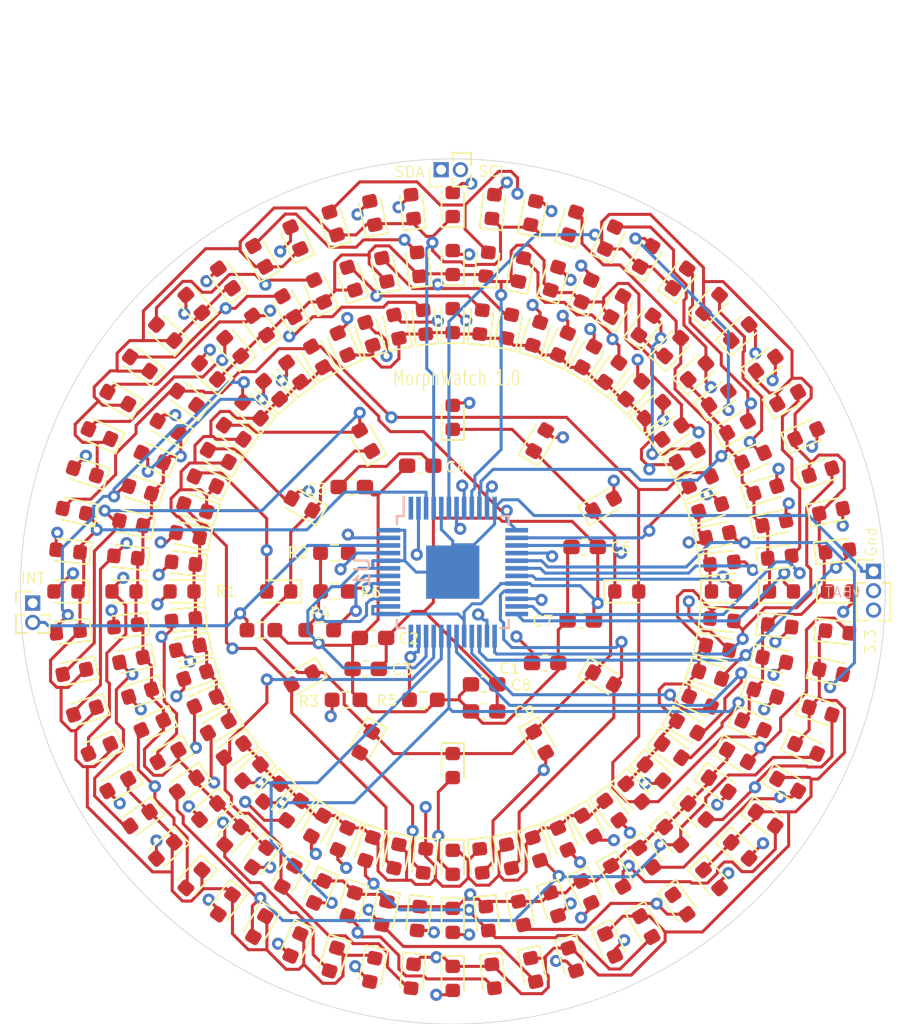
<source format=kicad_pcb>
(kicad_pcb (version 20171130) (host pcbnew "(5.1.9)-1")
  (layers (0 F.Cu signal) (1 In1.Cu signal) (2 In2.Cu signal) (31 B.Cu signal) (34 B.Paste user) (35 F.Paste user) (36 B.SilkS user) (37 F.SilkS user) (38 B.Mask user) (39 F.Mask user) (44 Edge.Cuts user))
  (net 0 "")
  (net 1 GND)
  (net 2 +3V3)
  (net 3 +BATT)
  (net 4 /CS1)
  (net 5 /SW1)
  (net 6 /CS2)
  (net 7 /CS3)
  (net 8 /CS4)
  (net 9 /CS5)
  (net 10 /CS6)
  (net 11 /CS7)
  (net 12 /CS8)
  (net 13 /CS9)
  (net 14 /CS10)
  (net 15 /CS11)
  (net 16 /CS12)
  (net 17 /CS13)
  (net 18 /CS14)
  (net 19 /CS15)
  (net 20 /CS16)
  (net 21 /SW2)
  (net 22 /SW3)
  (net 23 /SW4)
  (net 24 /SW5)
  (net 25 /SW6)
  (net 26 /SW7)
  (net 27 /SW8)
  (net 28 /SW9)
  (net 29 /SW10)
  (net 30 /SW11)
  (net 31 /SW12)
  (net 32 /SDB)
  (net 33 /INTB)
  (net 34 "Net-(R3-Pad1)")
  (net 35 "Net-(R5-Pad1)")
  (net 36 /SCL)
  (net 37 /SDA)
  (module LED_SMD:LED_0603_1608Metric (layer F.Cu) (at 30.3826 14.5585 354)
    (fp_text reference D121 hide)
    (fp_text value UV)
    (pad 1 smd roundrect (at -0.7875 0 354) (size 0.875 0.95) (layers F.Cu F.Paste F.Mask) (net 27 /SW8))
    (pad 2 smd roundrect (at 0.7875 0 354) (size 0.875 0.95) (layers F.Cu F.Paste F.Mask) (net 13 /CS9))
  )
  (module LED_SMD:LED_0603_1608Metric (layer F.Cu) (at 30.0915 16.3967 348)
    (fp_text reference D122 hide)
    (fp_text value UV)
    (pad 2 smd roundrect (at 0.7875 0 348) (size 0.875 0.95) (layers F.Cu F.Paste F.Mask) (net 14 /CS10))
    (pad 1 smd roundrect (at -0.7875 0 348) (size 0.875 0.95) (layers F.Cu F.Paste F.Mask) (net 27 /SW8))
  )
  (module LED_SMD:LED_0603_1608Metric (layer F.Cu) (at 29.6098 18.1943 342)
    (fp_text reference D123 hide)
    (fp_text value UV)
    (pad 2 smd roundrect (at 0.7875 0 342) (size 0.875 0.95) (layers F.Cu F.Paste F.Mask) (net 15 /CS11))
    (pad 1 smd roundrect (at -0.7875 0 342) (size 0.875 0.95) (layers F.Cu F.Paste F.Mask) (net 27 /SW8))
  )
  (module LED_SMD:LED_0603_1608Metric (layer F.Cu) (at 28.9428 19.9318 336)
    (fp_text reference D124 hide)
    (fp_text value UV)
    (pad 2 smd roundrect (at 0.7875 0 336) (size 0.875 0.95) (layers F.Cu F.Paste F.Mask) (net 16 /CS12))
    (pad 1 smd roundrect (at -0.7875 0 336) (size 0.875 0.95) (layers F.Cu F.Paste F.Mask) (net 27 /SW8))
  )
  (module LED_SMD:LED_0603_1608Metric (layer F.Cu) (at 28.0979 21.59 330)
    (fp_text reference D125 hide)
    (fp_text value UV)
    (pad 1 smd roundrect (at -0.7875 0 330) (size 0.875 0.95) (layers F.Cu F.Paste F.Mask) (net 27 /SW8))
    (pad 2 smd roundrect (at 0.7875 0 330) (size 0.875 0.95) (layers F.Cu F.Paste F.Mask) (net 17 /CS13))
  )
  (module LED_SMD:LED_0603_1608Metric (layer F.Cu) (at 27.0843 23.1508 324)
    (fp_text reference D126 hide)
    (fp_text value UV)
    (pad 2 smd roundrect (at 0.7875 0 324) (size 0.875 0.95) (layers F.Cu F.Paste F.Mask) (net 18 /CS14))
    (pad 1 smd roundrect (at -0.7875 0 324) (size 0.875 0.95) (layers F.Cu F.Paste F.Mask) (net 27 /SW8))
  )
  (module LED_SMD:LED_0603_1608Metric (layer F.Cu) (at 25.9131 24.5971 318)
    (fp_text reference D127 hide)
    (fp_text value UV)
    (pad 1 smd roundrect (at -0.7875 0 318) (size 0.875 0.95) (layers F.Cu F.Paste F.Mask) (net 27 /SW8))
    (pad 2 smd roundrect (at 0.7875 0 318) (size 0.875 0.95) (layers F.Cu F.Paste F.Mask) (net 19 /CS15))
  )
  (module LED_SMD:LED_0603_1608Metric (layer F.Cu) (at 24.5971 25.9131 312)
    (fp_text reference D128 hide)
    (fp_text value UV)
    (pad 2 smd roundrect (at 0.7875 0 312) (size 0.875 0.95) (layers F.Cu F.Paste F.Mask) (net 20 /CS16))
    (pad 1 smd roundrect (at -0.7875 0 312) (size 0.875 0.95) (layers F.Cu F.Paste F.Mask) (net 27 /SW8))
  )
  (module LED_SMD:LED_0603_1608Metric (layer F.Cu) (at 23.1508 27.0843 306)
    (fp_text reference D129 hide)
    (fp_text value UV)
    (pad 1 smd roundrect (at -0.7875 0 306) (size 0.875 0.95) (layers F.Cu F.Paste F.Mask) (net 28 /SW9))
    (pad 2 smd roundrect (at 0.7875 0 306) (size 0.875 0.95) (layers F.Cu F.Paste F.Mask) (net 4 /CS1))
  )
  (module LED_SMD:LED_0603_1608Metric (layer F.Cu) (at 21.59 28.0979 300)
    (fp_text reference D130 hide)
    (fp_text value UV)
    (pad 2 smd roundrect (at 0.7875 0 300) (size 0.875 0.95) (layers F.Cu F.Paste F.Mask) (net 6 /CS2))
    (pad 1 smd roundrect (at -0.7875 0 300) (size 0.875 0.95) (layers F.Cu F.Paste F.Mask) (net 28 /SW9))
  )
  (module LED_SMD:LED_0603_1608Metric (layer F.Cu) (at 19.9318 28.9428 294)
    (fp_text reference D131 hide)
    (fp_text value UV)
    (pad 1 smd roundrect (at -0.7875 0 294) (size 0.875 0.95) (layers F.Cu F.Paste F.Mask) (net 28 /SW9))
    (pad 2 smd roundrect (at 0.7875 0 294) (size 0.875 0.95) (layers F.Cu F.Paste F.Mask) (net 7 /CS3))
  )
  (module LED_SMD:LED_0603_1608Metric (layer F.Cu) (at 18.1943 29.6098 288)
    (fp_text reference D132 hide)
    (fp_text value UV)
    (pad 2 smd roundrect (at 0.7875 0 288) (size 0.875 0.95) (layers F.Cu F.Paste F.Mask) (net 8 /CS4))
    (pad 1 smd roundrect (at -0.7875 0 288) (size 0.875 0.95) (layers F.Cu F.Paste F.Mask) (net 28 /SW9))
  )
  (module LED_SMD:LED_0603_1608Metric (layer F.Cu) (at 16.3967 30.0915 282)
    (fp_text reference D133 hide)
    (fp_text value UV)
    (pad 1 smd roundrect (at -0.7875 0 282) (size 0.875 0.95) (layers F.Cu F.Paste F.Mask) (net 28 /SW9))
    (pad 2 smd roundrect (at 0.7875 0 282) (size 0.875 0.95) (layers F.Cu F.Paste F.Mask) (net 9 /CS5))
  )
  (module LED_SMD:LED_0603_1608Metric (layer F.Cu) (at 14.5585 30.3826 276)
    (fp_text reference D134 hide)
    (fp_text value UV)
    (pad 1 smd roundrect (at -0.7875 0 276) (size 0.875 0.95) (layers F.Cu F.Paste F.Mask) (net 28 /SW9))
    (pad 2 smd roundrect (at 0.7875 0 276) (size 0.875 0.95) (layers F.Cu F.Paste F.Mask) (net 10 /CS6))
  )
  (module LED_SMD:LED_0603_1608Metric (layer F.Cu) (at 12.7 30.48 270)
    (fp_text reference D135 hide)
    (fp_text value UV)
    (pad 2 smd roundrect (at 0.7875 0 270) (size 0.875 0.95) (layers F.Cu F.Paste F.Mask) (net 11 /CS7))
    (pad 1 smd roundrect (at -0.7875 0 270) (size 0.875 0.95) (layers F.Cu F.Paste F.Mask) (net 28 /SW9))
  )
  (module LED_SMD:LED_0603_1608Metric (layer F.Cu) (at 10.8415 30.3826 264)
    (fp_text reference D136 hide)
    (fp_text value UV)
    (pad 1 smd roundrect (at -0.7875 0 264) (size 0.875 0.95) (layers F.Cu F.Paste F.Mask) (net 28 /SW9))
    (pad 2 smd roundrect (at 0.7875 0 264) (size 0.875 0.95) (layers F.Cu F.Paste F.Mask) (net 12 /CS8))
  )
  (module LED_SMD:LED_0603_1608Metric (layer F.Cu) (at 9.0033 30.0915 258)
    (fp_text reference D137 hide)
    (fp_text value UV)
    (pad 2 smd roundrect (at 0.7875 0 258) (size 0.875 0.95) (layers F.Cu F.Paste F.Mask) (net 13 /CS9))
    (pad 1 smd roundrect (at -0.7875 0 258) (size 0.875 0.95) (layers F.Cu F.Paste F.Mask) (net 28 /SW9))
  )
  (module LED_SMD:LED_0603_1608Metric (layer F.Cu) (at 7.2057 29.6098 252)
    (fp_text reference D138 hide)
    (fp_text value UV)
    (pad 1 smd roundrect (at -0.7875 0 252) (size 0.875 0.95) (layers F.Cu F.Paste F.Mask) (net 28 /SW9))
    (pad 2 smd roundrect (at 0.7875 0 252) (size 0.875 0.95) (layers F.Cu F.Paste F.Mask) (net 14 /CS10))
  )
  (module LED_SMD:LED_0603_1608Metric (layer F.Cu) (at 5.4682 28.9428 246)
    (fp_text reference D139 hide)
    (fp_text value UV)
    (pad 2 smd roundrect (at 0.7875 0 246) (size 0.875 0.95) (layers F.Cu F.Paste F.Mask) (net 15 /CS11))
    (pad 1 smd roundrect (at -0.7875 0 246) (size 0.875 0.95) (layers F.Cu F.Paste F.Mask) (net 28 /SW9))
  )
  (module LED_SMD:LED_0603_1608Metric (layer F.Cu) (at 3.81 28.0979 240)
    (fp_text reference D140 hide)
    (fp_text value UV)
    (pad 1 smd roundrect (at -0.7875 0 240) (size 0.875 0.95) (layers F.Cu F.Paste F.Mask) (net 28 /SW9))
    (pad 2 smd roundrect (at 0.7875 0 240) (size 0.875 0.95) (layers F.Cu F.Paste F.Mask) (net 16 /CS12))
  )
  (module LED_SMD:LED_0603_1608Metric (layer F.Cu) (at 2.2492 27.0843 234)
    (fp_text reference D141 hide)
    (fp_text value UV)
    (pad 2 smd roundrect (at 0.7875 0 234) (size 0.875 0.95) (layers F.Cu F.Paste F.Mask) (net 17 /CS13))
    (pad 1 smd roundrect (at -0.7875 0 234) (size 0.875 0.95) (layers F.Cu F.Paste F.Mask) (net 28 /SW9))
  )
  (module LED_SMD:LED_0603_1608Metric (layer F.Cu) (at 0.8029 25.9131 228)
    (fp_text reference D142 hide)
    (fp_text value UV)
    (pad 1 smd roundrect (at -0.7875 0 228) (size 0.875 0.95) (layers F.Cu F.Paste F.Mask) (net 28 /SW9))
    (pad 2 smd roundrect (at 0.7875 0 228) (size 0.875 0.95) (layers F.Cu F.Paste F.Mask) (net 18 /CS14))
  )
  (module LED_SMD:LED_0603_1608Metric (layer F.Cu) (at -0.5131 24.5971 222)
    (fp_text reference D143 hide)
    (fp_text value UV)
    (pad 2 smd roundrect (at 0.7875 0 222) (size 0.875 0.95) (layers F.Cu F.Paste F.Mask) (net 19 /CS15))
    (pad 1 smd roundrect (at -0.7875 0 222) (size 0.875 0.95) (layers F.Cu F.Paste F.Mask) (net 28 /SW9))
  )
  (module LED_SMD:LED_0603_1608Metric (layer F.Cu) (at -1.6843 23.1508 216)
    (fp_text reference D144 hide)
    (fp_text value UV)
    (pad 1 smd roundrect (at -0.7875 0 216) (size 0.875 0.95) (layers F.Cu F.Paste F.Mask) (net 28 /SW9))
    (pad 2 smd roundrect (at 0.7875 0 216) (size 0.875 0.95) (layers F.Cu F.Paste F.Mask) (net 20 /CS16))
  )
  (module LED_SMD:LED_0603_1608Metric (layer F.Cu) (at -2.6979 21.59 210)
    (fp_text reference D145 hide)
    (fp_text value UV)
    (pad 2 smd roundrect (at 0.7875 0 210) (size 0.875 0.95) (layers F.Cu F.Paste F.Mask) (net 4 /CS1))
    (pad 1 smd roundrect (at -0.7875 0 210) (size 0.875 0.95) (layers F.Cu F.Paste F.Mask) (net 29 /SW10))
  )
  (module LED_SMD:LED_0603_1608Metric (layer F.Cu) (at -3.5428 19.9318 204)
    (fp_text reference D146 hide)
    (fp_text value UV)
    (pad 1 smd roundrect (at -0.7875 0 204) (size 0.875 0.95) (layers F.Cu F.Paste F.Mask) (net 29 /SW10))
    (pad 2 smd roundrect (at 0.7875 0 204) (size 0.875 0.95) (layers F.Cu F.Paste F.Mask) (net 6 /CS2))
  )
  (module LED_SMD:LED_0603_1608Metric (layer F.Cu) (at -4.2098 18.1943 198)
    (fp_text reference D147 hide)
    (fp_text value UV)
    (pad 2 smd roundrect (at 0.7875 0 198) (size 0.875 0.95) (layers F.Cu F.Paste F.Mask) (net 7 /CS3))
    (pad 1 smd roundrect (at -0.7875 0 198) (size 0.875 0.95) (layers F.Cu F.Paste F.Mask) (net 29 /SW10))
  )
  (module LED_SMD:LED_0603_1608Metric (layer F.Cu) (at -4.6915 16.3967 192)
    (fp_text reference D148 hide)
    (fp_text value UV)
    (pad 1 smd roundrect (at -0.7875 0 192) (size 0.875 0.95) (layers F.Cu F.Paste F.Mask) (net 29 /SW10))
    (pad 2 smd roundrect (at 0.7875 0 192) (size 0.875 0.95) (layers F.Cu F.Paste F.Mask) (net 8 /CS4))
  )
  (module LED_SMD:LED_0603_1608Metric (layer F.Cu) (at -4.9826 14.5585 186)
    (fp_text reference D149 hide)
    (fp_text value UV)
    (pad 2 smd roundrect (at 0.7875 0 186) (size 0.875 0.95) (layers F.Cu F.Paste F.Mask) (net 9 /CS5))
    (pad 1 smd roundrect (at -0.7875 0 186) (size 0.875 0.95) (layers F.Cu F.Paste F.Mask) (net 29 /SW10))
  )
  (module LED_SMD:LED_0603_1608Metric (layer F.Cu) (at -5.08 12.7 180)
    (fp_text reference D150 hide)
    (fp_text value UV)
    (pad 1 smd roundrect (at -0.7875 0 180) (size 0.875 0.95) (layers F.Cu F.Paste F.Mask) (net 29 /SW10))
    (pad 2 smd roundrect (at 0.7875 0 180) (size 0.875 0.95) (layers F.Cu F.Paste F.Mask) (net 10 /CS6))
  )
  (module LED_SMD:LED_0603_1608Metric (layer F.Cu) (at -4.9826 10.8415 174)
    (fp_text reference D151 hide)
    (fp_text value UV)
    (pad 2 smd roundrect (at 0.7875 0 174) (size 0.875 0.95) (layers F.Cu F.Paste F.Mask) (net 11 /CS7))
    (pad 1 smd roundrect (at -0.7875 0 174) (size 0.875 0.95) (layers F.Cu F.Paste F.Mask) (net 29 /SW10))
  )
  (module LED_SMD:LED_0603_1608Metric (layer F.Cu) (at -4.6915 9.0033 168)
    (fp_text reference D152 hide)
    (fp_text value UV)
    (pad 1 smd roundrect (at -0.7875 0 168) (size 0.875 0.95) (layers F.Cu F.Paste F.Mask) (net 29 /SW10))
    (pad 2 smd roundrect (at 0.7875 0 168) (size 0.875 0.95) (layers F.Cu F.Paste F.Mask) (net 12 /CS8))
  )
  (module LED_SMD:LED_0603_1608Metric (layer F.Cu) (at -4.2098 7.2057 162)
    (fp_text reference D153 hide)
    (fp_text value UV)
    (pad 2 smd roundrect (at 0.7875 0 162) (size 0.875 0.95) (layers F.Cu F.Paste F.Mask) (net 13 /CS9))
    (pad 1 smd roundrect (at -0.7875 0 162) (size 0.875 0.95) (layers F.Cu F.Paste F.Mask) (net 29 /SW10))
  )
  (module LED_SMD:LED_0603_1608Metric (layer F.Cu) (at -3.5428 5.4682 156)
    (fp_text reference D154 hide)
    (fp_text value UV)
    (pad 1 smd roundrect (at -0.7875 0 156) (size 0.875 0.95) (layers F.Cu F.Paste F.Mask) (net 29 /SW10))
    (pad 2 smd roundrect (at 0.7875 0 156) (size 0.875 0.95) (layers F.Cu F.Paste F.Mask) (net 14 /CS10))
  )
  (module LED_SMD:LED_0603_1608Metric (layer F.Cu) (at -2.6979 3.81 150)
    (fp_text reference D155 hide)
    (fp_text value UV)
    (pad 2 smd roundrect (at 0.7875 0 150) (size 0.875 0.95) (layers F.Cu F.Paste F.Mask) (net 15 /CS11))
    (pad 1 smd roundrect (at -0.7875 0 150) (size 0.875 0.95) (layers F.Cu F.Paste F.Mask) (net 29 /SW10))
  )
  (module LED_SMD:LED_0603_1608Metric (layer F.Cu) (at -1.6843 2.2492 144)
    (fp_text reference D156 hide)
    (fp_text value UV)
    (pad 1 smd roundrect (at -0.7875 0 144) (size 0.875 0.95) (layers F.Cu F.Paste F.Mask) (net 29 /SW10))
    (pad 2 smd roundrect (at 0.7875 0 144) (size 0.875 0.95) (layers F.Cu F.Paste F.Mask) (net 16 /CS12))
  )
  (module LED_SMD:LED_0603_1608Metric (layer F.Cu) (at -0.5131 0.8029 138)
    (fp_text reference D157 hide)
    (fp_text value UV)
    (pad 2 smd roundrect (at 0.7875 0 138) (size 0.875 0.95) (layers F.Cu F.Paste F.Mask) (net 17 /CS13))
    (pad 1 smd roundrect (at -0.7875 0 138) (size 0.875 0.95) (layers F.Cu F.Paste F.Mask) (net 29 /SW10))
  )
  (module LED_SMD:LED_0603_1608Metric (layer F.Cu) (at 0.8029 -0.5131 132)
    (fp_text reference D158 hide)
    (fp_text value UV)
    (pad 2 smd roundrect (at 0.7875 0 132) (size 0.875 0.95) (layers F.Cu F.Paste F.Mask) (net 18 /CS14))
    (pad 1 smd roundrect (at -0.7875 0 132) (size 0.875 0.95) (layers F.Cu F.Paste F.Mask) (net 29 /SW10))
  )
  (module LED_SMD:LED_0603_1608Metric (layer F.Cu) (at 2.2492 -1.6843 126)
    (fp_text reference D159 hide)
    (fp_text value UV)
    (pad 1 smd roundrect (at -0.7875 0 126) (size 0.875 0.95) (layers F.Cu F.Paste F.Mask) (net 29 /SW10))
    (pad 2 smd roundrect (at 0.7875 0 126) (size 0.875 0.95) (layers F.Cu F.Paste F.Mask) (net 19 /CS15))
  )
  (module LED_SMD:LED_0603_1608Metric (layer F.Cu) (at 3.81 -2.6979 120)
    (fp_text reference D160 hide)
    (fp_text value UV)
    (pad 2 smd roundrect (at 0.7875 0 120) (size 0.875 0.95) (layers F.Cu F.Paste F.Mask) (net 20 /CS16))
    (pad 1 smd roundrect (at -0.7875 0 120) (size 0.875 0.95) (layers F.Cu F.Paste F.Mask) (net 29 /SW10))
  )
  (module LED_SMD:LED_0603_1608Metric (layer F.Cu) (at 5.4682 -3.5428 114)
    (fp_text reference D161 hide)
    (fp_text value UV)
    (pad 1 smd roundrect (at -0.7875 0 114) (size 0.875 0.95) (layers F.Cu F.Paste F.Mask) (net 30 /SW11))
    (pad 2 smd roundrect (at 0.7875 0 114) (size 0.875 0.95) (layers F.Cu F.Paste F.Mask) (net 4 /CS1))
  )
  (module LED_SMD:LED_0603_1608Metric (layer F.Cu) (at 7.2057 -4.2098 108)
    (fp_text reference D162 hide)
    (fp_text value UV)
    (pad 2 smd roundrect (at 0.7875 0 108) (size 0.875 0.95) (layers F.Cu F.Paste F.Mask) (net 6 /CS2))
    (pad 1 smd roundrect (at -0.7875 0 108) (size 0.875 0.95) (layers F.Cu F.Paste F.Mask) (net 30 /SW11))
  )
  (module LED_SMD:LED_0603_1608Metric (layer F.Cu) (at 9.0033 -4.6915 102)
    (fp_text reference D163 hide)
    (fp_text value UV)
    (pad 1 smd roundrect (at -0.7875 0 102) (size 0.875 0.95) (layers F.Cu F.Paste F.Mask) (net 30 /SW11))
    (pad 2 smd roundrect (at 0.7875 0 102) (size 0.875 0.95) (layers F.Cu F.Paste F.Mask) (net 7 /CS3))
  )
  (module LED_SMD:LED_0603_1608Metric (layer F.Cu) (at 10.8415 -4.9826 96)
    (fp_text reference D164 hide)
    (fp_text value UV)
    (pad 2 smd roundrect (at 0.7875 0 96) (size 0.875 0.95) (layers F.Cu F.Paste F.Mask) (net 8 /CS4))
    (pad 1 smd roundrect (at -0.7875 0 96) (size 0.875 0.95) (layers F.Cu F.Paste F.Mask) (net 30 /SW11))
  )
  (module LED_SMD:LED_0603_1608Metric (layer F.Cu) (at 12.7 -5.08 90)
    (fp_text reference D165 hide)
    (fp_text value UV)
    (pad 1 smd roundrect (at -0.7875 0 90) (size 0.875 0.95) (layers F.Cu F.Paste F.Mask) (net 30 /SW11))
    (pad 2 smd roundrect (at 0.7875 0 90) (size 0.875 0.95) (layers F.Cu F.Paste F.Mask) (net 9 /CS5))
  )
  (module LED_SMD:LED_0603_1608Metric (layer F.Cu) (at 14.5585 -4.9826 84)
    (fp_text reference D166 hide)
    (fp_text value UV)
    (pad 2 smd roundrect (at 0.7875 0 84) (size 0.875 0.95) (layers F.Cu F.Paste F.Mask) (net 10 /CS6))
    (pad 1 smd roundrect (at -0.7875 0 84) (size 0.875 0.95) (layers F.Cu F.Paste F.Mask) (net 30 /SW11))
  )
  (module LED_SMD:LED_0603_1608Metric (layer F.Cu) (at 16.3967 -4.6915 78)
    (fp_text reference D167 hide)
    (fp_text value UV)
    (pad 1 smd roundrect (at -0.7875 0 78) (size 0.875 0.95) (layers F.Cu F.Paste F.Mask) (net 30 /SW11))
    (pad 2 smd roundrect (at 0.7875 0 78) (size 0.875 0.95) (layers F.Cu F.Paste F.Mask) (net 11 /CS7))
  )
  (module LED_SMD:LED_0603_1608Metric (layer F.Cu) (at 18.1943 -4.2098 72)
    (fp_text reference D168 hide)
    (fp_text value UV)
    (pad 1 smd roundrect (at -0.7875 0 72) (size 0.875 0.95) (layers F.Cu F.Paste F.Mask) (net 30 /SW11))
    (pad 2 smd roundrect (at 0.7875 0 72) (size 0.875 0.95) (layers F.Cu F.Paste F.Mask) (net 12 /CS8))
  )
  (module LED_SMD:LED_0603_1608Metric (layer F.Cu) (at 19.9318 -3.5428 66)
    (fp_text reference D169 hide)
    (fp_text value UV)
    (pad 1 smd roundrect (at -0.7875 0 66) (size 0.875 0.95) (layers F.Cu F.Paste F.Mask) (net 30 /SW11))
    (pad 2 smd roundrect (at 0.7875 0 66) (size 0.875 0.95) (layers F.Cu F.Paste F.Mask) (net 13 /CS9))
  )
  (module LED_SMD:LED_0603_1608Metric (layer F.Cu) (at 21.59 -2.6979 60)
    (fp_text reference D170 hide)
    (fp_text value UV)
    (pad 2 smd roundrect (at 0.7875 0 60) (size 0.875 0.95) (layers F.Cu F.Paste F.Mask) (net 14 /CS10))
    (pad 1 smd roundrect (at -0.7875 0 60) (size 0.875 0.95) (layers F.Cu F.Paste F.Mask) (net 30 /SW11))
  )
  (module LED_SMD:LED_0603_1608Metric (layer F.Cu) (at 23.1508 -1.6843 54)
    (fp_text reference D171 hide)
    (fp_text value UV)
    (pad 1 smd roundrect (at -0.7875 0 54) (size 0.875 0.95) (layers F.Cu F.Paste F.Mask) (net 30 /SW11))
    (pad 2 smd roundrect (at 0.7875 0 54) (size 0.875 0.95) (layers F.Cu F.Paste F.Mask) (net 15 /CS11))
  )
  (module LED_SMD:LED_0603_1608Metric (layer F.Cu) (at 24.5971 -0.5131 48)
    (fp_text reference D172 hide)
    (fp_text value UV)
    (pad 2 smd roundrect (at 0.7875 0 48) (size 0.875 0.95) (layers F.Cu F.Paste F.Mask) (net 16 /CS12))
    (pad 1 smd roundrect (at -0.7875 0 48) (size 0.875 0.95) (layers F.Cu F.Paste F.Mask) (net 30 /SW11))
  )
  (module LED_SMD:LED_0603_1608Metric (layer F.Cu) (at 25.9131 0.8029 42)
    (fp_text reference D173 hide)
    (fp_text value UV)
    (pad 1 smd roundrect (at -0.7875 0 42) (size 0.875 0.95) (layers F.Cu F.Paste F.Mask) (net 30 /SW11))
    (pad 2 smd roundrect (at 0.7875 0 42) (size 0.875 0.95) (layers F.Cu F.Paste F.Mask) (net 17 /CS13))
  )
  (module LED_SMD:LED_0603_1608Metric (layer F.Cu) (at 27.0843 2.2492 36)
    (fp_text reference D174 hide)
    (fp_text value UV)
    (pad 2 smd roundrect (at 0.7875 0 36) (size 0.875 0.95) (layers F.Cu F.Paste F.Mask) (net 18 /CS14))
    (pad 1 smd roundrect (at -0.7875 0 36) (size 0.875 0.95) (layers F.Cu F.Paste F.Mask) (net 30 /SW11))
  )
  (module LED_SMD:LED_0603_1608Metric (layer F.Cu) (at 28.0979 3.81 30)
    (fp_text reference D175 hide)
    (fp_text value UV)
    (pad 1 smd roundrect (at -0.7875 0 30) (size 0.875 0.95) (layers F.Cu F.Paste F.Mask) (net 30 /SW11))
    (pad 2 smd roundrect (at 0.7875 0 30) (size 0.875 0.95) (layers F.Cu F.Paste F.Mask) (net 19 /CS15))
  )
  (module LED_SMD:LED_0603_1608Metric (layer F.Cu) (at 28.9428 5.4682 24)
    (fp_text reference D176 hide)
    (fp_text value UV)
    (pad 2 smd roundrect (at 0.7875 0 24) (size 0.875 0.95) (layers F.Cu F.Paste F.Mask) (net 20 /CS16))
    (pad 1 smd roundrect (at -0.7875 0 24) (size 0.875 0.95) (layers F.Cu F.Paste F.Mask) (net 30 /SW11))
  )
  (module LED_SMD:LED_0603_1608Metric (layer F.Cu) (at 29.6098 7.2057 18)
    (fp_text reference D177 hide)
    (fp_text value UV)
    (pad 1 smd roundrect (at -0.7875 0 18) (size 0.875 0.95) (layers F.Cu F.Paste F.Mask) (net 31 /SW12))
    (pad 2 smd roundrect (at 0.7875 0 18) (size 0.875 0.95) (layers F.Cu F.Paste F.Mask) (net 4 /CS1))
  )
  (module LED_SMD:LED_0603_1608Metric (layer F.Cu) (at 30.0915 9.0033 12)
    (fp_text reference D178 hide)
    (fp_text value UV)
    (pad 2 smd roundrect (at 0.7875 0 12) (size 0.875 0.95) (layers F.Cu F.Paste F.Mask) (net 6 /CS2))
    (pad 1 smd roundrect (at -0.7875 0 12) (size 0.875 0.95) (layers F.Cu F.Paste F.Mask) (net 31 /SW12))
  )
  (module LED_SMD:LED_0603_1608Metric (layer F.Cu) (at 30.3826 10.8415 6)
    (fp_text reference D179 hide)
    (fp_text value UV)
    (pad 2 smd roundrect (at 0.7875 0 6) (size 0.875 0.95) (layers F.Cu F.Paste F.Mask) (net 7 /CS3))
    (pad 1 smd roundrect (at -0.7875 0 6) (size 0.875 0.95) (layers F.Cu F.Paste F.Mask) (net 31 /SW12))
  )
  (module LED_SMD:LED_0603_1608Metric (layer F.Cu) (at 30.48 12.7)
    (fp_text reference D180 hide)
    (fp_text value UV)
    (pad 1 smd roundrect (at -0.7875 0) (size 0.875 0.95) (layers F.Cu F.Paste F.Mask) (net 31 /SW12))
    (pad 2 smd roundrect (at 0.7875 0) (size 0.875 0.95) (layers F.Cu F.Paste F.Mask) (net 8 /CS4))
  )
  (module LED_SMD:LED_0603_1608Metric (layer F.Cu) (at 22.5987 18.415 330)
    (fp_text reference D181 hide)
    (fp_text value UV)
    (pad 2 smd roundrect (at 0.7875 0 330) (size 0.875 0.95) (layers F.Cu F.Paste F.Mask) (net 9 /CS5))
    (pad 1 smd roundrect (at -0.7875 0 330) (size 0.875 0.95) (layers F.Cu F.Paste F.Mask) (net 31 /SW12))
  )
  (module LED_SMD:LED_0603_1608Metric (layer F.Cu) (at 18.415 22.5987 300)
    (fp_text reference D182 hide)
    (fp_text value UV)
    (pad 1 smd roundrect (at -0.7875 0 300) (size 0.875 0.95) (layers F.Cu F.Paste F.Mask) (net 31 /SW12))
    (pad 2 smd roundrect (at 0.7875 0 300) (size 0.875 0.95) (layers F.Cu F.Paste F.Mask) (net 10 /CS6))
  )
  (module LED_SMD:LED_0603_1608Metric (layer F.Cu) (at 12.7 24.13 270)
    (fp_text reference D183 hide)
    (fp_text value UV)
    (pad 2 smd roundrect (at 0.7875 0 270) (size 0.875 0.95) (layers F.Cu F.Paste F.Mask) (net 11 /CS7))
    (pad 1 smd roundrect (at -0.7875 0 270) (size 0.875 0.95) (layers F.Cu F.Paste F.Mask) (net 31 /SW12))
  )
  (module LED_SMD:LED_0603_1608Metric (layer F.Cu) (at 6.985 22.5987 240)
    (fp_text reference D184 hide)
    (fp_text value UV)
    (pad 1 smd roundrect (at -0.7875 0 240) (size 0.875 0.95) (layers F.Cu F.Paste F.Mask) (net 31 /SW12))
    (pad 2 smd roundrect (at 0.7875 0 240) (size 0.875 0.95) (layers F.Cu F.Paste F.Mask) (net 12 /CS8))
  )
  (module LED_SMD:LED_0603_1608Metric (layer F.Cu) (at 2.8013 18.415 210)
    (fp_text reference D185 hide)
    (fp_text value UV)
    (pad 2 smd roundrect (at 0.7875 0 210) (size 0.875 0.95) (layers F.Cu F.Paste F.Mask) (net 13 /CS9))
    (pad 1 smd roundrect (at -0.7875 0 210) (size 0.875 0.95) (layers F.Cu F.Paste F.Mask) (net 31 /SW12))
  )
  (module LED_SMD:LED_0603_1608Metric (layer F.Cu) (at 1.27 12.7 180)
    (fp_text reference D186 hide)
    (fp_text value UV)
    (pad 1 smd roundrect (at -0.7875 0 180) (size 0.875 0.95) (layers F.Cu F.Paste F.Mask) (net 31 /SW12))
    (pad 2 smd roundrect (at 0.7875 0 180) (size 0.875 0.95) (layers F.Cu F.Paste F.Mask) (net 14 /CS10))
  )
  (module LED_SMD:LED_0603_1608Metric (layer F.Cu) (at 2.8013 6.985 150)
    (fp_text reference D187 hide)
    (fp_text value UV)
    (pad 2 smd roundrect (at 0.7875 0 150) (size 0.875 0.95) (layers F.Cu F.Paste F.Mask) (net 15 /CS11))
    (pad 1 smd roundrect (at -0.7875 0 150) (size 0.875 0.95) (layers F.Cu F.Paste F.Mask) (net 31 /SW12))
  )
  (module LED_SMD:LED_0603_1608Metric (layer F.Cu) (at 6.985 2.8013 120)
    (fp_text reference D188 hide)
    (fp_text value UV)
    (pad 1 smd roundrect (at -0.7875 0 120) (size 0.875 0.95) (layers F.Cu F.Paste F.Mask) (net 31 /SW12))
    (pad 2 smd roundrect (at 0.7875 0 120) (size 0.875 0.95) (layers F.Cu F.Paste F.Mask) (net 16 /CS12))
  )
  (module LED_SMD:LED_0603_1608Metric (layer F.Cu) (at 12.7 1.27 90)
    (fp_text reference D189 hide)
    (fp_text value UV)
    (pad 2 smd roundrect (at 0.7875 0 90) (size 0.875 0.95) (layers F.Cu F.Paste F.Mask) (net 17 /CS13))
    (pad 1 smd roundrect (at -0.7875 0 90) (size 0.875 0.95) (layers F.Cu F.Paste F.Mask) (net 31 /SW12))
  )
  (module LED_SMD:LED_0603_1608Metric (layer F.Cu) (at 18.415 2.8013 60)
    (fp_text reference D190 hide)
    (fp_text value UV)
    (pad 1 smd roundrect (at -0.7875 0 60) (size 0.875 0.95) (layers F.Cu F.Paste F.Mask) (net 31 /SW12))
    (pad 2 smd roundrect (at 0.7875 0 60) (size 0.875 0.95) (layers F.Cu F.Paste F.Mask) (net 18 /CS14))
  )
  (module LED_SMD:LED_0603_1608Metric (layer F.Cu) (at 22.5987 6.985 30)
    (fp_text reference D191 hide)
    (fp_text value UV)
    (pad 2 smd roundrect (at 0.7875 0 30) (size 0.875 0.95) (layers F.Cu F.Paste F.Mask) (net 19 /CS15))
    (pad 1 smd roundrect (at -0.7875 0 30) (size 0.875 0.95) (layers F.Cu F.Paste F.Mask) (net 31 /SW12))
  )
  (module LED_SMD:LED_0603_1608Metric (layer F.Cu) (at 24.13 12.7)
    (fp_text reference D192 hide)
    (fp_text value UV)
    (pad 1 smd roundrect (at -0.7875 0) (size 0.875 0.95) (layers F.Cu F.Paste F.Mask) (net 31 /SW12))
    (pad 2 smd roundrect (at 0.7875 0) (size 0.875 0.95) (layers F.Cu F.Paste F.Mask) (net 20 /CS16))
  )
  (module LED_SMD:LED_0603_1608Metric (layer F.Cu) (at 37.9609 15.355 354)
    (fp_text reference D1 hide)
    (fp_text value UV)
    (pad 2 smd roundrect (at 0.7875 0 354) (size 0.875 0.95) (layers F.Cu F.Paste F.Mask) (net 4 /CS1))
    (pad 1 smd roundrect (at -0.7875 0 354) (size 0.875 0.95) (layers F.Cu F.Paste F.Mask) (net 5 /SW1))
  )
  (module LED_SMD:LED_0603_1608Metric (layer F.Cu) (at 37.5449 17.981 348)
    (fp_text reference D2 hide)
    (fp_text value UV)
    (pad 1 smd roundrect (at -0.7875 0 348) (size 0.875 0.95) (layers F.Cu F.Paste F.Mask) (net 5 /SW1))
    (pad 2 smd roundrect (at 0.7875 0 348) (size 0.875 0.95) (layers F.Cu F.Paste F.Mask) (net 6 /CS2))
  )
  (module LED_SMD:LED_0603_1608Metric (layer F.Cu) (at 36.8568 20.549 342)
    (fp_text reference D3 hide)
    (fp_text value UV)
    (pad 2 smd roundrect (at 0.7875 0 342) (size 0.875 0.95) (layers F.Cu F.Paste F.Mask) (net 7 /CS3))
    (pad 1 smd roundrect (at -0.7875 0 342) (size 0.875 0.95) (layers F.Cu F.Paste F.Mask) (net 5 /SW1))
  )
  (module LED_SMD:LED_0603_1608Metric (layer F.Cu) (at 35.9041 23.0311 336)
    (fp_text reference D4 hide)
    (fp_text value UV)
    (pad 1 smd roundrect (at -0.7875 0 336) (size 0.875 0.95) (layers F.Cu F.Paste F.Mask) (net 5 /SW1))
    (pad 2 smd roundrect (at 0.7875 0 336) (size 0.875 0.95) (layers F.Cu F.Paste F.Mask) (net 8 /CS4))
  )
  (module LED_SMD:LED_0603_1608Metric (layer F.Cu) (at 34.697 25.4 330)
    (fp_text reference D5 hide)
    (fp_text value UV)
    (pad 2 smd roundrect (at 0.7875 0 330) (size 0.875 0.95) (layers F.Cu F.Paste F.Mask) (net 9 /CS5))
    (pad 1 smd roundrect (at -0.7875 0 330) (size 0.875 0.95) (layers F.Cu F.Paste F.Mask) (net 5 /SW1))
  )
  (module LED_SMD:LED_0603_1608Metric (layer F.Cu) (at 33.249 27.6297 324)
    (fp_text reference D6 hide)
    (fp_text value UV)
    (pad 1 smd roundrect (at -0.7875 0 324) (size 0.875 0.95) (layers F.Cu F.Paste F.Mask) (net 5 /SW1))
    (pad 2 smd roundrect (at 0.7875 0 324) (size 0.875 0.95) (layers F.Cu F.Paste F.Mask) (net 10 /CS6))
  )
  (module LED_SMD:LED_0603_1608Metric (layer F.Cu) (at 31.5759 29.6959 318)
    (fp_text reference D7 hide)
    (fp_text value UV)
    (pad 2 smd roundrect (at 0.7875 0 318) (size 0.875 0.95) (layers F.Cu F.Paste F.Mask) (net 11 /CS7))
    (pad 1 smd roundrect (at -0.7875 0 318) (size 0.875 0.95) (layers F.Cu F.Paste F.Mask) (net 5 /SW1))
  )
  (module LED_SMD:LED_0603_1608Metric (layer F.Cu) (at 29.6959 31.5759 312)
    (fp_text reference D8 hide)
    (fp_text value UV)
    (pad 2 smd roundrect (at 0.7875 0 312) (size 0.875 0.95) (layers F.Cu F.Paste F.Mask) (net 12 /CS8))
    (pad 1 smd roundrect (at -0.7875 0 312) (size 0.875 0.95) (layers F.Cu F.Paste F.Mask) (net 5 /SW1))
  )
  (module LED_SMD:LED_0603_1608Metric (layer F.Cu) (at 27.6297 33.249 306)
    (fp_text reference D9 hide)
    (fp_text value UV)
    (pad 2 smd roundrect (at 0.7875 0 306) (size 0.875 0.95) (layers F.Cu F.Paste F.Mask) (net 13 /CS9))
    (pad 1 smd roundrect (at -0.7875 0 306) (size 0.875 0.95) (layers F.Cu F.Paste F.Mask))
  )
  (module LED_SMD:LED_0603_1608Metric (layer F.Cu) (at 25.4 34.697 300)
    (fp_text reference D10 hide)
    (fp_text value UV)
    (pad 1 smd roundrect (at -0.7875 0 300) (size 0.875 0.95) (layers F.Cu F.Paste F.Mask) (net 5 /SW1))
    (pad 2 smd roundrect (at 0.7875 0 300) (size 0.875 0.95) (layers F.Cu F.Paste F.Mask) (net 14 /CS10))
  )
  (module LED_SMD:LED_0603_1608Metric (layer F.Cu) (at 23.0311 35.9041 294)
    (fp_text reference D11 hide)
    (fp_text value UV)
    (pad 2 smd roundrect (at 0.7875 0 294) (size 0.875 0.95) (layers F.Cu F.Paste F.Mask) (net 15 /CS11))
    (pad 1 smd roundrect (at -0.7875 0 294) (size 0.875 0.95) (layers F.Cu F.Paste F.Mask) (net 5 /SW1))
  )
  (module LED_SMD:LED_0603_1608Metric (layer F.Cu) (at 20.549 36.8568 288)
    (fp_text reference D12 hide)
    (fp_text value UV)
    (pad 1 smd roundrect (at -0.7875 0 288) (size 0.875 0.95) (layers F.Cu F.Paste F.Mask) (net 5 /SW1))
    (pad 2 smd roundrect (at 0.7875 0 288) (size 0.875 0.95) (layers F.Cu F.Paste F.Mask) (net 16 /CS12))
  )
  (module LED_SMD:LED_0603_1608Metric (layer F.Cu) (at 17.981 37.5449 282)
    (fp_text reference D13 hide)
    (fp_text value UV)
    (pad 2 smd roundrect (at 0.7875 0 282) (size 0.875 0.95) (layers F.Cu F.Paste F.Mask) (net 17 /CS13))
    (pad 1 smd roundrect (at -0.7875 0 282) (size 0.875 0.95) (layers F.Cu F.Paste F.Mask) (net 5 /SW1))
  )
  (module LED_SMD:LED_0603_1608Metric (layer F.Cu) (at 15.355 37.9609 276)
    (fp_text reference D14 hide)
    (fp_text value UV)
    (pad 1 smd roundrect (at -0.7875 0 276) (size 0.875 0.95) (layers F.Cu F.Paste F.Mask) (net 5 /SW1))
    (pad 2 smd roundrect (at 0.7875 0 276) (size 0.875 0.95) (layers F.Cu F.Paste F.Mask) (net 18 /CS14))
  )
  (module LED_SMD:LED_0603_1608Metric (layer F.Cu) (at 12.7 38.1 270)
    (fp_text reference D15 hide)
    (fp_text value UV)
    (pad 2 smd roundrect (at 0.7875 0 270) (size 0.875 0.95) (layers F.Cu F.Paste F.Mask) (net 19 /CS15))
    (pad 1 smd roundrect (at -0.7875 0 270) (size 0.875 0.95) (layers F.Cu F.Paste F.Mask) (net 5 /SW1))
  )
  (module LED_SMD:LED_0603_1608Metric (layer F.Cu) (at 10.045 37.9609 264)
    (fp_text reference D16 hide)
    (fp_text value UV)
    (pad 1 smd roundrect (at -0.7875 0 264) (size 0.875 0.95) (layers F.Cu F.Paste F.Mask) (net 5 /SW1))
    (pad 2 smd roundrect (at 0.7875 0 264) (size 0.875 0.95) (layers F.Cu F.Paste F.Mask) (net 20 /CS16))
  )
  (module LED_SMD:LED_0603_1608Metric (layer F.Cu) (at 7.419 37.5449 258)
    (fp_text reference D17 hide)
    (fp_text value UV)
    (pad 2 smd roundrect (at 0.7875 0 258) (size 0.875 0.95) (layers F.Cu F.Paste F.Mask) (net 4 /CS1))
    (pad 1 smd roundrect (at -0.7875 0 258) (size 0.875 0.95) (layers F.Cu F.Paste F.Mask) (net 21 /SW2))
  )
  (module LED_SMD:LED_0603_1608Metric (layer F.Cu) (at 4.851 36.8568 252)
    (fp_text reference D18 hide)
    (fp_text value UV)
    (pad 1 smd roundrect (at -0.7875 0 252) (size 0.875 0.95) (layers F.Cu F.Paste F.Mask) (net 21 /SW2))
    (pad 2 smd roundrect (at 0.7875 0 252) (size 0.875 0.95) (layers F.Cu F.Paste F.Mask) (net 6 /CS2))
  )
  (module LED_SMD:LED_0603_1608Metric (layer F.Cu) (at 2.3689 35.9041 246)
    (fp_text reference D19 hide)
    (fp_text value UV)
    (pad 2 smd roundrect (at 0.7875 0 246) (size 0.875 0.95) (layers F.Cu F.Paste F.Mask) (net 7 /CS3))
    (pad 1 smd roundrect (at -0.7875 0 246) (size 0.875 0.95) (layers F.Cu F.Paste F.Mask) (net 21 /SW2))
  )
  (module LED_SMD:LED_0603_1608Metric (layer F.Cu) (at 0 34.697 240)
    (fp_text reference D20 hide)
    (fp_text value UV)
    (pad 1 smd roundrect (at -0.7875 0 240) (size 0.875 0.95) (layers F.Cu F.Paste F.Mask) (net 21 /SW2))
    (pad 2 smd roundrect (at 0.7875 0 240) (size 0.875 0.95) (layers F.Cu F.Paste F.Mask) (net 8 /CS4))
  )
  (module LED_SMD:LED_0603_1608Metric (layer F.Cu) (at -2.2297 33.249 234)
    (fp_text reference D21 hide)
    (fp_text value UV)
    (pad 1 smd roundrect (at -0.7875 0 234) (size 0.875 0.95) (layers F.Cu F.Paste F.Mask) (net 21 /SW2))
    (pad 2 smd roundrect (at 0.7875 0 234) (size 0.875 0.95) (layers F.Cu F.Paste F.Mask) (net 9 /CS5))
  )
  (module LED_SMD:LED_0603_1608Metric (layer F.Cu) (at -4.2959 31.5759 228)
    (fp_text reference D22 hide)
    (fp_text value UV)
    (pad 1 smd roundrect (at -0.7875 0 228) (size 0.875 0.95) (layers F.Cu F.Paste F.Mask) (net 21 /SW2))
    (pad 2 smd roundrect (at 0.7875 0 228) (size 0.875 0.95) (layers F.Cu F.Paste F.Mask) (net 10 /CS6))
  )
  (module LED_SMD:LED_0603_1608Metric (layer F.Cu) (at -6.1759 29.6959 222)
    (fp_text reference D23 hide)
    (fp_text value UV)
    (pad 2 smd roundrect (at 0.7875 0 222) (size 0.875 0.95) (layers F.Cu F.Paste F.Mask) (net 11 /CS7))
    (pad 1 smd roundrect (at -0.7875 0 222) (size 0.875 0.95) (layers F.Cu F.Paste F.Mask) (net 21 /SW2))
  )
  (module LED_SMD:LED_0603_1608Metric (layer F.Cu) (at -7.849 27.6297 216)
    (fp_text reference D24 hide)
    (fp_text value UV)
    (pad 1 smd roundrect (at -0.7875 0 216) (size 0.875 0.95) (layers F.Cu F.Paste F.Mask) (net 21 /SW2))
    (pad 2 smd roundrect (at 0.7875 0 216) (size 0.875 0.95) (layers F.Cu F.Paste F.Mask) (net 12 /CS8))
  )
  (module LED_SMD:LED_0603_1608Metric (layer F.Cu) (at -9.297 25.4 210)
    (fp_text reference D25 hide)
    (fp_text value UV)
    (pad 2 smd roundrect (at 0.7875 0 210) (size 0.875 0.95) (layers F.Cu F.Paste F.Mask) (net 13 /CS9))
    (pad 1 smd roundrect (at -0.7875 0 210) (size 0.875 0.95) (layers F.Cu F.Paste F.Mask) (net 21 /SW2))
  )
  (module LED_SMD:LED_0603_1608Metric (layer F.Cu) (at -10.5041 23.0311 204)
    (fp_text reference D26 hide)
    (fp_text value UV)
    (pad 1 smd roundrect (at -0.7875 0 204) (size 0.875 0.95) (layers F.Cu F.Paste F.Mask) (net 21 /SW2))
    (pad 2 smd roundrect (at 0.7875 0 204) (size 0.875 0.95) (layers F.Cu F.Paste F.Mask) (net 14 /CS10))
  )
  (module LED_SMD:LED_0603_1608Metric (layer F.Cu) (at -11.4568 20.549 198)
    (fp_text reference D27 hide)
    (fp_text value UV)
    (pad 2 smd roundrect (at 0.7875 0 198) (size 0.875 0.95) (layers F.Cu F.Paste F.Mask) (net 15 /CS11))
    (pad 1 smd roundrect (at -0.7875 0 198) (size 0.875 0.95) (layers F.Cu F.Paste F.Mask) (net 21 /SW2))
  )
  (module LED_SMD:LED_0603_1608Metric (layer F.Cu) (at -12.1449 17.981 192)
    (fp_text reference D28 hide)
    (fp_text value UV)
    (pad 1 smd roundrect (at -0.7875 0 192) (size 0.875 0.95) (layers F.Cu F.Paste F.Mask) (net 21 /SW2))
    (pad 2 smd roundrect (at 0.7875 0 192) (size 0.875 0.95) (layers F.Cu F.Paste F.Mask) (net 16 /CS12))
  )
  (module LED_SMD:LED_0603_1608Metric (layer F.Cu) (at -12.5609 15.355 186)
    (fp_text reference D29 hide)
    (fp_text value UV)
    (pad 2 smd roundrect (at 0.7875 0 186) (size 0.875 0.95) (layers F.Cu F.Paste F.Mask) (net 17 /CS13))
    (pad 1 smd roundrect (at -0.7875 0 186) (size 0.875 0.95) (layers F.Cu F.Paste F.Mask) (net 21 /SW2))
  )
  (module LED_SMD:LED_0603_1608Metric (layer F.Cu) (at -12.7 12.7 180)
    (fp_text reference D30 hide)
    (fp_text value UV)
    (pad 1 smd roundrect (at -0.7875 0 180) (size 0.875 0.95) (layers F.Cu F.Paste F.Mask) (net 21 /SW2))
    (pad 2 smd roundrect (at 0.7875 0 180) (size 0.875 0.95) (layers F.Cu F.Paste F.Mask) (net 18 /CS14))
  )
  (module LED_SMD:LED_0603_1608Metric (layer F.Cu) (at -12.5609 10.045 174)
    (fp_text reference D31 hide)
    (fp_text value UV)
    (pad 2 smd roundrect (at 0.7875 0 174) (size 0.875 0.95) (layers F.Cu F.Paste F.Mask) (net 19 /CS15))
    (pad 1 smd roundrect (at -0.7875 0 174) (size 0.875 0.95) (layers F.Cu F.Paste F.Mask) (net 21 /SW2))
  )
  (module LED_SMD:LED_0603_1608Metric (layer F.Cu) (at -12.1449 7.419 168)
    (fp_text reference D32 hide)
    (fp_text value UV)
    (pad 1 smd roundrect (at -0.7875 0 168) (size 0.875 0.95) (layers F.Cu F.Paste F.Mask) (net 21 /SW2))
    (pad 2 smd roundrect (at 0.7875 0 168) (size 0.875 0.95) (layers F.Cu F.Paste F.Mask) (net 20 /CS16))
  )
  (module LED_SMD:LED_0603_1608Metric (layer F.Cu) (at -11.4568 4.851 162)
    (fp_text reference D33 hide)
    (fp_text value UV)
    (pad 2 smd roundrect (at 0.7875 0 162) (size 0.875 0.95) (layers F.Cu F.Paste F.Mask) (net 4 /CS1))
    (pad 1 smd roundrect (at -0.7875 0 162) (size 0.875 0.95) (layers F.Cu F.Paste F.Mask) (net 22 /SW3))
  )
  (module LED_SMD:LED_0603_1608Metric (layer F.Cu) (at -10.5041 2.3689 156)
    (fp_text reference D34 hide)
    (fp_text value UV)
    (pad 2 smd roundrect (at 0.7875 0 156) (size 0.875 0.95) (layers F.Cu F.Paste F.Mask) (net 6 /CS2))
    (pad 1 smd roundrect (at -0.7875 0 156) (size 0.875 0.95) (layers F.Cu F.Paste F.Mask) (net 22 /SW3))
  )
  (module LED_SMD:LED_0603_1608Metric (layer F.Cu) (at -9.297 0 150)
    (fp_text reference D35 hide)
    (fp_text value UV)
    (pad 1 smd roundrect (at -0.7875 0 150) (size 0.875 0.95) (layers F.Cu F.Paste F.Mask) (net 22 /SW3))
    (pad 2 smd roundrect (at 0.7875 0 150) (size 0.875 0.95) (layers F.Cu F.Paste F.Mask) (net 7 /CS3))
  )
  (module LED_SMD:LED_0603_1608Metric (layer F.Cu) (at -7.849 -2.2297 144)
    (fp_text reference D36 hide)
    (fp_text value UV)
    (pad 2 smd roundrect (at 0.7875 0 144) (size 0.875 0.95) (layers F.Cu F.Paste F.Mask) (net 8 /CS4))
    (pad 1 smd roundrect (at -0.7875 0 144) (size 0.875 0.95) (layers F.Cu F.Paste F.Mask) (net 22 /SW3))
  )
  (module LED_SMD:LED_0603_1608Metric (layer F.Cu) (at -6.1759 -4.2959 138)
    (fp_text reference D37 hide)
    (fp_text value UV)
    (pad 1 smd roundrect (at -0.7875 0 138) (size 0.875 0.95) (layers F.Cu F.Paste F.Mask) (net 22 /SW3))
    (pad 2 smd roundrect (at 0.7875 0 138) (size 0.875 0.95) (layers F.Cu F.Paste F.Mask) (net 9 /CS5))
  )
  (module LED_SMD:LED_0603_1608Metric (layer F.Cu) (at -4.2959 -6.1759 132)
    (fp_text reference D38 hide)
    (fp_text value UV)
    (pad 2 smd roundrect (at 0.7875 0 132) (size 0.875 0.95) (layers F.Cu F.Paste F.Mask) (net 10 /CS6))
    (pad 1 smd roundrect (at -0.7875 0 132) (size 0.875 0.95) (layers F.Cu F.Paste F.Mask) (net 22 /SW3))
  )
  (module LED_SMD:LED_0603_1608Metric (layer F.Cu) (at -2.2297 -7.849 126)
    (fp_text reference D39 hide)
    (fp_text value UV)
    (pad 1 smd roundrect (at -0.7875 0 126) (size 0.875 0.95) (layers F.Cu F.Paste F.Mask) (net 22 /SW3))
    (pad 2 smd roundrect (at 0.7875 0 126) (size 0.875 0.95) (layers F.Cu F.Paste F.Mask) (net 11 /CS7))
  )
  (module LED_SMD:LED_0603_1608Metric (layer F.Cu) (at 0 -9.2971 120)
    (fp_text reference D40 hide)
    (fp_text value UV)
    (pad 2 smd roundrect (at 0.7875 0 120) (size 0.875 0.95) (layers F.Cu F.Paste F.Mask) (net 12 /CS8))
    (pad 1 smd roundrect (at -0.7875 0 120) (size 0.875 0.95) (layers F.Cu F.Paste F.Mask) (net 22 /SW3))
  )
  (module LED_SMD:LED_0603_1608Metric (layer F.Cu) (at 2.3689 -10.5041 114)
    (fp_text reference D41 hide)
    (fp_text value UV)
    (pad 1 smd roundrect (at -0.7875 0 114) (size 0.875 0.95) (layers F.Cu F.Paste F.Mask) (net 22 /SW3))
    (pad 2 smd roundrect (at 0.7875 0 114) (size 0.875 0.95) (layers F.Cu F.Paste F.Mask) (net 13 /CS9))
  )
  (module LED_SMD:LED_0603_1608Metric (layer F.Cu) (at 4.851 -11.4568 108)
    (fp_text reference D42 hide)
    (fp_text value UV)
    (pad 2 smd roundrect (at 0.7875 0 108) (size 0.875 0.95) (layers F.Cu F.Paste F.Mask) (net 14 /CS10))
    (pad 1 smd roundrect (at -0.7875 0 108) (size 0.875 0.95) (layers F.Cu F.Paste F.Mask) (net 22 /SW3))
  )
  (module LED_SMD:LED_0603_1608Metric (layer F.Cu) (at 7.419 -12.1449 102)
    (fp_text reference D43 hide)
    (fp_text value UV)
    (pad 1 smd roundrect (at -0.7875 0 102) (size 0.875 0.95) (layers F.Cu F.Paste F.Mask) (net 22 /SW3))
    (pad 2 smd roundrect (at 0.7875 0 102) (size 0.875 0.95) (layers F.Cu F.Paste F.Mask) (net 15 /CS11))
  )
  (module LED_SMD:LED_0603_1608Metric (layer F.Cu) (at 10.045 -12.5609 96)
    (fp_text reference D44 hide)
    (fp_text value UV)
    (pad 2 smd roundrect (at 0.7875 0 96) (size 0.875 0.95) (layers F.Cu F.Paste F.Mask) (net 16 /CS12))
    (pad 1 smd roundrect (at -0.7875 0 96) (size 0.875 0.95) (layers F.Cu F.Paste F.Mask) (net 22 /SW3))
  )
  (module LED_SMD:LED_0603_1608Metric (layer F.Cu) (at 12.7 -12.7 90)
    (fp_text reference D45 hide)
    (fp_text value UV)
    (pad 1 smd roundrect (at -0.7875 0 90) (size 0.875 0.95) (layers F.Cu F.Paste F.Mask) (net 22 /SW3))
    (pad 2 smd roundrect (at 0.7875 0 90) (size 0.875 0.95) (layers F.Cu F.Paste F.Mask) (net 17 /CS13))
  )
  (module LED_SMD:LED_0603_1608Metric (layer F.Cu) (at 15.355 -12.5609 84)
    (fp_text reference D46 hide)
    (fp_text value UV)
    (pad 1 smd roundrect (at -0.7875 0 84) (size 0.875 0.95) (layers F.Cu F.Paste F.Mask) (net 22 /SW3))
    (pad 2 smd roundrect (at 0.7875 0 84) (size 0.875 0.95) (layers F.Cu F.Paste F.Mask) (net 18 /CS14))
  )
  (module LED_SMD:LED_0603_1608Metric (layer F.Cu) (at 17.981 -12.1449 78)
    (fp_text reference D47 hide)
    (fp_text value UV)
    (pad 1 smd roundrect (at -0.7875 0 78) (size 0.875 0.95) (layers F.Cu F.Paste F.Mask) (net 22 /SW3))
    (pad 2 smd roundrect (at 0.7875 0 78) (size 0.875 0.95) (layers F.Cu F.Paste F.Mask) (net 19 /CS15))
  )
  (module LED_SMD:LED_0603_1608Metric (layer F.Cu) (at 20.549 -11.4568 72)
    (fp_text reference D48 hide)
    (fp_text value UV)
    (pad 2 smd roundrect (at 0.7875 0 72) (size 0.875 0.95) (layers F.Cu F.Paste F.Mask) (net 20 /CS16))
    (pad 1 smd roundrect (at -0.7875 0 72) (size 0.875 0.95) (layers F.Cu F.Paste F.Mask) (net 22 /SW3))
  )
  (module LED_SMD:LED_0603_1608Metric (layer F.Cu) (at 23.0311 -10.5041 66)
    (fp_text reference D49 hide)
    (fp_text value UV)
    (pad 1 smd roundrect (at -0.7875 0 66) (size 0.875 0.95) (layers F.Cu F.Paste F.Mask) (net 23 /SW4))
    (pad 2 smd roundrect (at 0.7875 0 66) (size 0.875 0.95) (layers F.Cu F.Paste F.Mask) (net 4 /CS1))
  )
  (module LED_SMD:LED_0603_1608Metric (layer F.Cu) (at 25.4 -9.2971 60)
    (fp_text reference D50 hide)
    (fp_text value UV)
    (pad 2 smd roundrect (at 0.7875 0 60) (size 0.875 0.95) (layers F.Cu F.Paste F.Mask) (net 6 /CS2))
    (pad 1 smd roundrect (at -0.7875 0 60) (size 0.875 0.95) (layers F.Cu F.Paste F.Mask) (net 23 /SW4))
  )
  (module LED_SMD:LED_0603_1608Metric (layer F.Cu) (at 27.6297 -7.849 54)
    (fp_text reference D51 hide)
    (fp_text value UV)
    (pad 1 smd roundrect (at -0.7875 0 54) (size 0.875 0.95) (layers F.Cu F.Paste F.Mask) (net 23 /SW4))
    (pad 2 smd roundrect (at 0.7875 0 54) (size 0.875 0.95) (layers F.Cu F.Paste F.Mask) (net 7 /CS3))
  )
  (module LED_SMD:LED_0603_1608Metric (layer F.Cu) (at 29.6959 -6.1759 48)
    (fp_text reference D52 hide)
    (fp_text value UV)
    (pad 2 smd roundrect (at 0.7875 0 48) (size 0.875 0.95) (layers F.Cu F.Paste F.Mask) (net 8 /CS4))
    (pad 1 smd roundrect (at -0.7875 0 48) (size 0.875 0.95) (layers F.Cu F.Paste F.Mask) (net 23 /SW4))
  )
  (module LED_SMD:LED_0603_1608Metric (layer F.Cu) (at 31.5759 -4.2959 42)
    (fp_text reference D53 hide)
    (fp_text value UV)
    (pad 1 smd roundrect (at -0.7875 0 42) (size 0.875 0.95) (layers F.Cu F.Paste F.Mask) (net 23 /SW4))
    (pad 2 smd roundrect (at 0.7875 0 42) (size 0.875 0.95) (layers F.Cu F.Paste F.Mask) (net 9 /CS5))
  )
  (module LED_SMD:LED_0603_1608Metric (layer F.Cu) (at 33.249 -2.2297 36)
    (fp_text reference D54 hide)
    (fp_text value UV)
    (pad 2 smd roundrect (at 0.7875 0 36) (size 0.875 0.95) (layers F.Cu F.Paste F.Mask) (net 10 /CS6))
    (pad 1 smd roundrect (at -0.7875 0 36) (size 0.875 0.95) (layers F.Cu F.Paste F.Mask) (net 23 /SW4))
  )
  (module LED_SMD:LED_0603_1608Metric (layer F.Cu) (at 34.697 0 30)
    (fp_text reference D55 hide)
    (fp_text value UV)
    (pad 1 smd roundrect (at -0.7875 0 30) (size 0.875 0.95) (layers F.Cu F.Paste F.Mask) (net 23 /SW4))
    (pad 2 smd roundrect (at 0.7875 0 30) (size 0.875 0.95) (layers F.Cu F.Paste F.Mask) (net 11 /CS7))
  )
  (module LED_SMD:LED_0603_1608Metric (layer F.Cu) (at 35.9041 2.3689 24)
    (fp_text reference D56 hide)
    (fp_text value UV)
    (pad 2 smd roundrect (at 0.7875 0 24) (size 0.875 0.95) (layers F.Cu F.Paste F.Mask) (net 12 /CS8))
    (pad 1 smd roundrect (at -0.7875 0 24) (size 0.875 0.95) (layers F.Cu F.Paste F.Mask) (net 23 /SW4))
  )
  (module LED_SMD:LED_0603_1608Metric (layer F.Cu) (at 36.8568 4.851 18)
    (fp_text reference D57 hide)
    (fp_text value UV)
    (pad 1 smd roundrect (at -0.7875 0 18) (size 0.875 0.95) (layers F.Cu F.Paste F.Mask) (net 23 /SW4))
    (pad 2 smd roundrect (at 0.7875 0 18) (size 0.875 0.95) (layers F.Cu F.Paste F.Mask) (net 13 /CS9))
  )
  (module LED_SMD:LED_0603_1608Metric (layer F.Cu) (at 37.5449 7.419 12)
    (fp_text reference D58 hide)
    (fp_text value UV)
    (pad 2 smd roundrect (at 0.7875 0 12) (size 0.875 0.95) (layers F.Cu F.Paste F.Mask) (net 14 /CS10))
    (pad 1 smd roundrect (at -0.7875 0 12) (size 0.875 0.95) (layers F.Cu F.Paste F.Mask) (net 23 /SW4))
  )
  (module LED_SMD:LED_0603_1608Metric (layer F.Cu) (at 37.9609 10.045 6)
    (fp_text reference D59 hide)
    (fp_text value UV)
    (pad 1 smd roundrect (at -0.7875 0 6) (size 0.875 0.95) (layers F.Cu F.Paste F.Mask) (net 23 /SW4))
    (pad 2 smd roundrect (at 0.7875 0 6) (size 0.875 0.95) (layers F.Cu F.Paste F.Mask) (net 15 /CS11))
  )
  (module LED_SMD:LED_0603_1608Metric (layer F.Cu) (at 38.1 12.7)
    (fp_text reference D60 hide)
    (fp_text value UV)
    (pad 1 smd roundrect (at -0.7875 0) (size 0.875 0.95) (layers F.Cu F.Paste F.Mask) (net 23 /SW4))
    (pad 2 smd roundrect (at 0.7875 0) (size 0.875 0.95) (layers F.Cu F.Paste F.Mask) (net 16 /CS12))
  )
  (module LED_SMD:LED_0603_1608Metric (layer F.Cu) (at 34.1717 14.9568 354)
    (fp_text reference D61 hide)
    (fp_text value UV)
    (pad 2 smd roundrect (at 0.7875 0 354) (size 0.875 0.95) (layers F.Cu F.Paste F.Mask) (net 17 /CS13))
    (pad 1 smd roundrect (at -0.7875 0 354) (size 0.875 0.95) (layers F.Cu F.Paste F.Mask) (net 23 /SW4))
  )
  (module LED_SMD:LED_0603_1608Metric (layer F.Cu) (at 33.8182 17.1888 348)
    (fp_text reference D62 hide)
    (fp_text value UV)
    (pad 1 smd roundrect (at -0.7875 0 348) (size 0.875 0.95) (layers F.Cu F.Paste F.Mask) (net 23 /SW4))
    (pad 2 smd roundrect (at 0.7875 0 348) (size 0.875 0.95) (layers F.Cu F.Paste F.Mask) (net 18 /CS14))
  )
  (module LED_SMD:LED_0603_1608Metric (layer F.Cu) (at 33.2333 19.3717 342)
    (fp_text reference D63 hide)
    (fp_text value UV)
    (pad 2 smd roundrect (at 0.7875 0 342) (size 0.875 0.95) (layers F.Cu F.Paste F.Mask) (net 19 /CS15))
    (pad 1 smd roundrect (at -0.7875 0 342) (size 0.875 0.95) (layers F.Cu F.Paste F.Mask) (net 23 /SW4))
  )
  (module LED_SMD:LED_0603_1608Metric (layer F.Cu) (at 32.4234 21.4814 336)
    (fp_text reference D64 hide)
    (fp_text value UV)
    (pad 1 smd roundrect (at -0.7875 0 336) (size 0.875 0.95) (layers F.Cu F.Paste F.Mask) (net 23 /SW4))
    (pad 2 smd roundrect (at 0.7875 0 336) (size 0.875 0.95) (layers F.Cu F.Paste F.Mask) (net 20 /CS16))
  )
  (module LED_SMD:LED_0603_1608Metric (layer F.Cu) (at 31.3975 23.495 330)
    (fp_text reference D65 hide)
    (fp_text value UV)
    (pad 2 smd roundrect (at 0.7875 0 330) (size 0.875 0.95) (layers F.Cu F.Paste F.Mask) (net 4 /CS1))
    (pad 1 smd roundrect (at -0.7875 0 330) (size 0.875 0.95) (layers F.Cu F.Paste F.Mask) (net 24 /SW5))
  )
  (module LED_SMD:LED_0603_1608Metric (layer F.Cu) (at 30.1667 25.3903 324)
    (fp_text reference D66 hide)
    (fp_text value UV)
    (pad 1 smd roundrect (at -0.7875 0 324) (size 0.875 0.95) (layers F.Cu F.Paste F.Mask) (net 24 /SW5))
    (pad 2 smd roundrect (at 0.7875 0 324) (size 0.875 0.95) (layers F.Cu F.Paste F.Mask) (net 6 /CS2))
  )
  (module LED_SMD:LED_0603_1608Metric (layer F.Cu) (at 28.7445 27.1465 318)
    (fp_text reference D67 hide)
    (fp_text value UV)
    (pad 2 smd roundrect (at 0.7875 0 318) (size 0.875 0.95) (layers F.Cu F.Paste F.Mask) (net 7 /CS3))
    (pad 1 smd roundrect (at -0.7875 0 318) (size 0.875 0.95) (layers F.Cu F.Paste F.Mask) (net 24 /SW5))
  )
  (module LED_SMD:LED_0603_1608Metric (layer F.Cu) (at 27.1465 28.7445 312)
    (fp_text reference D68 hide)
    (fp_text value UV)
    (pad 1 smd roundrect (at -0.7875 0 312) (size 0.875 0.95) (layers F.Cu F.Paste F.Mask) (net 24 /SW5))
    (pad 2 smd roundrect (at 0.7875 0 312) (size 0.875 0.95) (layers F.Cu F.Paste F.Mask) (net 8 /CS4))
  )
  (module LED_SMD:LED_0603_1608Metric (layer F.Cu) (at 25.3903 30.1667 306)
    (fp_text reference D69 hide)
    (fp_text value UV)
    (pad 2 smd roundrect (at 0.7875 0 306) (size 0.875 0.95) (layers F.Cu F.Paste F.Mask) (net 9 /CS5))
    (pad 1 smd roundrect (at -0.7875 0 306) (size 0.875 0.95) (layers F.Cu F.Paste F.Mask) (net 24 /SW5))
  )
  (module LED_SMD:LED_0603_1608Metric (layer F.Cu) (at 23.495 31.3975 300)
    (fp_text reference D70 hide)
    (fp_text value UV)
    (pad 1 smd roundrect (at -0.7875 0 300) (size 0.875 0.95) (layers F.Cu F.Paste F.Mask) (net 24 /SW5))
    (pad 2 smd roundrect (at 0.7875 0 300) (size 0.875 0.95) (layers F.Cu F.Paste F.Mask) (net 10 /CS6))
  )
  (module LED_SMD:LED_0603_1608Metric (layer F.Cu) (at 21.4814 32.4234 294)
    (fp_text reference D71 hide)
    (fp_text value UV)
    (pad 2 smd roundrect (at 0.7875 0 294) (size 0.875 0.95) (layers F.Cu F.Paste F.Mask) (net 11 /CS7))
    (pad 1 smd roundrect (at -0.7875 0 294) (size 0.875 0.95) (layers F.Cu F.Paste F.Mask) (net 24 /SW5))
  )
  (module LED_SMD:LED_0603_1608Metric (layer F.Cu) (at 19.3717 33.2333 288)
    (fp_text reference D72 hide)
    (fp_text value UV)
    (pad 1 smd roundrect (at -0.7875 0 288) (size 0.875 0.95) (layers F.Cu F.Paste F.Mask) (net 24 /SW5))
    (pad 2 smd roundrect (at 0.7875 0 288) (size 0.875 0.95) (layers F.Cu F.Paste F.Mask) (net 12 /CS8))
  )
  (module LED_SMD:LED_0603_1608Metric (layer F.Cu) (at 17.1888 33.8182 282)
    (fp_text reference D73 hide)
    (fp_text value UV)
    (pad 2 smd roundrect (at 0.7875 0 282) (size 0.875 0.95) (layers F.Cu F.Paste F.Mask) (net 13 /CS9))
    (pad 1 smd roundrect (at -0.7875 0 282) (size 0.875 0.95) (layers F.Cu F.Paste F.Mask) (net 24 /SW5))
  )
  (module LED_SMD:LED_0603_1608Metric (layer F.Cu) (at 14.9568 34.1717 276)
    (fp_text reference D74 hide)
    (fp_text value UV)
    (pad 1 smd roundrect (at -0.7875 0 276) (size 0.875 0.95) (layers F.Cu F.Paste F.Mask) (net 24 /SW5))
    (pad 2 smd roundrect (at 0.7875 0 276) (size 0.875 0.95) (layers F.Cu F.Paste F.Mask) (net 14 /CS10))
  )
  (module LED_SMD:LED_0603_1608Metric (layer F.Cu) (at 12.7 34.29 270)
    (fp_text reference D75 hide)
    (fp_text value UV)
    (pad 1 smd roundrect (at -0.7875 0 270) (size 0.875 0.95) (layers F.Cu F.Paste F.Mask) (net 24 /SW5))
    (pad 2 smd roundrect (at 0.7875 0 270) (size 0.875 0.95) (layers F.Cu F.Paste F.Mask) (net 15 /CS11))
  )
  (module LED_SMD:LED_0603_1608Metric (layer F.Cu) (at 10.4432 34.1717 264)
    (fp_text reference D76 hide)
    (fp_text value UV)
    (pad 2 smd roundrect (at 0.7875 0 264) (size 0.875 0.95) (layers F.Cu F.Paste F.Mask) (net 16 /CS12))
    (pad 1 smd roundrect (at -0.7875 0 264) (size 0.875 0.95) (layers F.Cu F.Paste F.Mask) (net 24 /SW5))
  )
  (module LED_SMD:LED_0603_1608Metric (layer F.Cu) (at 8.2112 33.8182 258)
    (fp_text reference D77 hide)
    (fp_text value UV)
    (pad 1 smd roundrect (at -0.7875 0 258) (size 0.875 0.95) (layers F.Cu F.Paste F.Mask) (net 24 /SW5))
    (pad 2 smd roundrect (at 0.7875 0 258) (size 0.875 0.95) (layers F.Cu F.Paste F.Mask) (net 17 /CS13))
  )
  (module LED_SMD:LED_0603_1608Metric (layer F.Cu) (at 6.0283 33.2333 252)
    (fp_text reference D78 hide)
    (fp_text value UV)
    (pad 2 smd roundrect (at 0.7875 0 252) (size 0.875 0.95) (layers F.Cu F.Paste F.Mask) (net 18 /CS14))
    (pad 1 smd roundrect (at -0.7875 0 252) (size 0.875 0.95) (layers F.Cu F.Paste F.Mask) (net 24 /SW5))
  )
  (module LED_SMD:LED_0603_1608Metric (layer F.Cu) (at 3.9186 32.4234 246)
    (fp_text reference D79 hide)
    (fp_text value UV)
    (pad 2 smd roundrect (at 0.7875 0 246) (size 0.875 0.95) (layers F.Cu F.Paste F.Mask) (net 19 /CS15))
    (pad 1 smd roundrect (at -0.7875 0 246) (size 0.875 0.95) (layers F.Cu F.Paste F.Mask) (net 24 /SW5))
  )
  (module LED_SMD:LED_0603_1608Metric (layer F.Cu) (at 1.905 31.3975 240)
    (fp_text reference D80 hide)
    (fp_text value UV)
    (pad 1 smd roundrect (at -0.7875 0 240) (size 0.875 0.95) (layers F.Cu F.Paste F.Mask) (net 24 /SW5))
    (pad 2 smd roundrect (at 0.7875 0 240) (size 0.875 0.95) (layers F.Cu F.Paste F.Mask) (net 20 /CS16))
  )
  (module LED_SMD:LED_0603_1608Metric (layer F.Cu) (at 0.0097 30.1667 234)
    (fp_text reference D81 hide)
    (fp_text value UV)
    (pad 2 smd roundrect (at 0.7875 0 234) (size 0.875 0.95) (layers F.Cu F.Paste F.Mask) (net 4 /CS1))
    (pad 1 smd roundrect (at -0.7875 0 234) (size 0.875 0.95) (layers F.Cu F.Paste F.Mask) (net 25 /SW6))
  )
  (module LED_SMD:LED_0603_1608Metric (layer F.Cu) (at -1.7465 28.7445 228)
    (fp_text reference D82 hide)
    (fp_text value UV)
    (pad 1 smd roundrect (at -0.7875 0 228) (size 0.875 0.95) (layers F.Cu F.Paste F.Mask) (net 25 /SW6))
    (pad 2 smd roundrect (at 0.7875 0 228) (size 0.875 0.95) (layers F.Cu F.Paste F.Mask) (net 6 /CS2))
  )
  (module LED_SMD:LED_0603_1608Metric (layer F.Cu) (at -3.3445 27.1465 222)
    (fp_text reference D83 hide)
    (fp_text value UV)
    (pad 2 smd roundrect (at 0.7875 0 222) (size 0.875 0.95) (layers F.Cu F.Paste F.Mask) (net 7 /CS3))
    (pad 1 smd roundrect (at -0.7875 0 222) (size 0.875 0.95) (layers F.Cu F.Paste F.Mask) (net 25 /SW6))
  )
  (module LED_SMD:LED_0603_1608Metric (layer F.Cu) (at -4.7667 25.3903 216)
    (fp_text reference D84 hide)
    (fp_text value UV)
    (pad 2 smd roundrect (at 0.7875 0 216) (size 0.875 0.95) (layers F.Cu F.Paste F.Mask) (net 8 /CS4))
    (pad 1 smd roundrect (at -0.7875 0 216) (size 0.875 0.95) (layers F.Cu F.Paste F.Mask) (net 25 /SW6))
  )
  (module LED_SMD:LED_0603_1608Metric (layer F.Cu) (at -5.9975 23.495 210)
    (fp_text reference D85 hide)
    (fp_text value UV)
    (pad 1 smd roundrect (at -0.7875 0 210) (size 0.875 0.95) (layers F.Cu F.Paste F.Mask) (net 25 /SW6))
    (pad 2 smd roundrect (at 0.7875 0 210) (size 0.875 0.95) (layers F.Cu F.Paste F.Mask) (net 9 /CS5))
  )
  (module LED_SMD:LED_0603_1608Metric (layer F.Cu) (at -7.0234 21.4814 204)
    (fp_text reference D86 hide)
    (fp_text value UV)
    (pad 2 smd roundrect (at 0.7875 0 204) (size 0.875 0.95) (layers F.Cu F.Paste F.Mask) (net 10 /CS6))
    (pad 1 smd roundrect (at -0.7875 0 204) (size 0.875 0.95) (layers F.Cu F.Paste F.Mask) (net 25 /SW6))
  )
  (module LED_SMD:LED_0603_1608Metric (layer F.Cu) (at -7.8333 19.3717 198)
    (fp_text reference D87 hide)
    (fp_text value UV)
    (pad 1 smd roundrect (at -0.7875 0 198) (size 0.875 0.95) (layers F.Cu F.Paste F.Mask) (net 25 /SW6))
    (pad 2 smd roundrect (at 0.7875 0 198) (size 0.875 0.95) (layers F.Cu F.Paste F.Mask) (net 11 /CS7))
  )
  (module LED_SMD:LED_0603_1608Metric (layer F.Cu) (at -8.4182 17.1888 192)
    (fp_text reference D88 hide)
    (fp_text value UV)
    (pad 2 smd roundrect (at 0.7875 0 192) (size 0.875 0.95) (layers F.Cu F.Paste F.Mask) (net 12 /CS8))
    (pad 1 smd roundrect (at -0.7875 0 192) (size 0.875 0.95) (layers F.Cu F.Paste F.Mask) (net 25 /SW6))
  )
  (module LED_SMD:LED_0603_1608Metric (layer F.Cu) (at -8.7717 14.9568 186)
    (fp_text reference D89 hide)
    (fp_text value UV)
    (pad 1 smd roundrect (at -0.7875 0 186) (size 0.875 0.95) (layers F.Cu F.Paste F.Mask) (net 25 /SW6))
    (pad 2 smd roundrect (at 0.7875 0 186) (size 0.875 0.95) (layers F.Cu F.Paste F.Mask) (net 13 /CS9))
  )
  (module LED_SMD:LED_0603_1608Metric (layer F.Cu) (at -8.89 12.7 180)
    (fp_text reference D90 hide)
    (fp_text value UV)
    (pad 2 smd roundrect (at 0.7875 0 180) (size 0.875 0.95) (layers F.Cu F.Paste F.Mask) (net 14 /CS10))
    (pad 1 smd roundrect (at -0.7875 0 180) (size 0.875 0.95) (layers F.Cu F.Paste F.Mask) (net 25 /SW6))
  )
  (module LED_SMD:LED_0603_1608Metric (layer F.Cu) (at -8.7717 10.4432 174)
    (fp_text reference D91 hide)
    (fp_text value UV)
    (pad 1 smd roundrect (at -0.7875 0 174) (size 0.875 0.95) (layers F.Cu F.Paste F.Mask) (net 25 /SW6))
    (pad 2 smd roundrect (at 0.7875 0 174) (size 0.875 0.95) (layers F.Cu F.Paste F.Mask) (net 15 /CS11))
  )
  (module LED_SMD:LED_0603_1608Metric (layer F.Cu) (at -8.4182 8.2112 168)
    (fp_text reference D92 hide)
    (fp_text value UV)
    (pad 2 smd roundrect (at 0.7875 0 168) (size 0.875 0.95) (layers F.Cu F.Paste F.Mask) (net 16 /CS12))
    (pad 1 smd roundrect (at -0.7875 0 168) (size 0.875 0.95) (layers F.Cu F.Paste F.Mask) (net 25 /SW6))
  )
  (module LED_SMD:LED_0603_1608Metric (layer F.Cu) (at -7.8333 6.0283 162)
    (fp_text reference D93 hide)
    (fp_text value UV)
    (pad 1 smd roundrect (at -0.7875 0 162) (size 0.875 0.95) (layers F.Cu F.Paste F.Mask) (net 25 /SW6))
    (pad 2 smd roundrect (at 0.7875 0 162) (size 0.875 0.95) (layers F.Cu F.Paste F.Mask) (net 17 /CS13))
  )
  (module LED_SMD:LED_0603_1608Metric (layer F.Cu) (at -7.0234 3.9185 156)
    (fp_text reference D94 hide)
    (fp_text value UV)
    (pad 2 smd roundrect (at 0.7875 0 156) (size 0.875 0.95) (layers F.Cu F.Paste F.Mask) (net 18 /CS14))
    (pad 1 smd roundrect (at -0.7875 0 156) (size 0.875 0.95) (layers F.Cu F.Paste F.Mask) (net 25 /SW6))
  )
  (module LED_SMD:LED_0603_1608Metric (layer F.Cu) (at -5.9975 1.905 150)
    (fp_text reference D95 hide)
    (fp_text value UV)
    (pad 1 smd roundrect (at -0.7875 0 150) (size 0.875 0.95) (layers F.Cu F.Paste F.Mask) (net 25 /SW6))
    (pad 2 smd roundrect (at 0.7875 0 150) (size 0.875 0.95) (layers F.Cu F.Paste F.Mask) (net 19 /CS15))
  )
  (module LED_SMD:LED_0603_1608Metric (layer F.Cu) (at -4.7667 0.0097 144)
    (fp_text reference D96 hide)
    (fp_text value UV)
    (pad 2 smd roundrect (at 0.7875 0 144) (size 0.875 0.95) (layers F.Cu F.Paste F.Mask) (net 20 /CS16))
    (pad 1 smd roundrect (at -0.7875 0 144) (size 0.875 0.95) (layers F.Cu F.Paste F.Mask) (net 25 /SW6))
  )
  (module LED_SMD:LED_0603_1608Metric (layer F.Cu) (at -3.3445 -1.7465 138)
    (fp_text reference D97 hide)
    (fp_text value UV)
    (pad 2 smd roundrect (at 0.7875 0 138) (size 0.875 0.95) (layers F.Cu F.Paste F.Mask) (net 4 /CS1))
    (pad 1 smd roundrect (at -0.7875 0 138) (size 0.875 0.95) (layers F.Cu F.Paste F.Mask) (net 26 /SW7))
  )
  (module LED_SMD:LED_0603_1608Metric (layer F.Cu) (at -1.7465 -3.3445 132)
    (fp_text reference D98 hide)
    (fp_text value UV)
    (pad 2 smd roundrect (at 0.7875 0 132) (size 0.875 0.95) (layers F.Cu F.Paste F.Mask) (net 6 /CS2))
    (pad 1 smd roundrect (at -0.7875 0 132) (size 0.875 0.95) (layers F.Cu F.Paste F.Mask) (net 26 /SW7))
  )
  (module LED_SMD:LED_0603_1608Metric (layer F.Cu) (at 0.0097 -4.7667 126)
    (fp_text reference D99 hide)
    (fp_text value UV)
    (pad 1 smd roundrect (at -0.7875 0 126) (size 0.875 0.95) (layers F.Cu F.Paste F.Mask) (net 26 /SW7))
    (pad 2 smd roundrect (at 0.7875 0 126) (size 0.875 0.95) (layers F.Cu F.Paste F.Mask) (net 7 /CS3))
  )
  (module LED_SMD:LED_0603_1608Metric (layer F.Cu) (at 1.905 -5.9975 120)
    (fp_text reference D100 hide)
    (fp_text value UV)
    (pad 2 smd roundrect (at 0.7875 0 120) (size 0.875 0.95) (layers F.Cu F.Paste F.Mask) (net 8 /CS4))
    (pad 1 smd roundrect (at -0.7875 0 120) (size 0.875 0.95) (layers F.Cu F.Paste F.Mask) (net 26 /SW7))
  )
  (module LED_SMD:LED_0603_1608Metric (layer F.Cu) (at 3.9186 -7.0235 114)
    (fp_text reference D101 hide)
    (fp_text value UV)
    (pad 1 smd roundrect (at -0.7875 0 114) (size 0.875 0.95) (layers F.Cu F.Paste F.Mask) (net 26 /SW7))
    (pad 2 smd roundrect (at 0.7875 0 114) (size 0.875 0.95) (layers F.Cu F.Paste F.Mask) (net 9 /CS5))
  )
  (module LED_SMD:LED_0603_1608Metric (layer F.Cu) (at 6.0283 -7.8333 108)
    (fp_text reference D102 hide)
    (fp_text value UV)
    (pad 2 smd roundrect (at 0.7875 0 108) (size 0.875 0.95) (layers F.Cu F.Paste F.Mask) (net 10 /CS6))
    (pad 1 smd roundrect (at -0.7875 0 108) (size 0.875 0.95) (layers F.Cu F.Paste F.Mask) (net 26 /SW7))
  )
  (module LED_SMD:LED_0603_1608Metric (layer F.Cu) (at 8.2112 -8.4182 102)
    (fp_text reference D103 hide)
    (fp_text value UV)
    (pad 1 smd roundrect (at -0.7875 0 102) (size 0.875 0.95) (layers F.Cu F.Paste F.Mask) (net 26 /SW7))
    (pad 2 smd roundrect (at 0.7875 0 102) (size 0.875 0.95) (layers F.Cu F.Paste F.Mask) (net 11 /CS7))
  )
  (module LED_SMD:LED_0603_1608Metric (layer F.Cu) (at 10.4432 -8.7717 96)
    (fp_text reference D104 hide)
    (fp_text value UV)
    (pad 2 smd roundrect (at 0.7875 0 96) (size 0.875 0.95) (layers F.Cu F.Paste F.Mask) (net 12 /CS8))
    (pad 1 smd roundrect (at -0.7875 0 96) (size 0.875 0.95) (layers F.Cu F.Paste F.Mask) (net 26 /SW7))
  )
  (module LED_SMD:LED_0603_1608Metric (layer F.Cu) (at 12.7 -8.89 90)
    (fp_text reference D105 hide)
    (fp_text value UV)
    (pad 1 smd roundrect (at -0.7875 0 90) (size 0.875 0.95) (layers F.Cu F.Paste F.Mask) (net 26 /SW7))
    (pad 2 smd roundrect (at 0.7875 0 90) (size 0.875 0.95) (layers F.Cu F.Paste F.Mask) (net 13 /CS9))
  )
  (module LED_SMD:LED_0603_1608Metric (layer F.Cu) (at 14.9568 -8.7717 84)
    (fp_text reference D106 hide)
    (fp_text value UV)
    (pad 2 smd roundrect (at 0.7875 0 84) (size 0.875 0.95) (layers F.Cu F.Paste F.Mask) (net 14 /CS10))
    (pad 1 smd roundrect (at -0.7875 0 84) (size 0.875 0.95) (layers F.Cu F.Paste F.Mask) (net 26 /SW7))
  )
  (module LED_SMD:LED_0603_1608Metric (layer F.Cu) (at 17.1888 -8.4182 78)
    (fp_text reference D107 hide)
    (fp_text value UV)
    (pad 1 smd roundrect (at -0.7875 0 78) (size 0.875 0.95) (layers F.Cu F.Paste F.Mask) (net 26 /SW7))
    (pad 2 smd roundrect (at 0.7875 0 78) (size 0.875 0.95) (layers F.Cu F.Paste F.Mask) (net 15 /CS11))
  )
  (module LED_SMD:LED_0603_1608Metric (layer F.Cu) (at 19.3717 -7.8333 72)
    (fp_text reference D108 hide)
    (fp_text value UV)
    (pad 2 smd roundrect (at 0.7875 0 72) (size 0.875 0.95) (layers F.Cu F.Paste F.Mask) (net 16 /CS12))
    (pad 1 smd roundrect (at -0.7875 0 72) (size 0.875 0.95) (layers F.Cu F.Paste F.Mask) (net 26 /SW7))
  )
  (module LED_SMD:LED_0603_1608Metric (layer F.Cu) (at 21.4814 -7.0235 66)
    (fp_text reference D109 hide)
    (fp_text value UV)
    (pad 2 smd roundrect (at 0.7875 0 66) (size 0.875 0.95) (layers F.Cu F.Paste F.Mask) (net 17 /CS13))
    (pad 1 smd roundrect (at -0.7875 0 66) (size 0.875 0.95) (layers F.Cu F.Paste F.Mask) (net 26 /SW7))
  )
  (module LED_SMD:LED_0603_1608Metric (layer F.Cu) (at 23.495 -5.9975 60)
    (fp_text reference D110 hide)
    (fp_text value UV)
    (pad 1 smd roundrect (at -0.7875 0 60) (size 0.875 0.95) (layers F.Cu F.Paste F.Mask) (net 26 /SW7))
    (pad 2 smd roundrect (at 0.7875 0 60) (size 0.875 0.95) (layers F.Cu F.Paste F.Mask) (net 18 /CS14))
  )
  (module LED_SMD:LED_0603_1608Metric (layer F.Cu) (at 25.3903 -4.7667 54)
    (fp_text reference D111 hide)
    (fp_text value UV)
    (pad 1 smd roundrect (at -0.7875 0 54) (size 0.875 0.95) (layers F.Cu F.Paste F.Mask) (net 26 /SW7))
    (pad 2 smd roundrect (at 0.7875 0 54) (size 0.875 0.95) (layers F.Cu F.Paste F.Mask) (net 19 /CS15))
  )
  (module LED_SMD:LED_0603_1608Metric (layer F.Cu) (at 27.1465 -3.3445 48)
    (fp_text reference D112 hide)
    (fp_text value UV)
    (pad 1 smd roundrect (at -0.7875 0 48) (size 0.875 0.95) (layers F.Cu F.Paste F.Mask) (net 26 /SW7))
    (pad 2 smd roundrect (at 0.7875 0 48) (size 0.875 0.95) (layers F.Cu F.Paste F.Mask) (net 20 /CS16))
  )
  (module LED_SMD:LED_0603_1608Metric (layer F.Cu) (at 28.7445 -1.7465 42)
    (fp_text reference D113 hide)
    (fp_text value UV)
    (pad 2 smd roundrect (at 0.7875 0 42) (size 0.875 0.95) (layers F.Cu F.Paste F.Mask) (net 4 /CS1))
    (pad 1 smd roundrect (at -0.7875 0 42) (size 0.875 0.95) (layers F.Cu F.Paste F.Mask) (net 27 /SW8))
  )
  (module LED_SMD:LED_0603_1608Metric (layer F.Cu) (at 30.1667 0.0097 36)
    (fp_text reference D114 hide)
    (fp_text value UV)
    (pad 1 smd roundrect (at -0.7875 0 36) (size 0.875 0.95) (layers F.Cu F.Paste F.Mask) (net 27 /SW8))
    (pad 2 smd roundrect (at 0.7875 0 36) (size 0.875 0.95) (layers F.Cu F.Paste F.Mask) (net 6 /CS2))
  )
  (module LED_SMD:LED_0603_1608Metric (layer F.Cu) (at 31.3975 1.905 30)
    (fp_text reference D115 hide)
    (fp_text value UV)
    (pad 2 smd roundrect (at 0.7875 0 30) (size 0.875 0.95) (layers F.Cu F.Paste F.Mask) (net 7 /CS3))
    (pad 1 smd roundrect (at -0.7875 0 30) (size 0.875 0.95) (layers F.Cu F.Paste F.Mask) (net 27 /SW8))
  )
  (module LED_SMD:LED_0603_1608Metric (layer F.Cu) (at 32.4234 3.9185 24)
    (fp_text reference D116 hide)
    (fp_text value UV)
    (pad 1 smd roundrect (at -0.7875 0 24) (size 0.875 0.95) (layers F.Cu F.Paste F.Mask) (net 27 /SW8))
    (pad 2 smd roundrect (at 0.7875 0 24) (size 0.875 0.95) (layers F.Cu F.Paste F.Mask) (net 8 /CS4))
  )
  (module LED_SMD:LED_0603_1608Metric (layer F.Cu) (at 33.2333 6.0283 18)
    (fp_text reference D117 hide)
    (fp_text value UV)
    (pad 2 smd roundrect (at 0.7875 0 18) (size 0.875 0.95) (layers F.Cu F.Paste F.Mask) (net 9 /CS5))
    (pad 1 smd roundrect (at -0.7875 0 18) (size 0.875 0.95) (layers F.Cu F.Paste F.Mask) (net 27 /SW8))
  )
  (module LED_SMD:LED_0603_1608Metric (layer F.Cu) (at 33.8182 8.2112 12)
    (fp_text reference D118 hide)
    (fp_text value UV)
    (pad 1 smd roundrect (at -0.7875 0 12) (size 0.875 0.95) (layers F.Cu F.Paste F.Mask) (net 27 /SW8))
    (pad 2 smd roundrect (at 0.7875 0 12) (size 0.875 0.95) (layers F.Cu F.Paste F.Mask) (net 10 /CS6))
  )
  (module LED_SMD:LED_0603_1608Metric (layer F.Cu) (at 34.1717 10.4432 6)
    (fp_text reference D119 hide)
    (fp_text value UV)
    (pad 2 smd roundrect (at 0.7875 0 6) (size 0.875 0.95) (layers F.Cu F.Paste F.Mask) (net 11 /CS7))
    (pad 1 smd roundrect (at -0.7875 0 6) (size 0.875 0.95) (layers F.Cu F.Paste F.Mask) (net 27 /SW8))
  )
  (module LED_SMD:LED_0603_1608Metric (layer F.Cu) (at 34.29 12.7)
    (fp_text reference D120 hide)
    (fp_text value UV)
    (pad 1 smd roundrect (at -0.7875 0) (size 0.875 0.95) (layers F.Cu F.Paste F.Mask) (net 27 /SW8))
    (pad 2 smd roundrect (at 0.7875 0) (size 0.875 0.95) (layers F.Cu F.Paste F.Mask) (net 12 /CS8))
  )
  (module Capacitor_SMD:C_0603_1608Metric_Pad1.08x0.95mm_HandSolder (layer F.Cu) (at 18.7695 17.399)
    (fp_text reference C1 (at -2.3368 0.3556) (layer F.SilkS) (effects (font (size 0.7 0.7) (thickness 0.1))))
    (fp_text value 0.47uF)
    (pad 1 smd roundrect (at -0.8625 0) (size 1.075 0.95) (layers F.Cu F.Paste F.Mask) (net 2 +3V3))
    (pad 2 smd roundrect (at 0.8625 0) (size 1.075 0.95) (layers F.Cu F.Paste F.Mask) (net 1 GND))
  )
  (module Capacitor_SMD:C_0603_1608Metric_Pad1.08x0.95mm_HandSolder (layer F.Cu) (at 7.4665 15.748)
    (fp_text reference C2 (at 2.3357 0.0508) (layer F.SilkS) (effects (font (size 0.7 0.7) (thickness 0.1))))
    (fp_text value 0.47uF)
    (pad 1 smd roundrect (at -0.8625 0) (size 1.075 0.95) (layers F.Cu F.Paste F.Mask) (net 1 GND))
    (pad 2 smd roundrect (at 0.8625 0) (size 1.075 0.95) (layers F.Cu F.Paste F.Mask) (net 3 +BATT))
  )
  (module Capacitor_SMD:C_0603_1608Metric_Pad1.08x0.95mm_HandSolder (layer F.Cu) (at 6.985 17.78)
    (fp_text reference C3 (at 2.3876 0.0508) (layer F.SilkS) (effects (font (size 0.7 0.7) (thickness 0.1))))
    (fp_text value 0.1uF)
    (pad 2 smd roundrect (at 0.8625 0) (size 1.075 0.95) (layers F.Cu F.Paste F.Mask) (net 3 +BATT))
    (pad 1 smd roundrect (at -0.8625 0) (size 1.075 0.95) (layers F.Cu F.Paste F.Mask) (net 1 GND))
  )
  (module Capacitor_SMD:C_0603_1608Metric_Pad1.08x0.95mm_HandSolder (layer F.Cu) (at 10.5675 4.445)
    (fp_text reference C4 (at 2.3368 0.1016) (layer F.SilkS) (effects (font (size 0.7 0.7) (thickness 0.1))))
    (fp_text value 0.47uF)
    (pad 1 smd roundrect (at -0.8625 0) (size 1.075 0.95) (layers F.Cu F.Paste F.Mask) (net 1 GND))
    (pad 2 smd roundrect (at 0.8625 0) (size 1.075 0.95) (layers F.Cu F.Paste F.Mask) (net 3 +BATT))
  )
  (module Capacitor_SMD:C_0603_1608Metric_Pad1.08x0.95mm_HandSolder (layer F.Cu) (at 6.0695 5.842 180)
    (fp_text reference C5 (at 2.286 -0.1524) (layer F.SilkS) (effects (font (size 0.7 0.7) (thickness 0.1))))
    (fp_text value 0.1uF)
    (pad 2 smd roundrect (at 0.8625 0 180) (size 1.075 0.95) (layers F.Cu F.Paste F.Mask) (net 3 +BATT))
    (pad 1 smd roundrect (at -0.8625 0 180) (size 1.075 0.95) (layers F.Cu F.Paste F.Mask) (net 1 GND))
  )
  (module Capacitor_SMD:C_0603_1608Metric_Pad1.08x0.95mm_HandSolder (layer F.Cu) (at 21.3625 9.779)
    (fp_text reference C6 (at 2.3865 0.0508) (layer F.SilkS) (effects (font (size 0.7 0.7) (thickness 0.1))))
    (fp_text value 0.47uF)
    (pad 1 smd roundrect (at -0.8625 0) (size 1.075 0.95) (layers F.Cu F.Paste F.Mask) (net 1 GND))
    (pad 2 smd roundrect (at 0.8625 0) (size 1.075 0.95) (layers F.Cu F.Paste F.Mask) (net 3 +BATT))
  )
  (module Capacitor_SMD:C_0603_1608Metric_Pad1.08x0.95mm_HandSolder (layer F.Cu) (at 21.1085 14.605)
    (fp_text reference C7 (at -2.487801 0.046199) (layer F.SilkS) (effects (font (size 0.7 0.7) (thickness 0.1))))
    (fp_text value 0.1uF)
    (pad 2 smd roundrect (at 0.8625 0) (size 1.075 0.95) (layers F.Cu F.Paste F.Mask) (net 3 +BATT))
    (pad 1 smd roundrect (at -0.8625 0) (size 1.075 0.95) (layers F.Cu F.Paste F.Mask) (net 1 GND))
  )
  (module Capacitor_SMD:C_0603_1608Metric_Pad1.08x0.95mm_HandSolder (layer F.Cu) (at 14.7585 18.796)
    (fp_text reference C8 (at 2.4373 0.0508) (layer F.SilkS) (effects (font (size 0.7 0.7) (thickness 0.1))))
    (fp_text value 0.47uF)
    (pad 1 smd roundrect (at -0.8625 0) (size 1.075 0.95) (layers F.Cu F.Paste F.Mask) (net 1 GND))
    (pad 2 smd roundrect (at 0.8625 0) (size 1.075 0.95) (layers F.Cu F.Paste F.Mask) (net 3 +BATT))
  )
  (module Capacitor_SMD:C_0603_1608Metric_Pad1.08x0.95mm_HandSolder (layer F.Cu) (at 14.7585 20.574)
    (fp_text reference C9 (at 2.629799 0.036999) (layer F.SilkS) (effects (font (size 0.7 0.7) (thickness 0.1))))
    (fp_text value 0.1uF)
    (pad 2 smd roundrect (at 0.8625 0) (size 1.075 0.95) (layers F.Cu F.Paste F.Mask) (net 3 +BATT))
    (pad 1 smd roundrect (at -0.8625 0) (size 1.075 0.95) (layers F.Cu F.Paste F.Mask) (net 1 GND))
  )
  (module Resistor_SMD:R_0603_1608Metric_Pad0.98x0.95mm_HandSolder (layer F.Cu) (at 0.1035 15.24)
    (fp_text reference R1 (at -2.2879 -2.54) (layer F.SilkS) (effects (font (size 0.7 0.7) (thickness 0.1))))
    (fp_text value 100k)
    (pad 2 smd roundrect (at 0.9125 0) (size 0.975 0.95) (layers F.Cu F.Paste F.Mask) (net 1 GND))
    (pad 1 smd roundrect (at -0.9125 0) (size 0.975 0.95) (layers F.Cu F.Paste F.Mask) (net 32 /SDB))
  )
  (module Resistor_SMD:R_0603_1608Metric_Pad0.98x0.95mm_HandSolder (layer F.Cu) (at 4.9295 10.16)
    (fp_text reference R2 (at -2.3895 0) (layer F.SilkS) (effects (font (size 0.7 0.7) (thickness 0.1))))
    (fp_text value 100k)
    (pad 2 smd roundrect (at 0.9125 0) (size 0.975 0.95) (layers F.Cu F.Paste F.Mask) (net 33 /INTB))
    (pad 1 smd roundrect (at -0.9125 0) (size 0.975 0.95) (layers F.Cu F.Paste F.Mask) (net 2 +3V3))
  )
  (module Resistor_SMD:R_0603_1608Metric_Pad0.98x0.95mm_HandSolder (layer F.Cu) (at 5.6915 19.812)
    (fp_text reference R3 (at -2.4403 0.1016) (layer F.SilkS) (effects (font (size 0.7 0.7) (thickness 0.1))))
    (fp_text value 100k)
    (pad 1 smd roundrect (at -0.9125 0) (size 0.975 0.95) (layers F.Cu F.Paste F.Mask) (net 34 "Net-(R3-Pad1)"))
    (pad 2 smd roundrect (at 0.9125 0) (size 0.975 0.95) (layers F.Cu F.Paste F.Mask) (net 1 GND))
  )
  (module Resistor_SMD:R_0603_1608Metric_Pad0.98x0.95mm_HandSolder (layer F.Cu) (at 3.9605 15.24)
    (fp_text reference R4 (at 0.0489 -1.1176) (layer F.SilkS) (effects (font (size 0.7 0.7) (thickness 0.1))))
    (fp_text value 1k)
    (pad 1 smd roundrect (at -0.9125 0) (size 0.975 0.95) (layers F.Cu F.Paste F.Mask) (net 2 +3V3))
    (pad 2 smd roundrect (at 0.9125 0) (size 0.975 0.95) (layers F.Cu F.Paste F.Mask) (net 36 /SCL))
  )
  (module Resistor_SMD:R_0603_1608Metric_Pad0.98x0.95mm_HandSolder (layer F.Cu) (at 10.7715 19.812)
    (fp_text reference R5 (at -2.3895 0.0508) (layer F.SilkS) (effects (font (size 0.7 0.7) (thickness 0.1))))
    (fp_text value 20k)
    (pad 1 smd roundrect (at -0.9125 0) (size 0.975 0.95) (layers F.Cu F.Paste F.Mask) (net 35 "Net-(R5-Pad1)"))
    (pad 2 smd roundrect (at 0.9125 0) (size 0.975 0.95) (layers F.Cu F.Paste F.Mask) (net 1 GND))
  )
  (module Resistor_SMD:R_0603_1608Metric_Pad0.98x0.95mm_HandSolder (layer F.Cu) (at 4.9295 12.7)
    (fp_text reference R6 (at 2.3857 0.0508) (layer F.SilkS) (effects (font (size 0.7 0.7) (thickness 0.1))))
    (fp_text value 1k)
    (pad 2 smd roundrect (at 0.9125 0) (size 0.975 0.95) (layers F.Cu F.Paste F.Mask) (net 37 /SDA))
    (pad 1 smd roundrect (at -0.9125 0) (size 0.975 0.95) (layers F.Cu F.Paste F.Mask) (net 2 +3V3))
  )
  (module Connector_PinHeader_1.27mm:PinHeader_1x03_P1.27mm_Vertical (layer F.Cu) (at 40.3352 11.3792)
    (fp_text reference J1 hide)
    (fp_text value PwrCon)
    (pad 1 thru_hole rect (at 0 0) (size 1 1) (drill 0.65) (layers *.Cu *.Mask) (net 1 GND))
    (pad 2 thru_hole oval (at 0 1.27) (size 1 1) (drill 0.65) (layers *.Cu *.Mask) (net 3 +BATT))
    (pad 3 thru_hole oval (at 0 2.54) (size 1 1) (drill 0.65) (layers *.Cu *.Mask) (net 2 +3V3))
  )
  (module Connector_PinHeader_1.27mm:PinHeader_1x02_P1.27mm_Vertical (layer F.Cu) (at -14.8844 13.462)
    (fp_text reference J2 hide)
    (fp_text value INTcn)
    (pad 1 thru_hole rect (at 0 0) (size 1 1) (drill 0.65) (layers *.Cu *.Mask) (net 33 /INTB))
    (pad 2 thru_hole oval (at 0 1.27) (size 1 1) (drill 0.65) (layers *.Cu *.Mask) (net 32 /SDB))
  )
  (module Connector_PinHeader_1.27mm:PinHeader_1x02_P1.27mm_Vertical (layer F.Cu) (at 11.938 -14.986 90)
    (fp_text reference J3 hide)
    (fp_text value I2Ccn)
    (pad 2 thru_hole oval (at 0 1.27 90) (size 1 1) (drill 0.65) (layers *.Cu *.Mask) (net 36 /SCL))
    (pad 1 thru_hole rect (at 0 0 90) (size 1 1) (drill 0.65) (layers *.Cu *.Mask) (net 37 /SDA))
  )
  (module Package_QFP:TQFP-48-1EP_7x7mm_P0.5mm_EP3.5x3.5mm (layer B.Cu) (at 12.7 11.43 270)
    (fp_text reference U1 (at 0 5.95 90) (layer B.SilkS) (effects (justify mirror)))
    (fp_text value IS31FL3733-TQ)
    (pad 1 smd rect (at -4.2 2.75 270) (size 1.5 0.3) (layers B.Cu B.Paste B.Mask))
    (pad 2 smd rect (at -4.2 2.25 270) (size 1.5 0.3) (layers B.Cu B.Paste B.Mask) (net 5 /SW1))
    (pad 3 smd rect (at -4.2 1.75 270) (size 1.5 0.3) (layers B.Cu B.Paste B.Mask) (net 21 /SW2))
    (pad 4 smd rect (at -4.2 1.25 270) (size 1.5 0.3) (layers B.Cu B.Paste B.Mask) (net 22 /SW3))
    (pad 5 smd rect (at -4.2 0.75 270) (size 1.5 0.3) (layers B.Cu B.Paste B.Mask) (net 1 GND))
    (pad 6 smd rect (at -4.2 0.25 270) (size 1.5 0.3) (layers B.Cu B.Paste B.Mask) (net 23 /SW4))
    (pad 7 smd rect (at -4.2 -0.25 270) (size 1.5 0.3) (layers B.Cu B.Paste B.Mask) (net 24 /SW5))
    (pad 8 smd rect (at -4.2 -0.75 270) (size 1.5 0.3) (layers B.Cu B.Paste B.Mask) (net 25 /SW6))
    (pad 9 smd rect (at -4.2 -1.25 270) (size 1.5 0.3) (layers B.Cu B.Paste B.Mask) (net 26 /SW7))
    (pad 10 smd rect (at -4.2 -1.75 270) (size 1.5 0.3) (layers B.Cu B.Paste B.Mask) (net 27 /SW8))
    (pad 11 smd rect (at -4.2 -2.25 270) (size 1.5 0.3) (layers B.Cu B.Paste B.Mask) (net 28 /SW9))
    (pad 12 smd rect (at -4.2 -2.75 270) (size 1.5 0.3) (layers B.Cu B.Paste B.Mask) (net 1 GND))
    (pad 13 smd rect (at -2.75 -4.2 180) (size 1.5 0.3) (layers B.Cu B.Paste B.Mask) (net 29 /SW10))
    (pad 14 smd rect (at -2.25 -4.2 180) (size 1.5 0.3) (layers B.Cu B.Paste B.Mask) (net 30 /SW11))
    (pad 15 smd rect (at -1.75 -4.2 180) (size 1.5 0.3) (layers B.Cu B.Paste B.Mask) (net 31 /SW12))
    (pad 16 smd rect (at -1.25 -4.2 180) (size 1.5 0.3) (layers B.Cu B.Paste B.Mask) (net 4 /CS1))
    (pad 17 smd rect (at -0.75 -4.2 180) (size 1.5 0.3) (layers B.Cu B.Paste B.Mask) (net 6 /CS2))
    (pad 18 smd rect (at -0.25 -4.2 180) (size 1.5 0.3) (layers B.Cu B.Paste B.Mask) (net 7 /CS3))
    (pad 19 smd rect (at 0.25 -4.2 180) (size 1.5 0.3) (layers B.Cu B.Paste B.Mask) (net 8 /CS4))
    (pad 20 smd rect (at 0.75 -4.2 180) (size 1.5 0.3) (layers B.Cu B.Paste B.Mask) (net 3 +BATT))
    (pad 21 smd rect (at 1.25 -4.2 180) (size 1.5 0.3) (layers B.Cu B.Paste B.Mask) (net 9 /CS5))
    (pad 22 smd rect (at 1.75 -4.2 180) (size 1.5 0.3) (layers B.Cu B.Paste B.Mask) (net 10 /CS6))
    (pad 23 smd rect (at 2.25 -4.2 180) (size 1.5 0.3) (layers B.Cu B.Paste B.Mask) (net 11 /CS7))
    (pad 24 smd rect (at 2.75 -4.2 180) (size 1.5 0.3) (layers B.Cu B.Paste B.Mask) (net 12 /CS8))
    (pad 25 smd rect (at 4.2 -2.75 270) (size 1.5 0.3) (layers B.Cu B.Paste B.Mask) (net 13 /CS9))
    (pad 26 smd rect (at 4.2 -2.25 270) (size 1.5 0.3) (layers B.Cu B.Paste B.Mask) (net 14 /CS10))
    (pad 27 smd rect (at 4.2 -1.75 270) (size 1.5 0.3) (layers B.Cu B.Paste B.Mask) (net 15 /CS11))
    (pad 28 smd rect (at 4.2 -1.25 270) (size 1.5 0.3) (layers B.Cu B.Paste B.Mask) (net 16 /CS12))
    (pad 29 smd rect (at 4.2 -0.75 270) (size 1.5 0.3) (layers B.Cu B.Paste B.Mask) (net 3 +BATT))
    (pad 30 smd rect (at 4.2 -0.25 270) (size 1.5 0.3) (layers B.Cu B.Paste B.Mask) (net 17 /CS13))
    (pad 31 smd rect (at 4.2 0.25 270) (size 1.5 0.3) (layers B.Cu B.Paste B.Mask) (net 18 /CS14))
    (pad 32 smd rect (at 4.2 0.75 270) (size 1.5 0.3) (layers B.Cu B.Paste B.Mask) (net 19 /CS15))
    (pad 33 smd rect (at 4.2 1.25 270) (size 1.5 0.3) (layers B.Cu B.Paste B.Mask) (net 20 /CS16))
    (pad 34 smd rect (at 4.2 1.75 270) (size 1.5 0.3) (layers B.Cu B.Paste B.Mask) (net 1 GND))
    (pad 35 smd rect (at 4.2 2.25 270) (size 1.5 0.3) (layers B.Cu B.Paste B.Mask) (net 35 "Net-(R5-Pad1)"))
    (pad 36 smd rect (at 4.2 2.75 270) (size 1.5 0.3) (layers B.Cu B.Paste B.Mask))
    (pad 37 smd rect (at 2.75 4.2 180) (size 1.5 0.3) (layers B.Cu B.Paste B.Mask) (net 3 +BATT))
    (pad 38 smd rect (at 2.25 4.2 180) (size 1.5 0.3) (layers B.Cu B.Paste B.Mask) (net 3 +BATT))
    (pad 39 smd rect (at 1.75 4.2 180) (size 1.5 0.3) (layers B.Cu B.Paste B.Mask) (net 2 +3V3))
    (pad 40 smd rect (at 1.25 4.2 180) (size 1.5 0.3) (layers B.Cu B.Paste B.Mask))
    (pad 41 smd rect (at 0.75 4.2 180) (size 1.5 0.3) (layers B.Cu B.Paste B.Mask) (net 37 /SDA))
    (pad 42 smd rect (at 0.25 4.2 180) (size 1.5 0.3) (layers B.Cu B.Paste B.Mask) (net 36 /SCL))
    (pad 43 smd rect (at -0.25 4.2 180) (size 1.5 0.3) (layers B.Cu B.Paste B.Mask) (net 1 GND))
    (pad 44 smd rect (at -0.75 4.2 180) (size 1.5 0.3) (layers B.Cu B.Paste B.Mask) (net 1 GND))
    (pad 45 smd rect (at -1.25 4.2 180) (size 1.5 0.3) (layers B.Cu B.Paste B.Mask) (net 33 /INTB))
    (pad 46 smd rect (at -1.75 4.2 180) (size 1.5 0.3) (layers B.Cu B.Paste B.Mask) (net 32 /SDB))
    (pad 47 smd rect (at -2.25 4.2 180) (size 1.5 0.3) (layers B.Cu B.Paste B.Mask) (net 34 "Net-(R3-Pad1)"))
    (pad 48 smd rect (at -2.75 4.2 180) (size 1.5 0.3) (layers B.Cu B.Paste B.Mask) (net 1 GND))
    (pad 49 smd rect (at 0 0 270) (size 3.5 3.5) (layers B.Cu B.Mask) (net 1 GND))
  )
  (gr_text "MorphWatch 1.0" (at 12.954 -1.3208) (layer F.SilkS) (effects (font (size 1 0.7) (thickness 0.08))))
  (gr_text vBAT (at 38.3032 12.7508) (layer B.SilkS) (effects (font (size 0.7 0.7) (thickness 0.08)) (justify mirror)))
  (gr_text 3.3 (at 40.132 16.002 90) (layer F.SilkS) (effects (font (size 0.7 0.7) (thickness 0.08))))
  (gr_text Gnd (at 40.1828 9.4488 90) (layer F.SilkS) (effects (font (size 0.7 0.7) (thickness 0.08))))
  (gr_text SCL (at 15.3416 -14.8844) (layer F.SilkS) (effects (font (size 0.7 0.7) (thickness 0.08))))
  (gr_text SDA (at 9.8552 -14.8336) (layer F.SilkS) (effects (font (size 0.7 0.7) (thickness 0.08))))
  (gr_text INT (at -14.8844 11.8364) (layer F.SilkS) (effects (font (size 0.7 0.7) (thickness 0.08))))
  (gr_circle (center 12.7 12.7) (end 38.1 0) (layer Edge.Cuts) (width 0.05))
  (segment (start 39.5349 11.3792) (end 39.5349 11.177) (width 0.2) (layer B.Cu) (net 1))
  (segment (start 39.5349 11.177) (end 36.0733 7.7154) (width 0.2) (layer B.Cu) (net 1))
  (segment (start 36.0733 7.7154) (end 18.0376 7.7154) (width 0.2) (layer B.Cu) (net 1))
  (segment (start 18.0376 7.7154) (end 17.0041 6.6819) (width 0.2) (layer B.Cu) (net 1))
  (segment (start 17.0041 6.6819) (end 15.9681 6.6819) (width 0.2) (layer B.Cu) (net 1))
  (segment (start 15.9681 6.6819) (end 15.45 7.2) (width 0.2) (layer B.Cu) (net 1))
  (segment (start 15.45 7.2) (end 15.45 7.23) (width 0.2) (layer B.Cu) (net 1))
  (segment (start 12.7 9.6377) (end 14.0926 9.6377) (width 0.2) (layer B.Cu) (net 1))
  (segment (start 14.0926 9.6377) (end 15.45 8.2803) (width 0.2) (layer B.Cu) (net 1))
  (segment (start 15.45 7.23) (end 15.45 8.2803) (width 0.2) (layer B.Cu) (net 1))
  (segment (start 12.7 11.43) (end 12.7 9.6377) (width 0.2) (layer B.Cu) (net 1))
  (segment (start 7.7882 6.3618) (end 9.705 4.445) (width 0.2) (layer F.Cu) (net 1))
  (segment (start 6.932 5.842) (end 7.4518 6.3618) (width 0.2) (layer F.Cu) (net 1))
  (segment (start 7.4518 6.3618) (end 7.7882 6.3618) (width 0.2) (layer F.Cu) (net 1))
  (segment (start 6.604 15.748) (end 7.7987 14.5533) (width 0.2) (layer F.Cu) (net 1))
  (segment (start 7.7987 14.5533) (end 7.7987 6.3723) (width 0.2) (layer F.Cu) (net 1))
  (segment (start 7.7987 6.3723) (end 7.7882 6.3618) (width 0.2) (layer F.Cu) (net 1))
  (segment (start 6.1225 16.2295) (end 6.604 15.748) (width 0.2) (layer F.Cu) (net 1))
  (segment (start 40.3352 11.3792) (end 39.5349 11.3792) (width 0.2) (layer B.Cu) (net 1))
  (segment (start 3.8928 16.0947) (end 3.187 15.3889) (width 0.2) (layer B.Cu) (net 1))
  (segment (start 3.187 15.3889) (end 3.187 13.9584) (width 0.2) (layer B.Cu) (net 1))
  (segment (start 3.187 13.9584) (end 4.7657 12.3797) (width 0.2) (layer B.Cu) (net 1))
  (segment (start 4.7657 12.3797) (end 5.3317 12.3797) (width 0.2) (layer B.Cu) (net 1))
  (segment (start 5.3317 12.3797) (end 6.5314 11.18) (width 0.2) (layer B.Cu) (net 1))
  (segment (start 6.5314 11.18) (end 7.4497 11.18) (width 0.2) (layer B.Cu) (net 1))
  (segment (start 10.95 15.63) (end 10.95 16.9695) (width 0.2) (layer B.Cu) (net 1))
  (segment (start 10.95 16.9695) (end 10.207 17.7125) (width 0.2) (layer B.Cu) (net 1))
  (segment (start 10.207 17.7125) (end 5.5106 17.7125) (width 0.2) (layer B.Cu) (net 1))
  (segment (start 5.5106 17.7125) (end 3.8928 16.0947) (width 0.2) (layer B.Cu) (net 1))
  (segment (start 1.016 15.24) (end 1.8707 16.0947) (width 0.2) (layer F.Cu) (net 1))
  (segment (start 1.8707 16.0947) (end 3.8928 16.0947) (width 0.2) (layer F.Cu) (net 1))
  (segment (start 3.8928 16.0947) (end 4.0276 16.2295) (width 0.2) (layer F.Cu) (net 1))
  (segment (start 4.0276 16.2295) (end 6.1225 16.2295) (width 0.2) (layer F.Cu) (net 1))
  (segment (start 20.246 14.605) (end 19.632 15.219) (width 0.2) (layer F.Cu) (net 1))
  (segment (start 19.632 15.219) (end 19.632 17.399) (width 0.2) (layer F.Cu) (net 1))
  (segment (start 20.5 9.779) (end 20.246 10.033) (width 0.2) (layer F.Cu) (net 1))
  (segment (start 20.246 10.033) (end 20.246 14.605) (width 0.2) (layer F.Cu) (net 1))
  (segment (start 8.5 11.18) (end 7.4497 11.18) (width 0.2) (layer B.Cu) (net 1))
  (segment (start 7.4497 10.68) (end 7.4497 11.18) (width 0.2) (layer B.Cu) (net 1))
  (segment (start 8.5 10.68) (end 7.4497 10.68) (width 0.2) (layer B.Cu) (net 1))
  (segment (start 9.5503 10.68) (end 10.3003 11.43) (width 0.2) (layer B.Cu) (net 1))
  (segment (start 10.3003 11.43) (end 12.7 11.43) (width 0.2) (layer B.Cu) (net 1))
  (segment (start 6.1225 17.78) (end 6.1225 16.2295) (width 0.2) (layer F.Cu) (net 1))
  (segment (start 6.604 19.812) (end 6.1225 19.3305) (width 0.2) (layer F.Cu) (net 1))
  (segment (start 6.1225 19.3305) (end 6.1225 17.78) (width 0.2) (layer F.Cu) (net 1))
  (segment (start 11.684 19.812) (end 10.8995 20.5965) (width 0.2) (layer F.Cu) (net 1))
  (segment (start 10.8995 20.5965) (end 7.3885 20.5965) (width 0.2) (layer F.Cu) (net 1))
  (segment (start 7.3885 20.5965) (end 6.604 19.812) (width 0.2) (layer F.Cu) (net 1))
  (segment (start 9.5503 8.68) (end 9.5503 10.68) (width 0.2) (layer B.Cu) (net 1))
  (segment (start 8.5 8.68) (end 9.5503 8.68) (width 0.2) (layer B.Cu) (net 1))
  (segment (start 11.95 8.2803) (end 11.95 8.6303) (width 0.2) (layer B.Cu) (net 1))
  (segment (start 11.95 8.6303) (end 12.7 9.3803) (width 0.2) (layer B.Cu) (net 1))
  (segment (start 19.632 17.399) (end 19.632 17.8802) (width 0.2) (layer F.Cu) (net 1))
  (segment (start 19.632 17.8802) (end 16.1617 21.3505) (width 0.2) (layer F.Cu) (net 1))
  (segment (start 16.1617 21.3505) (end 14.6725 21.3505) (width 0.2) (layer F.Cu) (net 1))
  (segment (start 14.6725 21.3505) (end 13.896 20.574) (width 0.2) (layer F.Cu) (net 1))
  (segment (start 12.7 9.6377) (end 12.7 9.3803) (width 0.2) (layer B.Cu) (net 1))
  (segment (start 8.5 10.68) (end 9.5503 10.68) (width 0.2) (layer B.Cu) (net 1))
  (segment (start 11.95 7.23) (end 11.95 8.2803) (width 0.2) (layer B.Cu) (net 1))
  (segment (start 13.134 19.812) (end 13.896 20.574) (width 0.2) (layer F.Cu) (net 1))
  (segment (start 11.684 19.812) (end 13.134 19.812) (width 0.2) (layer F.Cu) (net 1))
  (segment (start 13.134 19.812) (end 13.134 19.558) (width 0.2) (layer F.Cu) (net 1))
  (segment (start 13.134 19.558) (end 13.896 18.796) (width 0.2) (layer F.Cu) (net 1))
  (via (at 3.8928 16.0947) (size 0.8) (layers F.Cu B.Cu) (net 1))
  (segment (start 16.8825 15.6558) (end 17.907 16.6803) (width 0.2) (layer F.Cu) (net 2))
  (segment (start 17.907 16.6803) (end 17.907 17.399) (width 0.2) (layer F.Cu) (net 2))
  (segment (start 7.4497 13.18) (end 7.3856 13.2441) (width 0.2) (layer B.Cu) (net 2))
  (segment (start 7.3856 13.2441) (end 7.2925 13.2441) (width 0.2) (layer B.Cu) (net 2))
  (segment (start 7.2925 13.2441) (end 7.0396 13.497) (width 0.2) (layer B.Cu) (net 2))
  (segment (start 7.0396 13.497) (end 7.0396 14.2619) (width 0.2) (layer B.Cu) (net 2))
  (segment (start 7.0396 14.2619) (end 6.6294 14.6721) (width 0.2) (layer B.Cu) (net 2))
  (segment (start 6.6294 14.6721) (end 4.2944 14.6721) (width 0.2) (layer B.Cu) (net 2))
  (segment (start 4.2944 14.6721) (end 3.8873 14.265) (width 0.2) (layer B.Cu) (net 2))
  (segment (start 3.048 15.24) (end 3.048 15.1043) (width 0.2) (layer F.Cu) (net 2))
  (segment (start 3.048 15.1043) (end 3.8873 14.265) (width 0.2) (layer F.Cu) (net 2))
  (segment (start 3.8873 14.265) (end 3.8873 12.8297) (width 0.2) (layer F.Cu) (net 2))
  (segment (start 3.8873 12.8297) (end 4.017 12.7) (width 0.2) (layer F.Cu) (net 2))
  (segment (start 4.017 12.7) (end 4.017 10.16) (width 0.2) (layer F.Cu) (net 2))
  (segment (start 8.5 13.18) (end 7.4497 13.18) (width 0.2) (layer B.Cu) (net 2))
  (via (at 16.8825 15.6558) (size 0.8) (layers F.Cu B.Cu) (net 2))
  (via (at 3.8873 14.265) (size 0.8) (layers F.Cu B.Cu) (net 2))
  (segment (start 22.225 13.4676) (end 21.0783 12.3209) (width 0.2) (layer B.Cu) (net 3))
  (segment (start 21.0783 12.3209) (end 17.9086 12.3209) (width 0.2) (layer B.Cu) (net 3))
  (segment (start 17.9086 12.3209) (end 17.7677 12.18) (width 0.2) (layer B.Cu) (net 3))
  (segment (start 17.7677 12.18) (end 16.9 12.18) (width 0.2) (layer B.Cu) (net 3))
  (segment (start 11.43 7.8877) (end 11.43 4.445) (width 0.2) (layer F.Cu) (net 3))
  (segment (start 10.835 14.01) (end 11.43 13.415) (width 0.2) (layer F.Cu) (net 3))
  (segment (start 11.43 13.415) (end 11.43 7.8877) (width 0.2) (layer F.Cu) (net 3))
  (segment (start 11.43 7.8877) (end 15.7467 7.8877) (width 0.2) (layer F.Cu) (net 3))
  (segment (start 15.7467 7.8877) (end 15.9548 8.0958) (width 0.2) (layer F.Cu) (net 3))
  (segment (start 15.9548 8.0958) (end 20.5418 8.0958) (width 0.2) (layer F.Cu) (net 3))
  (segment (start 20.5418 8.0958) (end 22.225 9.779) (width 0.2) (layer F.Cu) (net 3))
  (segment (start 15.621 18.796) (end 10.835 14.01) (width 0.2) (layer F.Cu) (net 3))
  (segment (start 10.835 14.01) (end 10.067 14.01) (width 0.2) (layer F.Cu) (net 3))
  (segment (start 10.067 14.01) (end 8.329 15.748) (width 0.2) (layer F.Cu) (net 3))
  (segment (start 15.621 20.574) (end 15.621 18.796) (width 0.2) (layer F.Cu) (net 3))
  (segment (start 8.5 14.18) (end 7.4497 14.18) (width 0.2) (layer B.Cu) (net 3))
  (segment (start 8.5 13.68) (end 7.4497 13.68) (width 0.2) (layer B.Cu) (net 3))
  (segment (start 7.4497 13.68) (end 7.4497 14.18) (width 0.2) (layer B.Cu) (net 3))
  (segment (start 22.225 13.4676) (end 22.225 9.779) (width 0.2) (layer F.Cu) (net 3))
  (segment (start 22.225 13.4676) (end 21.971 13.7216) (width 0.2) (layer F.Cu) (net 3))
  (segment (start 21.971 13.7216) (end 21.971 14.605) (width 0.2) (layer F.Cu) (net 3))
  (segment (start 16.9 12.18) (end 15.8497 12.18) (width 0.2) (layer B.Cu) (net 3))
  (segment (start 15.8497 12.18) (end 15.8497 12.2174) (width 0.2) (layer B.Cu) (net 3))
  (segment (start 15.8497 12.2174) (end 14.5587 13.5084) (width 0.2) (layer B.Cu) (net 3))
  (segment (start 14.5587 13.5084) (end 13.9783 13.5084) (width 0.2) (layer B.Cu) (net 3))
  (segment (start 13.9783 13.5084) (end 13.45 14.0367) (width 0.2) (layer B.Cu) (net 3))
  (segment (start 13.45 14.0367) (end 13.45 14.5797) (width 0.2) (layer B.Cu) (net 3))
  (segment (start 8.5 14.18) (end 13.0503 14.18) (width 0.2) (layer B.Cu) (net 3))
  (segment (start 13.0503 14.18) (end 13.45 14.5797) (width 0.2) (layer B.Cu) (net 3))
  (segment (start 11.43 4.445) (end 10.6454 3.6604) (width 0.2) (layer F.Cu) (net 3))
  (segment (start 10.6454 3.6604) (end 9.1765 3.6604) (width 0.2) (layer F.Cu) (net 3))
  (segment (start 9.1765 3.6604) (end 8.3472 4.4897) (width 0.2) (layer F.Cu) (net 3))
  (segment (start 8.3472 4.4897) (end 6.5593 4.4897) (width 0.2) (layer F.Cu) (net 3))
  (segment (start 6.5593 4.4897) (end 5.207 5.842) (width 0.2) (layer F.Cu) (net 3))
  (segment (start 8.329 15.748) (end 8.329 17.2985) (width 0.2) (layer F.Cu) (net 3))
  (segment (start 8.329 17.2985) (end 7.8475 17.78) (width 0.2) (layer F.Cu) (net 3))
  (segment (start 13.45 15.63) (end 13.45 14.5797) (width 0.2) (layer B.Cu) (net 3))
  (via (at 22.225 13.4676) (size 0.8) (layers F.Cu B.Cu) (net 3))
  (segment (start 29.3297 -2.2734) (end 29.3297 -1.0434) (width 0.2) (layer F.Cu) (net 4))
  (segment (start 29.3297 -1.0434) (end 29.6564 -0.7167) (width 0.2) (layer F.Cu) (net 4))
  (segment (start 32.905 22.9452) (end 33.1535 22.9452) (width 0.2) (layer F.Cu) (net 4))
  (segment (start 33.1535 22.9452) (end 34.2337 21.865) (width 0.2) (layer F.Cu) (net 4))
  (segment (start 34.2337 21.865) (end 34.2337 21.0047) (width 0.2) (layer F.Cu) (net 4))
  (segment (start 34.2337 21.0047) (end 35.9335 19.3049) (width 0.2) (layer F.Cu) (net 4))
  (segment (start 35.9335 19.3049) (end 35.9335 15.2147) (width 0.2) (layer F.Cu) (net 4))
  (segment (start 35.9335 15.2147) (end 36.6991 14.4491) (width 0.2) (layer F.Cu) (net 4))
  (segment (start 36.6991 14.4491) (end 37.7559 14.4491) (width 0.2) (layer F.Cu) (net 4))
  (segment (start 37.7559 14.4491) (end 38.7441 15.4373) (width 0.2) (layer F.Cu) (net 4))
  (segment (start -11.3904 3.7922) (end -12.2058 4.6076) (width 0.2) (layer F.Cu) (net 4))
  (segment (start -3.2488 -3.1646) (end -3.9297 -2.4837) (width 0.2) (layer F.Cu) (net 4))
  (segment (start -3.9297 -2.4837) (end -3.9297 -2.2734) (width 0.2) (layer F.Cu) (net 4))
  (segment (start -3.3799 21.9838) (end -3.1685 22.1952) (width 0.2) (layer F.Cu) (net 4))
  (segment (start -3.1685 22.1952) (end -3.1685 25.0479) (width 0.2) (layer F.Cu) (net 4))
  (segment (start -3.1685 25.0479) (end -2.9688 25.2476) (width 0.2) (layer F.Cu) (net 4))
  (segment (start 5.7764 -5.2474) (end 5.7764 -4.8907) (width 0.2) (layer F.Cu) (net 4))
  (segment (start 5.7764 -4.8907) (end 5.1479 -4.2622) (width 0.2) (layer F.Cu) (net 4))
  (segment (start 16.9 10.18) (end 19.015 10.18) (width 0.2) (layer B.Cu) (net 4))
  (segment (start 19.015 10.18) (end 19.2275 10.3925) (width 0.2) (layer B.Cu) (net 4))
  (segment (start 0.7108 30.8093) (end -0.4477 30.8093) (width 0.2) (layer F.Cu) (net 4))
  (segment (start -0.4477 30.8093) (end -0.4532 30.8038) (width 0.2) (layer F.Cu) (net 4))
  (segment (start 32.0795 23.8888) (end 32.905 23.0633) (width 0.2) (layer F.Cu) (net 4))
  (segment (start 32.905 23.0633) (end 32.905 22.9452) (width 0.2) (layer F.Cu) (net 4))
  (segment (start 23.6137 27.7214) (end 24.3352 28.4429) (width 0.2) (layer F.Cu) (net 4))
  (segment (start 24.3352 28.4429) (end 24.3352 28.5347) (width 0.2) (layer F.Cu) (net 4))
  (segment (start 6.2961 37.301) (end 6.2961 37.356) (width 0.2) (layer F.Cu) (net 4))
  (segment (start 6.2961 37.356) (end 7.2553 38.3152) (width 0.2) (layer F.Cu) (net 4))
  (segment (start 23.3514 -11.2235) (end 25.689 -11.2235) (width 0.2) (layer F.Cu) (net 4))
  (segment (start 25.689 -11.2235) (end 27.2002 -9.7123) (width 0.2) (layer F.Cu) (net 4))
  (segment (start 27.2002 -9.7123) (end 27.2002 -8.2784) (width 0.2) (layer F.Cu) (net 4))
  (segment (start 27.2002 -8.2784) (end 28.0347 -7.4439) (width 0.2) (layer F.Cu) (net 4))
  (segment (start 28.0347 -7.4439) (end 28.0347 -6.5604) (width 0.2) (layer F.Cu) (net 4))
  (segment (start 28.0347 -6.5604) (end 27.8846 -6.4103) (width 0.2) (layer F.Cu) (net 4))
  (segment (start 27.8846 -6.4103) (end 27.8846 -4.7877) (width 0.2) (layer F.Cu) (net 4))
  (segment (start 27.8846 -4.7877) (end 29.3297 -3.3426) (width 0.2) (layer F.Cu) (net 4))
  (segment (start 29.3297 -3.3426) (end 29.3297 -2.2734) (width 0.2) (layer F.Cu) (net 4))
  (segment (start 29.3827 6.3136) (end 29.7101 6.3136) (width 0.2) (layer F.Cu) (net 4))
  (segment (start 29.7101 6.3136) (end 30.3588 6.9623) (width 0.2) (layer F.Cu) (net 4))
  (via (at -11.3904 3.7922) (size 0.8) (layers F.Cu B.Cu) (net 4))
  (via (at -3.2488 -3.1646) (size 0.8) (layers F.Cu B.Cu) (net 4))
  (via (at -2.9688 25.2476) (size 0.8) (layers F.Cu B.Cu) (net 4))
  (via (at 5.7764 -5.2474) (size 0.8) (layers F.Cu B.Cu) (net 4))
  (via (at 0.7108 30.8093) (size 0.8) (layers F.Cu B.Cu) (net 4))
  (via (at 32.905 22.9452) (size 0.8) (layers F.Cu B.Cu) (net 4))
  (via (at 24.3352 28.5347) (size 0.8) (layers F.Cu B.Cu) (net 4))
  (via (at 6.2961 37.301) (size 0.8) (layers F.Cu B.Cu) (net 4))
  (via (at 29.6564 -0.7167) (size 0.8) (layers F.Cu B.Cu) (net 4))
  (via (at 19.2275 10.3925) (size 0.8) (layers F.Cu B.Cu) (net 4))
  (via (at 29.3827 6.3136) (size 0.8) (layers F.Cu B.Cu) (net 4))
  (segment (start 10.45 7.23) (end 10.45 10.1637) (width 0.2) (layer B.Cu) (net 5))
  (segment (start 10.45 10.1637) (end 10.3349 10.2788) (width 0.2) (layer B.Cu) (net 5))
  (segment (start 11.6275 36.7132) (end 10.5918 36.7132) (width 0.2) (layer F.Cu) (net 5))
  (segment (start 10.5918 36.7132) (end 10.1273 37.1777) (width 0.2) (layer F.Cu) (net 5))
  (segment (start 12.7 37.3125) (end 12.1007 36.7132) (width 0.2) (layer F.Cu) (net 5))
  (segment (start 12.1007 36.7132) (end 11.6275 36.7132) (width 0.2) (layer F.Cu) (net 5))
  (segment (start 32.6119 27.1668) (end 34.761 27.1668) (width 0.2) (layer F.Cu) (net 5))
  (segment (start 26.6492 35.0516) (end 29.0975 35.0516) (width 0.2) (layer F.Cu) (net 5))
  (segment (start 29.0975 35.0516) (end 34.761 29.3881) (width 0.2) (layer F.Cu) (net 5))
  (segment (start 34.761 29.3881) (end 34.761 27.1668) (width 0.2) (layer F.Cu) (net 5))
  (segment (start 34.761 27.1668) (end 35.2206 27.1668) (width 0.2) (layer F.Cu) (net 5))
  (segment (start 35.2206 27.1668) (end 36.2314 26.156) (width 0.2) (layer F.Cu) (net 5))
  (segment (start 36.2314 26.156) (end 36.2314 25.0131) (width 0.2) (layer F.Cu) (net 5))
  (segment (start 30.9907 29.169) (end 32.6119 27.5478) (width 0.2) (layer F.Cu) (net 5))
  (segment (start 32.6119 27.5478) (end 32.6119 27.1668) (width 0.2) (layer F.Cu) (net 5))
  (segment (start 36.2314 25.0131) (end 36.6954 25.0131) (width 0.2) (layer F.Cu) (net 5))
  (segment (start 36.6954 25.0131) (end 38.4299 23.2786) (width 0.2) (layer F.Cu) (net 5))
  (segment (start 38.4299 23.2786) (end 38.4299 20.379) (width 0.2) (layer F.Cu) (net 5))
  (segment (start 38.4299 20.379) (end 37.8994 19.8485) (width 0.2) (layer F.Cu) (net 5))
  (segment (start 37.8994 19.8485) (end 36.9843 19.8485) (width 0.2) (layer F.Cu) (net 5))
  (segment (start 36.9843 19.8485) (end 36.7746 19.6388) (width 0.2) (layer F.Cu) (net 5))
  (segment (start 34.015 25.0062) (end 34.115 24.9062) (width 0.2) (layer F.Cu) (net 5))
  (segment (start 34.115 24.9062) (end 36.1245 24.9062) (width 0.2) (layer F.Cu) (net 5))
  (segment (start 36.1245 24.9062) (end 36.2314 25.0131) (width 0.2) (layer F.Cu) (net 5))
  (segment (start 26.6492 35.0516) (end 25.6126 34.015) (width 0.2) (layer F.Cu) (net 5))
  (segment (start 25.6126 34.015) (end 25.0062 34.015) (width 0.2) (layer F.Cu) (net 5))
  (segment (start 20.3056 36.1078) (end 20.4927 36.1078) (width 0.2) (layer F.Cu) (net 5))
  (segment (start 20.4927 36.1078) (end 22.2683 37.8834) (width 0.2) (layer F.Cu) (net 5))
  (segment (start 22.2683 37.8834) (end 24.4197 37.8834) (width 0.2) (layer F.Cu) (net 5))
  (segment (start 24.4197 37.8834) (end 26.6492 35.6539) (width 0.2) (layer F.Cu) (net 5))
  (segment (start 26.6492 35.6539) (end 26.6492 35.0516) (width 0.2) (layer F.Cu) (net 5))
  (segment (start 36.7746 17.8173) (end 36.7746 15.6758) (width 0.2) (layer F.Cu) (net 5))
  (segment (start 36.7746 15.6758) (end 37.1777 15.2727) (width 0.2) (layer F.Cu) (net 5))
  (segment (start 36.7746 19.6388) (end 36.7746 17.8173) (width 0.2) (layer F.Cu) (net 5))
  (segment (start 36.1078 20.3056) (end 36.7746 19.6388) (width 0.2) (layer F.Cu) (net 5))
  (segment (start 36.1078 20.3056) (end 36.1078 21.7877) (width 0.2) (layer F.Cu) (net 5))
  (segment (start 36.1078 21.7877) (end 35.1847 22.7108) (width 0.2) (layer F.Cu) (net 5))
  (segment (start 30.9907 29.169) (end 29.169 30.9907) (width 0.2) (layer F.Cu) (net 5))
  (segment (start 18.7861 36.7746) (end 18.7861 37.7434) (width 0.2) (layer F.Cu) (net 5))
  (segment (start 18.7861 37.7434) (end 18.9754 37.9327) (width 0.2) (layer F.Cu) (net 5))
  (segment (start 18.9754 37.9327) (end 18.9754 38.6856) (width 0.2) (layer F.Cu) (net 5))
  (segment (start 18.9754 38.6856) (end 18.5582 39.1028) (width 0.2) (layer F.Cu) (net 5))
  (segment (start 18.5582 39.1028) (end 17.1978 39.1028) (width 0.2) (layer F.Cu) (net 5))
  (segment (start 17.1978 39.1028) (end 15.2727 37.1777) (width 0.2) (layer F.Cu) (net 5))
  (segment (start 20.3056 36.1078) (end 19.3446 36.1078) (width 0.2) (layer F.Cu) (net 5))
  (segment (start 19.3446 36.1078) (end 18.7861 36.6663) (width 0.2) (layer F.Cu) (net 5))
  (segment (start 18.7861 36.6663) (end 18.7861 36.7746) (width 0.2) (layer F.Cu) (net 5))
  (segment (start 18.7861 36.7746) (end 17.8173 36.7746) (width 0.2) (layer F.Cu) (net 5))
  (segment (start 15.2727 37.1777) (end 15.1379 37.3125) (width 0.2) (layer F.Cu) (net 5))
  (segment (start 15.1379 37.3125) (end 12.7 37.3125) (width 0.2) (layer F.Cu) (net 5))
  (segment (start 25.0062 34.015) (end 23.8805 34.015) (width 0.2) (layer F.Cu) (net 5))
  (segment (start 23.8805 34.015) (end 22.7108 35.1847) (width 0.2) (layer F.Cu) (net 5))
  (via (at 11.6275 36.7132) (size 0.8) (layers F.Cu B.Cu) (net 5))
  (via (at 10.3349 10.2788) (size 0.8) (layers F.Cu B.Cu) (net 5))
  (segment (start 31.8766 9.4882) (end 37.199 9.4882) (width 0.2) (layer B.Cu) (net 6))
  (segment (start 37.199 9.4882) (end 39.0818 11.371) (width 0.2) (layer B.Cu) (net 6))
  (segment (start 39.0818 11.371) (end 39.0818 17.3781) (width 0.2) (layer B.Cu) (net 6))
  (segment (start 39.0818 17.3781) (end 37.4796 18.9803) (width 0.2) (layer B.Cu) (net 6))
  (segment (start -2.4323 -2.4906) (end -2.6004 -2.4906) (width 0.2) (layer F.Cu) (net 6))
  (segment (start -2.6004 -2.4906) (end -3.7087 -1.3823) (width 0.2) (layer F.Cu) (net 6))
  (segment (start -3.7087 -1.3823) (end -5.5955 -1.3823) (width 0.2) (layer F.Cu) (net 6))
  (segment (start -5.5955 -1.3823) (end -8.5144 1.5366) (width 0.2) (layer F.Cu) (net 6))
  (segment (start -8.5144 1.5366) (end -10.7115 1.5366) (width 0.2) (layer F.Cu) (net 6))
  (segment (start -10.7115 1.5366) (end -11.2235 2.0486) (width 0.2) (layer F.Cu) (net 6))
  (segment (start -2.2734 -3.9297) (end -2.2734 -2.6495) (width 0.2) (layer F.Cu) (net 6))
  (segment (start -2.2734 -2.6495) (end -2.4323 -2.4906) (width 0.2) (layer F.Cu) (net 6))
  (segment (start 4.6076 37.6058) (end 3.5317 36.5299) (width 0.2) (layer F.Cu) (net 6))
  (segment (start 3.5317 36.5299) (end 3.5317 34.8732) (width 0.2) (layer F.Cu) (net 6))
  (segment (start 3.5317 34.8732) (end 2.4392 33.7807) (width 0.2) (layer F.Cu) (net 6))
  (segment (start 2.4392 33.7807) (end 2.0517 33.7807) (width 0.2) (layer F.Cu) (net 6))
  (segment (start 2.0517 33.7807) (end 0.0794 31.8084) (width 0.2) (layer F.Cu) (net 6))
  (segment (start 0.0794 31.8084) (end -0.5805 31.8084) (width 0.2) (layer F.Cu) (net 6))
  (segment (start -0.5805 31.8084) (end -2.2734 30.1155) (width 0.2) (layer F.Cu) (net 6))
  (segment (start -2.2734 30.1155) (end -2.2734 29.3297) (width 0.2) (layer F.Cu) (net 6))
  (segment (start -2.3787 27.8749) (end -2.2734 27.9802) (width 0.2) (layer F.Cu) (net 6))
  (segment (start -2.2734 27.9802) (end -2.2734 29.3297) (width 0.2) (layer F.Cu) (net 6))
  (segment (start -4.2622 20.2521) (end -4.2622 22.8644) (width 0.2) (layer F.Cu) (net 6))
  (segment (start -4.2622 22.8644) (end -4.1684 22.9582) (width 0.2) (layer F.Cu) (net 6))
  (segment (start 17.9503 10.68) (end 18.5247 10.68) (width 0.2) (layer B.Cu) (net 6))
  (segment (start 18.5247 10.68) (end 18.9375 11.0928) (width 0.2) (layer B.Cu) (net 6))
  (segment (start 18.9375 11.0928) (end 28.0323 11.0928) (width 0.2) (layer B.Cu) (net 6))
  (segment (start 28.0323 11.0928) (end 29.6369 9.4882) (width 0.2) (layer B.Cu) (net 6))
  (segment (start 29.6369 9.4882) (end 31.8766 9.4882) (width 0.2) (layer B.Cu) (net 6))
  (segment (start 8.351 -2.7591) (end 8.351 -3.7639) (width 0.2) (layer F.Cu) (net 6))
  (segment (start 8.351 -3.7639) (end 7.8471 -4.2678) (width 0.2) (layer F.Cu) (net 6))
  (segment (start 7.8471 -4.2678) (end 7.6532 -4.2678) (width 0.2) (layer F.Cu) (net 6))
  (segment (start 7.6532 -4.2678) (end 7.6532 -4.2679) (width 0.2) (layer F.Cu) (net 6))
  (segment (start 7.6532 -4.2679) (end 6.9623 -4.9588) (width 0.2) (layer F.Cu) (net 6))
  (segment (start 23.284 29.0263) (end 22.2302 29.0263) (width 0.2) (layer F.Cu) (net 6))
  (segment (start 22.2302 29.0263) (end 21.9838 28.7799) (width 0.2) (layer F.Cu) (net 6))
  (segment (start 24.6951 -10.4704) (end 30.8038 -4.3617) (width 0.2) (layer B.Cu) (net 6))
  (segment (start 30.8038 -4.3617) (end 30.8038 0.7868) (width 0.2) (layer B.Cu) (net 6))
  (segment (start 25.7938 -9.9791) (end 25.3025 -10.4704) (width 0.2) (layer F.Cu) (net 6))
  (segment (start 25.3025 -10.4704) (end 24.6951 -10.4704) (width 0.2) (layer F.Cu) (net 6))
  (segment (start 30.8038 0.7868) (end 30.8038 -0.4532) (width 0.2) (layer F.Cu) (net 6))
  (segment (start 31.8766 9.4882) (end 31.5104 9.4882) (width 0.2) (layer F.Cu) (net 6))
  (segment (start 31.5104 9.4882) (end 30.8618 8.8396) (width 0.2) (layer F.Cu) (net 6))
  (segment (start 30.0762 26.6917) (end 30.8038 25.9641) (width 0.2) (layer F.Cu) (net 6))
  (segment (start 30.8038 25.9641) (end 30.8038 25.8532) (width 0.2) (layer F.Cu) (net 6))
  (segment (start 16.9 10.68) (end 17.9503 10.68) (width 0.2) (layer B.Cu) (net 6))
  (segment (start 37.4796 18.9803) (end 38.3152 18.1447) (width 0.2) (layer F.Cu) (net 6))
  (via (at -2.4323 -2.4906) (size 0.8) (layers F.Cu B.Cu) (net 6))
  (via (at -4.1684 22.9582) (size 0.8) (layers F.Cu B.Cu) (net 6))
  (via (at -2.3787 27.8749) (size 0.8) (layers F.Cu B.Cu) (net 6))
  (via (at 8.351 -2.7591) (size 0.8) (layers F.Cu B.Cu) (net 6))
  (via (at 23.284 29.0263) (size 0.8) (layers F.Cu B.Cu) (net 6))
  (via (at 24.6951 -10.4704) (size 0.8) (layers F.Cu B.Cu) (net 6))
  (via (at 30.8038 0.7868) (size 0.8) (layers F.Cu B.Cu) (net 6))
  (via (at 31.8766 9.4882) (size 0.8) (layers F.Cu B.Cu) (net 6))
  (via (at 30.0762 26.6917) (size 0.8) (layers F.Cu B.Cu) (net 6))
  (via (at 37.4796 18.9803) (size 0.8) (layers F.Cu B.Cu) (net 6))
  (segment (start -5.4507 19.5758) (end -4.9588 19.0839) (width 0.2) (layer F.Cu) (net 7))
  (segment (start -4.9588 19.0839) (end -4.9588 18.4377) (width 0.2) (layer F.Cu) (net 7))
  (segment (start -4.627 26.8096) (end -3.9297 27.5069) (width 0.2) (layer F.Cu) (net 7))
  (segment (start -3.9297 27.5069) (end -3.9297 27.6734) (width 0.2) (layer F.Cu) (net 7))
  (segment (start 28.0926 -8.4861) (end 28.4498 -8.1289) (width 0.2) (layer F.Cu) (net 7))
  (segment (start 28.4498 -8.1289) (end 28.4498 -6.0466) (width 0.2) (layer F.Cu) (net 7))
  (segment (start 28.4498 -6.0466) (end 28.2849 -5.8817) (width 0.2) (layer F.Cu) (net 7))
  (segment (start 28.2849 -5.8817) (end 28.2849 -4.9535) (width 0.2) (layer F.Cu) (net 7))
  (segment (start 28.2849 -4.9535) (end 30.3364 -2.902) (width 0.2) (layer F.Cu) (net 7))
  (segment (start 30.3364 -2.902) (end 30.3364 -2.162) (width 0.2) (layer F.Cu) (net 7))
  (segment (start 30.3364 -2.162) (end 32.0795 -0.4189) (width 0.2) (layer F.Cu) (net 7))
  (segment (start 32.0795 -0.4189) (end 32.0795 0.3584) (width 0.2) (layer F.Cu) (net 7))
  (segment (start 1.2322 35.8243) (end 1.2494 35.8243) (width 0.2) (layer F.Cu) (net 7))
  (segment (start 1.2494 35.8243) (end 2.0486 36.6235) (width 0.2) (layer F.Cu) (net 7))
  (segment (start 32.4131 11.2882) (end 32.1477 11.0228) (width 0.2) (layer B.Cu) (net 7))
  (segment (start 32.1477 11.0228) (end 28.6684 11.0228) (width 0.2) (layer B.Cu) (net 7))
  (segment (start 28.6684 11.0228) (end 28.1981 11.4931) (width 0.2) (layer B.Cu) (net 7))
  (segment (start 28.1981 11.4931) (end 18.7717 11.4931) (width 0.2) (layer B.Cu) (net 7))
  (segment (start 18.7717 11.4931) (end 18.4586 11.18) (width 0.2) (layer B.Cu) (net 7))
  (segment (start 18.4586 11.18) (end 16.9 11.18) (width 0.2) (layer B.Cu) (net 7))
  (segment (start -0.4532 -5.4038) (end -0.86 -4.997) (width 0.2) (layer F.Cu) (net 7))
  (segment (start -0.86 -4.997) (end -2.6225 -4.997) (width 0.2) (layer F.Cu) (net 7))
  (segment (start -2.6225 -4.997) (end -6.7132 -0.9063) (width 0.2) (layer F.Cu) (net 7))
  (segment (start -6.7132 -0.9063) (end -9.4664 -0.9063) (width 0.2) (layer F.Cu) (net 7))
  (segment (start -9.4664 -0.9063) (end -9.979 -0.3937) (width 0.2) (layer F.Cu) (net 7))
  (segment (start 0.7066 -5.7395) (end 0.3709 -5.4038) (width 0.2) (layer F.Cu) (net 7))
  (segment (start 0.3709 -5.4038) (end -0.4532 -5.4038) (width 0.2) (layer F.Cu) (net 7))
  (segment (start 21.0626 30.4727) (end 20.2521 29.6622) (width 0.2) (layer F.Cu) (net 7))
  (segment (start 32.5461 25.5539) (end 30.4266 27.6734) (width 0.2) (layer F.Cu) (net 7))
  (segment (start 30.4266 27.6734) (end 29.3297 27.6734) (width 0.2) (layer F.Cu) (net 7))
  (segment (start 32.5461 25.5539) (end 32.5461 25.347) (width 0.2) (layer F.Cu) (net 7))
  (segment (start 32.5461 25.347) (end 33.7381 24.155) (width 0.2) (layer F.Cu) (net 7))
  (segment (start 33.7381 24.155) (end 35.9394 24.155) (width 0.2) (layer F.Cu) (net 7))
  (segment (start 35.9394 24.155) (end 36.0047 24.2203) (width 0.2) (layer F.Cu) (net 7))
  (segment (start 36.0047 24.2203) (end 36.9173 24.2203) (width 0.2) (layer F.Cu) (net 7))
  (segment (start 36.9173 24.2203) (end 37.6058 23.5318) (width 0.2) (layer F.Cu) (net 7))
  (segment (start 37.6058 23.5318) (end 37.6058 20.7924) (width 0.2) (layer F.Cu) (net 7))
  (segment (start 11.7247 -5.0597) (end 11.6476 -4.9826) (width 0.2) (layer F.Cu) (net 7))
  (segment (start 11.6476 -4.9826) (end 9.3188 -4.9826) (width 0.2) (layer F.Cu) (net 7))
  (segment (start 9.3188 -4.9826) (end 8.8396 -5.4618) (width 0.2) (layer F.Cu) (net 7))
  (segment (start 32.0795 0.3584) (end 32.0795 1.5113) (width 0.2) (layer F.Cu) (net 7))
  (segment (start 32.2855 0.3584) (end 32.0795 0.3584) (width 0.2) (layer F.Cu) (net 7))
  (segment (start 31.1658 10.7592) (end 31.8841 10.7592) (width 0.2) (layer F.Cu) (net 7))
  (segment (start 31.8841 10.7592) (end 32.4131 11.2882) (width 0.2) (layer F.Cu) (net 7))
  (via (at -5.4507 19.5758) (size 0.8) (layers F.Cu B.Cu) (net 7))
  (via (at -4.627 26.8096) (size 0.8) (layers F.Cu B.Cu) (net 7))
  (via (at 1.2322 35.8243) (size 0.8) (layers F.Cu B.Cu) (net 7))
  (via (at 0.7066 -5.7395) (size 0.8) (layers F.Cu B.Cu) (net 7))
  (via (at 21.0626 30.4727) (size 0.8) (layers F.Cu B.Cu) (net 7))
  (via (at 32.5461 25.5539) (size 0.8) (layers F.Cu B.Cu) (net 7))
  (via (at 11.7247 -5.0597) (size 0.8) (layers F.Cu B.Cu) (net 7))
  (via (at 32.2855 0.3584) (size 0.8) (layers F.Cu B.Cu) (net 7))
  (via (at 32.4131 11.2882) (size 0.8) (layers F.Cu B.Cu) (net 7))
  (segment (start 30.2228 -6.7611) (end 30.2228 -5.649) (width 0.2) (layer F.Cu) (net 8))
  (segment (start 30.2228 -5.649) (end 31.8537 -4.0181) (width 0.2) (layer F.Cu) (net 8))
  (segment (start 31.8537 -4.0181) (end 31.8537 -3.0913) (width 0.2) (layer F.Cu) (net 8))
  (segment (start 31.8537 -3.0913) (end 31.7649 -3.0025) (width 0.2) (layer F.Cu) (net 8))
  (segment (start 31.7649 -3.0025) (end 31.7649 -1.2996) (width 0.2) (layer F.Cu) (net 8))
  (segment (start 31.7649 -1.2996) (end 32.9858 -0.0787) (width 0.2) (layer F.Cu) (net 8))
  (segment (start 32.9858 -0.0787) (end 32.9858 2.1208) (width 0.2) (layer F.Cu) (net 8))
  (segment (start 32.9858 2.1208) (end 32.2143 2.8923) (width 0.2) (layer F.Cu) (net 8))
  (segment (start 1.9609 -4.052) (end 2.2232 -4.052) (width 0.2) (layer F.Cu) (net 8))
  (segment (start 2.2232 -4.052) (end 3.5094 -5.3382) (width 0.2) (layer F.Cu) (net 8))
  (segment (start 3.5094 -5.3382) (end 4.7982 -5.3382) (width 0.2) (layer F.Cu) (net 8))
  (segment (start 4.7982 -5.3382) (end 5.4206 -5.9606) (width 0.2) (layer F.Cu) (net 8))
  (segment (start 5.4206 -5.9606) (end 8.1449 -5.9606) (width 0.2) (layer F.Cu) (net 8))
  (segment (start 8.1449 -5.9606) (end 8.4629 -6.2786) (width 0.2) (layer F.Cu) (net 8))
  (segment (start 8.4629 -6.2786) (end 10.2464 -6.2786) (width 0.2) (layer F.Cu) (net 8))
  (segment (start 10.2464 -6.2786) (end 10.7592 -5.7658) (width 0.2) (layer F.Cu) (net 8))
  (segment (start -2.209 -5.888) (end -1.5832 -5.888) (width 0.2) (layer F.Cu) (net 8))
  (segment (start -1.5832 -5.888) (end -0.7917 -6.6795) (width 0.2) (layer F.Cu) (net 8))
  (segment (start -0.7917 -6.6795) (end 1.5113 -6.6795) (width 0.2) (layer F.Cu) (net 8))
  (segment (start -8.4861 -2.6926) (end -5.5199 -2.6926) (width 0.2) (layer F.Cu) (net 8))
  (segment (start -5.5199 -2.6926) (end -2.3245 -5.888) (width 0.2) (layer F.Cu) (net 8))
  (segment (start -2.3245 -5.888) (end -2.209 -5.888) (width 0.2) (layer F.Cu) (net 8))
  (segment (start -4.5448 17.2883) (end -5.04 16.7931) (width 0.2) (layer F.Cu) (net 8))
  (segment (start -5.04 16.7931) (end -5.04 16.793) (width 0.2) (layer F.Cu) (net 8))
  (segment (start -5.04 16.793) (end -5.2292 16.793) (width 0.2) (layer F.Cu) (net 8))
  (segment (start -5.2292 16.793) (end -5.4618 16.5604) (width 0.2) (layer F.Cu) (net 8))
  (segment (start 19.6643 31.3774) (end 16.7414 34.3003) (width 0.2) (layer B.Cu) (net 8))
  (segment (start 16.7414 34.3003) (end 1.5467 34.3003) (width 0.2) (layer B.Cu) (net 8))
  (segment (start 1.5467 34.3003) (end 0.0634 32.817) (width 0.2) (layer B.Cu) (net 8))
  (segment (start 0.0634 32.817) (end -0.1382 32.817) (width 0.2) (layer F.Cu) (net 8))
  (segment (start -0.1382 32.817) (end -5.0035 27.9517) (width 0.2) (layer F.Cu) (net 8))
  (segment (start -5.0035 27.9517) (end -5.0035 27.454) (width 0.2) (layer F.Cu) (net 8))
  (segment (start -5.0035 27.454) (end -5.4038 27.0537) (width 0.2) (layer F.Cu) (net 8))
  (segment (start -5.4038 27.0537) (end -5.4038 25.8532) (width 0.2) (layer F.Cu) (net 8))
  (segment (start 0.0634 32.817) (end -0.4596 33.34) (width 0.2) (layer F.Cu) (net 8))
  (segment (start -0.4596 33.34) (end -0.4596 35.3132) (width 0.2) (layer F.Cu) (net 8))
  (segment (start -0.4596 35.3132) (end -0.3938 35.379) (width 0.2) (layer F.Cu) (net 8))
  (segment (start 19.6643 31.3774) (end 19.7082 31.4213) (width 0.2) (layer B.Cu) (net 8))
  (segment (start 19.7082 31.4213) (end 24.5384 31.4213) (width 0.2) (layer B.Cu) (net 8))
  (segment (start 24.5384 31.4213) (end 26.3381 29.6216) (width 0.2) (layer B.Cu) (net 8))
  (segment (start 26.3381 29.6216) (end 26.3381 29.3145) (width 0.2) (layer B.Cu) (net 8))
  (segment (start 31.2675 12.7) (end 31.2675 12.541) (width 0.2) (layer F.Cu) (net 8))
  (segment (start 31.2675 12.541) (end 30.4496 11.7231) (width 0.2) (layer F.Cu) (net 8))
  (segment (start 17.9503 11.68) (end 18.1637 11.8934) (width 0.2) (layer B.Cu) (net 8))
  (segment (start 18.1637 11.8934) (end 30.2793 11.8934) (width 0.2) (layer B.Cu) (net 8))
  (segment (start 30.2793 11.8934) (end 30.4496 11.7231) (width 0.2) (layer B.Cu) (net 8))
  (segment (start 33.1428 3.5982) (end 32.9202 3.5982) (width 0.2) (layer F.Cu) (net 8))
  (segment (start 32.9202 3.5982) (end 32.2143 2.8923) (width 0.2) (layer F.Cu) (net 8))
  (segment (start 18.4377 30.3588) (end 18.6457 30.3588) (width 0.2) (layer F.Cu) (net 8))
  (segment (start 18.6457 30.3588) (end 19.6643 31.3774) (width 0.2) (layer F.Cu) (net 8))
  (segment (start 27.6734 29.3297) (end 26.3533 29.3297) (width 0.2) (layer F.Cu) (net 8))
  (segment (start 26.3533 29.3297) (end 26.3381 29.3145) (width 0.2) (layer F.Cu) (net 8))
  (segment (start 16.9 11.68) (end 17.9503 11.68) (width 0.2) (layer B.Cu) (net 8))
  (segment (start 27.6734 29.3297) (end 27.6734 28.2176) (width 0.2) (layer F.Cu) (net 8))
  (segment (start 27.6734 28.2176) (end 29.3143 26.5767) (width 0.2) (layer F.Cu) (net 8))
  (segment (start 29.3143 26.5767) (end 29.3143 26.245) (width 0.2) (layer F.Cu) (net 8))
  (segment (start 29.3143 26.245) (end 30.8137 24.7456) (width 0.2) (layer F.Cu) (net 8))
  (segment (start 30.8137 24.7456) (end 32.5812 24.7456) (width 0.2) (layer F.Cu) (net 8))
  (segment (start 32.5812 24.7456) (end 33.7321 23.5947) (width 0.2) (layer F.Cu) (net 8))
  (segment (start 33.7321 23.5947) (end 36.3802 23.5947) (width 0.2) (layer F.Cu) (net 8))
  (segment (start 36.3802 23.5947) (end 36.6235 23.3514) (width 0.2) (layer F.Cu) (net 8))
  (via (at -2.209 -5.888) (size 0.8) (layers F.Cu B.Cu) (net 8))
  (via (at 1.9609 -4.052) (size 0.8) (layers F.Cu B.Cu) (net 8))
  (via (at -4.5448 17.2883) (size 0.8) (layers F.Cu B.Cu) (net 8))
  (via (at 0.0634 32.817) (size 0.8) (layers F.Cu B.Cu) (net 8))
  (via (at 32.2143 2.8923) (size 0.8) (layers F.Cu B.Cu) (net 8))
  (via (at 30.4496 11.7231) (size 0.8) (layers F.Cu B.Cu) (net 8))
  (via (at 26.3381 29.3145) (size 0.8) (layers F.Cu B.Cu) (net 8))
  (via (at 19.6643 31.3774) (size 0.8) (layers F.Cu B.Cu) (net 8))
  (segment (start -6.2489 15.6734) (end -6.2489 19.9085) (width 0.2) (layer F.Cu) (net 9))
  (segment (start -6.2489 19.9085) (end -5.4366 20.7208) (width 0.2) (layer F.Cu) (net 9))
  (segment (start -5.4366 20.7208) (end -5.4366 22.018) (width 0.2) (layer F.Cu) (net 9))
  (segment (start -5.4366 22.018) (end -6.6795 23.2609) (width 0.2) (layer F.Cu) (net 9))
  (segment (start -6.6795 23.2609) (end -6.6795 23.8888) (width 0.2) (layer F.Cu) (net 9))
  (segment (start -5.7658 14.6408) (end -5.7658 15.1903) (width 0.2) (layer F.Cu) (net 9))
  (segment (start -5.7658 15.1903) (end -6.2489 15.6734) (width 0.2) (layer F.Cu) (net 9))
  (segment (start 13.5859 -5.0866) (end 13.4809 -5.0866) (width 0.2) (layer F.Cu) (net 9))
  (segment (start 13.4809 -5.0866) (end 12.7 -5.8675) (width 0.2) (layer F.Cu) (net 9))
  (segment (start 23.784 16.0147) (end 23.784 18.3055) (width 0.2) (layer F.Cu) (net 9))
  (segment (start 23.784 18.3055) (end 23.2807 18.8088) (width 0.2) (layer F.Cu) (net 9))
  (segment (start 16.9 12.68) (end 16.0689 12.68) (width 0.2) (layer B.Cu) (net 9))
  (segment (start 16.0689 12.68) (end 15.8312 12.9177) (width 0.2) (layer B.Cu) (net 9))
  (segment (start 15.8312 12.9177) (end 15.8312 14.5612) (width 0.2) (layer B.Cu) (net 9))
  (segment (start 15.8312 14.5612) (end 16.0413 14.7713) (width 0.2) (layer B.Cu) (net 9))
  (segment (start 16.0413 14.7713) (end 16.0413 15.842) (width 0.2) (layer B.Cu) (net 9))
  (segment (start 16.0413 15.842) (end 16.5794 16.3801) (width 0.2) (layer B.Cu) (net 9))
  (segment (start 16.5794 16.3801) (end 23.4186 16.3801) (width 0.2) (layer B.Cu) (net 9))
  (segment (start 23.4186 16.3801) (end 23.784 16.0147) (width 0.2) (layer B.Cu) (net 9))
  (segment (start 16.5604 30.8618) (end 17.0591 30.3631) (width 0.2) (layer F.Cu) (net 9))
  (segment (start 17.0591 30.3631) (end 17.0591 27.1953) (width 0.2) (layer F.Cu) (net 9))
  (segment (start 17.0591 27.1953) (end 23.2807 20.9737) (width 0.2) (layer F.Cu) (net 9))
  (segment (start 23.2807 20.9737) (end 23.2807 18.8088) (width 0.2) (layer F.Cu) (net 9))
  (segment (start 0.3963 -7.4383) (end -0.2819 -8.1165) (width 0.2) (layer F.Cu) (net 9))
  (segment (start -0.2819 -8.1165) (end -1.962 -8.1165) (width 0.2) (layer F.Cu) (net 9))
  (segment (start -1.962 -8.1165) (end -3.1351 -6.9434) (width 0.2) (layer F.Cu) (net 9))
  (segment (start -3.1351 -6.9434) (end -3.7518 -6.9434) (width 0.2) (layer F.Cu) (net 9))
  (segment (start -3.7518 -6.9434) (end -4.4647 -7.6563) (width 0.2) (layer F.Cu) (net 9))
  (segment (start -4.4647 -7.6563) (end -5.0242 -7.6563) (width 0.2) (layer F.Cu) (net 9))
  (segment (start -5.0242 -7.6563) (end -6.7611 -5.9194) (width 0.2) (layer F.Cu) (net 9))
  (segment (start -6.7611 -5.9194) (end -6.7611 -4.8228) (width 0.2) (layer F.Cu) (net 9))
  (segment (start 3.5983 -7.7429) (end 0.7009 -7.7429) (width 0.2) (layer F.Cu) (net 9))
  (segment (start 0.7009 -7.7429) (end 0.3963 -7.4383) (width 0.2) (layer F.Cu) (net 9))
  (segment (start -6.2489 15.6734) (end -6.4257 15.6734) (width 0.2) (layer F.Cu) (net 9))
  (segment (start -3.3266 32.9325) (end -2.6926 33.5665) (width 0.2) (layer F.Cu) (net 9))
  (segment (start -2.6926 33.5665) (end -2.6926 33.8861) (width 0.2) (layer F.Cu) (net 9))
  (segment (start 25.8532 30.8038) (end 27.8625 30.8038) (width 0.2) (layer F.Cu) (net 9))
  (segment (start 27.8625 30.8038) (end 32.36 26.3063) (width 0.2) (layer F.Cu) (net 9))
  (segment (start 32.36 26.3063) (end 34.093 26.3063) (width 0.2) (layer F.Cu) (net 9))
  (segment (start 34.093 26.3063) (end 34.2085 26.1908) (width 0.2) (layer F.Cu) (net 9))
  (segment (start 35.379 25.7938) (end 34.982 26.1908) (width 0.2) (layer F.Cu) (net 9))
  (segment (start 34.982 26.1908) (end 34.2085 26.1908) (width 0.2) (layer F.Cu) (net 9))
  (segment (start 32.1611 -4.8228) (end 32.5813 -4.4026) (width 0.2) (layer F.Cu) (net 9))
  (segment (start 32.5813 -4.4026) (end 32.5813 -2.9428) (width 0.2) (layer F.Cu) (net 9))
  (segment (start 34.0957 4.6478) (end 33.9823 4.7612) (width 0.2) (layer F.Cu) (net 9))
  (segment (start 33.9823 4.7612) (end 33.9823 5.7849) (width 0.2) (layer F.Cu) (net 9))
  (via (at 13.5859 -5.0866) (size 0.8) (layers F.Cu B.Cu) (net 9))
  (via (at 23.784 16.0147) (size 0.8) (layers F.Cu B.Cu) (net 9))
  (via (at 0.3963 -7.4383) (size 0.8) (layers F.Cu B.Cu) (net 9))
  (via (at -6.4257 15.6734) (size 0.8) (layers F.Cu B.Cu) (net 9))
  (via (at -3.3266 32.9325) (size 0.8) (layers F.Cu B.Cu) (net 9))
  (via (at 34.2085 26.1908) (size 0.8) (layers F.Cu B.Cu) (net 9))
  (via (at 32.5813 -2.9428) (size 0.8) (layers F.Cu B.Cu) (net 9))
  (via (at 34.0957 4.6478) (size 0.8) (layers F.Cu B.Cu) (net 9))
  (segment (start -6.6923 13.5385) (end -5.8675 12.7137) (width 0.2) (layer F.Cu) (net 10))
  (segment (start -5.8675 12.7137) (end -5.8675 12.7) (width 0.2) (layer F.Cu) (net 10))
  (segment (start 16.9 13.18) (end 18.462 13.18) (width 0.2) (layer B.Cu) (net 10))
  (segment (start 18.462 13.18) (end 18.5328 13.2508) (width 0.2) (layer B.Cu) (net 10))
  (segment (start 14.6408 31.1658) (end 15.344 30.4626) (width 0.2) (layer F.Cu) (net 10))
  (segment (start 15.344 30.4626) (end 15.344 27.7516) (width 0.2) (layer F.Cu) (net 10))
  (segment (start 15.344 27.7516) (end 18.6767 24.4189) (width 0.2) (layer F.Cu) (net 10))
  (segment (start 33.8861 -2.6926) (end 33.8861 -1.3464) (width 0.2) (layer F.Cu) (net 10))
  (segment (start 33.8861 -1.3464) (end 33.7049 -1.1652) (width 0.2) (layer F.Cu) (net 10))
  (segment (start 5.7849 -8.5823) (end 5.9848 -8.5823) (width 0.2) (layer F.Cu) (net 10))
  (segment (start 5.9848 -8.5823) (end 7.682 -6.8851) (width 0.2) (layer F.Cu) (net 10))
  (segment (start 7.682 -6.8851) (end 7.682 -6.6987) (width 0.2) (layer F.Cu) (net 10))
  (segment (start 14.6408 -5.7658) (end 13.7079 -6.6987) (width 0.2) (layer F.Cu) (net 10))
  (segment (start 13.7079 -6.6987) (end 7.682 -6.6987) (width 0.2) (layer F.Cu) (net 10))
  (segment (start -4.9316 -5.5376) (end -4.8228 -5.6464) (width 0.2) (layer F.Cu) (net 10))
  (segment (start -4.8228 -5.6464) (end -4.8228 -6.7611) (width 0.2) (layer F.Cu) (net 10))
  (segment (start -7.7428 21.8017) (end -7.943 22.0019) (width 0.2) (layer F.Cu) (net 10))
  (segment (start -7.943 22.0019) (end -7.943 24.4116) (width 0.2) (layer F.Cu) (net 10))
  (segment (start -7.943 24.4116) (end -6.8628 25.4918) (width 0.2) (layer F.Cu) (net 10))
  (segment (start -6.8628 25.4918) (end -6.8628 26.3267) (width 0.2) (layer F.Cu) (net 10))
  (segment (start -6.8628 26.3267) (end -5.6039 27.5856) (width 0.2) (layer F.Cu) (net 10))
  (segment (start -5.6039 27.5856) (end -5.6039 27.9859) (width 0.2) (layer F.Cu) (net 10))
  (segment (start -5.6039 27.9859) (end -4.7366 28.8532) (width 0.2) (layer F.Cu) (net 10))
  (segment (start -4.7366 28.8532) (end -4.7366 32.0749) (width 0.2) (layer F.Cu) (net 10))
  (segment (start -4.7366 32.0749) (end -4.8228 32.1611) (width 0.2) (layer F.Cu) (net 10))
  (segment (start 33.8861 28.0926) (end 33.8861 29.612) (width 0.2) (layer F.Cu) (net 10))
  (segment (start 33.8861 29.612) (end 32.4091 31.089) (width 0.2) (layer F.Cu) (net 10))
  (segment (start 32.4091 31.089) (end 31.6898 31.089) (width 0.2) (layer F.Cu) (net 10))
  (segment (start 31.6898 31.089) (end 31.0581 30.4573) (width 0.2) (layer F.Cu) (net 10))
  (segment (start 31.0581 30.4573) (end 30.5306 30.4573) (width 0.2) (layer F.Cu) (net 10))
  (segment (start 30.5306 30.4573) (end 30.0891 30.8988) (width 0.2) (layer F.Cu) (net 10))
  (segment (start 30.0891 30.8988) (end 30.0891 31.1827) (width 0.2) (layer F.Cu) (net 10))
  (segment (start 30.0891 31.1827) (end 29.4224 31.8494) (width 0.2) (layer F.Cu) (net 10))
  (segment (start 29.4224 31.8494) (end 28.3969 31.8494) (width 0.2) (layer F.Cu) (net 10))
  (segment (start 28.3969 31.8494) (end 28.2977 31.7502) (width 0.2) (layer F.Cu) (net 10))
  (segment (start 28.2977 31.7502) (end 25.3025 31.7502) (width 0.2) (layer F.Cu) (net 10))
  (segment (start 25.3025 31.7502) (end 24.2604 30.7081) (width 0.2) (layer F.Cu) (net 10))
  (segment (start 23.8888 32.0795) (end 23.8888 31.0797) (width 0.2) (layer F.Cu) (net 10))
  (segment (start 23.8888 31.0797) (end 24.2604 30.7081) (width 0.2) (layer F.Cu) (net 10))
  (segment (start 18.8088 23.2807) (end 18.8088 24.2868) (width 0.2) (layer F.Cu) (net 10))
  (segment (start 18.8088 24.2868) (end 18.6767 24.4189) (width 0.2) (layer F.Cu) (net 10))
  (segment (start 34.7705 6.9143) (end 34.5885 7.0963) (width 0.2) (layer F.Cu) (net 10))
  (segment (start 34.5885 7.0963) (end 34.5885 8.0475) (width 0.2) (layer F.Cu) (net 10))
  (via (at -6.6923 13.5385) (size 0.8) (layers F.Cu B.Cu) (net 10))
  (via (at 18.5328 13.2508) (size 0.8) (layers F.Cu B.Cu) (net 10))
  (via (at 7.682 -6.6987) (size 0.8) (layers F.Cu B.Cu) (net 10))
  (via (at -4.9316 -5.5376) (size 0.8) (layers F.Cu B.Cu) (net 10))
  (via (at -6.8628 25.4918) (size 0.8) (layers F.Cu B.Cu) (net 10))
  (via (at 24.2604 30.7081) (size 0.8) (layers F.Cu B.Cu) (net 10))
  (via (at 34.7705 6.9143) (size 0.8) (layers F.Cu B.Cu) (net 10))
  (via (at 18.6767 24.4189) (size 0.8) (layers F.Cu B.Cu) (net 10))
  (via (at 33.7049 -1.1652) (size 0.8) (layers F.Cu B.Cu) (net 10))
  (segment (start 11.7115 -7.1868) (end 14.4437 -7.1868) (width 0.2) (layer F.Cu) (net 11))
  (segment (start 14.4437 -7.1868) (end 16.1687 -5.4618) (width 0.2) (layer F.Cu) (net 11))
  (segment (start 16.1687 -5.4618) (end 16.5604 -5.4618) (width 0.2) (layer F.Cu) (net 11))
  (segment (start 8.0475 -9.1885) (end 10.0492 -7.1868) (width 0.2) (layer F.Cu) (net 11))
  (segment (start 10.0492 -7.1868) (end 11.7115 -7.1868) (width 0.2) (layer F.Cu) (net 11))
  (segment (start 11.7115 -7.4536) (end 11.7115 -7.1868) (width 0.2) (layer F.Cu) (net 11))
  (segment (start -2.6926 -8.4861) (end -3.4744 -7.7043) (width 0.2) (layer F.Cu) (net 11))
  (segment (start -3.4744 -7.7043) (end -3.4744 -7.671) (width 0.2) (layer F.Cu) (net 11))
  (segment (start -6.6079 11.6013) (end -5.7658 10.7592) (width 0.2) (layer F.Cu) (net 11))
  (segment (start 34.9549 10.3609) (end 34.9549 10.9703) (width 0.2) (layer F.Cu) (net 11))
  (segment (start 34.9549 10.9703) (end 35.4827 11.4981) (width 0.2) (layer F.Cu) (net 11))
  (segment (start 17.9503 13.68) (end 18.4829 14.2126) (width 0.2) (layer B.Cu) (net 11))
  (segment (start 18.4829 14.2126) (end 30.4793 14.2126) (width 0.2) (layer B.Cu) (net 11))
  (segment (start 30.4793 14.2126) (end 33.9315 10.7604) (width 0.2) (layer B.Cu) (net 11))
  (segment (start 33.9315 10.7604) (end 34.745 10.7604) (width 0.2) (layer B.Cu) (net 11))
  (segment (start 34.745 10.7604) (end 35.4827 11.4981) (width 0.2) (layer B.Cu) (net 11))
  (segment (start 35.379 -0.3937) (end 35.379 0.1941) (width 0.2) (layer F.Cu) (net 11))
  (segment (start 35.379 0.1941) (end 34.3486 1.2245) (width 0.2) (layer F.Cu) (net 11))
  (segment (start 34.3486 1.2245) (end 34.3486 3.3935) (width 0.2) (layer F.Cu) (net 11))
  (segment (start 34.3486 3.3935) (end 34.9782 4.0231) (width 0.2) (layer F.Cu) (net 11))
  (segment (start 34.9782 4.0231) (end 34.9782 5.4328) (width 0.2) (layer F.Cu) (net 11))
  (segment (start 34.9782 5.4328) (end 35.4846 5.9392) (width 0.2) (layer F.Cu) (net 11))
  (segment (start 35.4846 5.9392) (end 35.4846 9.8312) (width 0.2) (layer F.Cu) (net 11))
  (segment (start 35.4846 9.8312) (end 34.9549 10.3609) (width 0.2) (layer F.Cu) (net 11))
  (segment (start 12.7 24.9175) (end 11.7545 25.863) (width 0.2) (layer F.Cu) (net 11))
  (segment (start 11.7545 25.863) (end 11.7545 28.7485) (width 0.2) (layer F.Cu) (net 11))
  (segment (start 11.7545 28.7485) (end 11.7545 30.322) (width 0.2) (layer F.Cu) (net 11))
  (segment (start 11.7545 30.322) (end 12.7 31.2675) (width 0.2) (layer F.Cu) (net 11))
  (segment (start -7.7803 20.4376) (end -8.5823 19.6356) (width 0.2) (layer F.Cu) (net 11))
  (segment (start -8.5823 19.6356) (end -8.5823 19.6151) (width 0.2) (layer F.Cu) (net 11))
  (segment (start 33.0788 29.2273) (end 32.1611 30.145) (width 0.2) (layer F.Cu) (net 11))
  (segment (start 32.1611 30.145) (end 32.1611 30.2228) (width 0.2) (layer F.Cu) (net 11))
  (segment (start -6.7611 30.2228) (end -6.7611 29.0528) (width 0.2) (layer F.Cu) (net 11))
  (segment (start 16.9 13.68) (end 17.9503 13.68) (width 0.2) (layer B.Cu) (net 11))
  (segment (start 21.8017 33.1428) (end 21.8017 33.4452) (width 0.2) (layer F.Cu) (net 11))
  (segment (start 21.8017 33.4452) (end 21.1324 34.1145) (width 0.2) (layer F.Cu) (net 11))
  (via (at 11.7115 -7.4536) (size 0.8) (layers F.Cu B.Cu) (net 11))
  (via (at -3.4744 -7.671) (size 0.8) (layers F.Cu B.Cu) (net 11))
  (via (at -6.6079 11.6013) (size 0.8) (layers F.Cu B.Cu) (net 11))
  (via (at 35.4827 11.4981) (size 0.8) (layers F.Cu B.Cu) (net 11))
  (via (at 11.7545 28.7485) (size 0.8) (layers F.Cu B.Cu) (net 11))
  (via (at -7.7803 20.4376) (size 0.8) (layers F.Cu B.Cu) (net 11))
  (via (at 33.0788 29.2273) (size 0.8) (layers F.Cu B.Cu) (net 11))
  (via (at -6.7611 29.0528) (size 0.8) (layers F.Cu B.Cu) (net 11))
  (via (at 21.1324 34.1145) (size 0.8) (layers F.Cu B.Cu) (net 11))
  (segment (start 20.4428 33.1806) (end 19.6411 33.9823) (width 0.2) (layer F.Cu) (net 12))
  (segment (start 19.6411 33.9823) (end 19.6151 33.9823) (width 0.2) (layer F.Cu) (net 12))
  (segment (start 17.9396 -6.1077) (end 18.4377 -5.6096) (width 0.2) (layer F.Cu) (net 12))
  (segment (start 18.4377 -5.6096) (end 18.4377 -4.9588) (width 0.2) (layer F.Cu) (net 12))
  (segment (start 34.4734 11.5014) (end 31.3465 14.6283) (width 0.2) (layer B.Cu) (net 12))
  (segment (start 31.3465 14.6283) (end 17.3483 14.6283) (width 0.2) (layer B.Cu) (net 12))
  (segment (start 17.3483 14.6283) (end 16.9 14.18) (width 0.2) (layer B.Cu) (net 12))
  (segment (start -0.3937 -9.9791) (end 1.7029 -12.0757) (width 0.2) (layer F.Cu) (net 12))
  (segment (start 1.7029 -12.0757) (end 2.4086 -12.0757) (width 0.2) (layer F.Cu) (net 12))
  (segment (start 2.4086 -12.0757) (end 4.5836 -9.9007) (width 0.2) (layer F.Cu) (net 12))
  (segment (start 4.5836 -9.9007) (end 6.36 -9.9007) (width 0.2) (layer F.Cu) (net 12))
  (segment (start 6.36 -9.9007) (end 6.8458 -10.3865) (width 0.2) (layer F.Cu) (net 12))
  (segment (start 6.8458 -10.3865) (end 9.5293 -10.3865) (width 0.2) (layer F.Cu) (net 12))
  (segment (start 10.3609 -9.5549) (end 9.5293 -10.3865) (width 0.2) (layer F.Cu) (net 12))
  (segment (start -8.3982 18.1428) (end -9.1885 17.3525) (width 0.2) (layer F.Cu) (net 12))
  (segment (start -8.3446 18.1428) (end -8.3982 18.1428) (width 0.2) (layer F.Cu) (net 12))
  (segment (start -8.3982 18.1428) (end -9.3894 19.134) (width 0.2) (layer F.Cu) (net 12))
  (segment (start -9.3894 19.134) (end -9.3894 21.3093) (width 0.2) (layer F.Cu) (net 12))
  (segment (start -9.3894 21.3093) (end -8.9262 21.7725) (width 0.2) (layer F.Cu) (net 12))
  (segment (start -8.9262 21.7725) (end -8.9262 23.0683) (width 0.2) (layer F.Cu) (net 12))
  (segment (start -8.9262 23.0683) (end -10.8165 24.9586) (width 0.2) (layer F.Cu) (net 12))
  (segment (start -10.8165 24.9586) (end -10.8165 26.126) (width 0.2) (layer F.Cu) (net 12))
  (segment (start -10.8165 26.126) (end -8.8499 28.0926) (width 0.2) (layer F.Cu) (net 12))
  (segment (start -8.8499 28.0926) (end -8.4861 28.0926) (width 0.2) (layer F.Cu) (net 12))
  (segment (start 10.0665 28.4179) (end 10.0665 30.4731) (width 0.2) (layer F.Cu) (net 12))
  (segment (start 10.0665 30.4731) (end 10.7592 31.1658) (width 0.2) (layer F.Cu) (net 12))
  (segment (start 6.5912 23.2807) (end 10.0665 26.756) (width 0.2) (layer F.Cu) (net 12))
  (segment (start 10.0665 26.756) (end 10.0665 28.4179) (width 0.2) (layer F.Cu) (net 12))
  (segment (start -5.4618 8.8396) (end -6.0983 9.4761) (width 0.2) (layer F.Cu) (net 12))
  (segment (start -6.0983 9.4761) (end -6.4816 9.4761) (width 0.2) (layer F.Cu) (net 12))
  (segment (start 36.2944 3.1937) (end 36.6235 2.8646) (width 0.2) (layer F.Cu) (net 12))
  (segment (start 36.6235 2.8646) (end 36.6235 2.0486) (width 0.2) (layer F.Cu) (net 12))
  (segment (start 30.2228 32.1611) (end 30.2228 31.7654) (width 0.2) (layer F.Cu) (net 12))
  (segment (start 30.2228 31.7654) (end 30.7993 31.1889) (width 0.2) (layer F.Cu) (net 12))
  (segment (start 34.4734 11.5014) (end 34.4734 12.0959) (width 0.2) (layer F.Cu) (net 12))
  (segment (start 34.4734 12.0959) (end 35.0775 12.7) (width 0.2) (layer F.Cu) (net 12))
  (via (at 20.4428 33.1806) (size 0.8) (layers F.Cu B.Cu) (net 12))
  (via (at -8.3446 18.1428) (size 0.8) (layers F.Cu B.Cu) (net 12))
  (via (at 10.0665 28.4179) (size 0.8) (layers F.Cu B.Cu) (net 12))
  (via (at -6.4816 9.4761) (size 0.8) (layers F.Cu B.Cu) (net 12))
  (via (at 36.2944 3.1937) (size 0.8) (layers F.Cu B.Cu) (net 12))
  (via (at 9.5293 -10.3865) (size 0.8) (layers F.Cu B.Cu) (net 12))
  (via (at 34.4734 11.5014) (size 0.8) (layers F.Cu B.Cu) (net 12))
  (via (at 17.9396 -6.1077) (size 0.8) (layers F.Cu B.Cu) (net 12))
  (via (at 30.7993 31.1889) (size 0.8) (layers F.Cu B.Cu) (net 12))
  (segment (start 12.7 -9.6775) (end 12.9464 -9.4311) (width 0.2) (layer F.Cu) (net 13))
  (segment (start 12.9464 -9.4311) (end 13.7804 -9.4311) (width 0.2) (layer F.Cu) (net 13))
  (segment (start 2.1193 18.8088) (end -0.2481 16.4414) (width 0.2) (layer F.Cu) (net 13))
  (segment (start -0.2481 16.4414) (end -1.7676 16.4414) (width 0.2) (layer F.Cu) (net 13))
  (segment (start 15.45 16.6803) (end 15.5761 16.8064) (width 0.2) (layer B.Cu) (net 13))
  (segment (start 15.5761 16.8064) (end 30.7476 16.8064) (width 0.2) (layer B.Cu) (net 13))
  (segment (start 30.7476 16.8064) (end 31.7441 15.8099) (width 0.2) (layer B.Cu) (net 13))
  (segment (start 20.2521 -4.2622) (end 20.2521 -5.0685) (width 0.2) (layer F.Cu) (net 13))
  (segment (start 20.2521 -5.0685) (end 19.9213 -5.3993) (width 0.2) (layer F.Cu) (net 13))
  (segment (start 2.1193 18.8088) (end 2.1193 20.6652) (width 0.2) (layer F.Cu) (net 13))
  (segment (start 2.1193 20.6652) (end 8.3155 26.8614) (width 0.2) (layer F.Cu) (net 13))
  (segment (start 8.3155 26.8614) (end 8.3155 30.3377) (width 0.2) (layer F.Cu) (net 13))
  (segment (start 8.3155 30.3377) (end 8.8396 30.8618) (width 0.2) (layer F.Cu) (net 13))
  (segment (start 37.6058 4.6076) (end 37.6058 5.5417) (width 0.2) (layer F.Cu) (net 13))
  (segment (start 37.6058 5.5417) (end 35.9502 7.1973) (width 0.2) (layer F.Cu) (net 13))
  (segment (start 35.9502 7.1973) (end 35.9502 10.9749) (width 0.2) (layer F.Cu) (net 13))
  (segment (start 35.9502 10.9749) (end 36.2129 11.2376) (width 0.2) (layer F.Cu) (net 13))
  (segment (start 36.2129 11.2376) (end 36.2129 12.8373) (width 0.2) (layer F.Cu) (net 13))
  (segment (start 36.2129 12.8373) (end 35.2819 13.7683) (width 0.2) (layer F.Cu) (net 13))
  (segment (start 35.2819 13.7683) (end 33.1949 13.7683) (width 0.2) (layer F.Cu) (net 13))
  (segment (start 33.1949 13.7683) (end 31.7441 15.2191) (width 0.2) (layer F.Cu) (net 13))
  (segment (start -9.979 25.7938) (end -9.1682 26.6046) (width 0.2) (layer F.Cu) (net 13))
  (segment (start -1.7676 16.4414) (end -2.1633 16.0457) (width 0.2) (layer F.Cu) (net 13))
  (segment (start -2.1633 16.0457) (end -2.1633 9.7128) (width 0.2) (layer F.Cu) (net 13))
  (segment (start -2.1633 9.7128) (end -3.5959 8.2802) (width 0.2) (layer F.Cu) (net 13))
  (segment (start -3.5959 8.2802) (end -3.8278 8.2802) (width 0.2) (layer F.Cu) (net 13))
  (segment (start -3.8278 8.2802) (end -4.9588 7.1492) (width 0.2) (layer F.Cu) (net 13))
  (segment (start -4.9588 7.1492) (end -4.9588 6.9623) (width 0.2) (layer F.Cu) (net 13))
  (segment (start 1.3694 -9.6262) (end 2.0486 -10.3054) (width 0.2) (layer F.Cu) (net 13))
  (segment (start 2.0486 -10.3054) (end 2.0486 -11.2235) (width 0.2) (layer F.Cu) (net 13))
  (segment (start -9.7091 13.94) (end -9.5549 14.0942) (width 0.2) (layer F.Cu) (net 13))
  (segment (start -9.5549 14.0942) (end -9.5549 15.0391) (width 0.2) (layer F.Cu) (net 13))
  (segment (start 31.7441 15.2191) (end 31.1658 14.6408) (width 0.2) (layer F.Cu) (net 13))
  (segment (start 31.7441 15.8099) (end 31.7441 15.2191) (width 0.2) (layer F.Cu) (net 13))
  (segment (start 17.3525 34.5885) (end 17.648 34.884) (width 0.2) (layer F.Cu) (net 13))
  (segment (start 17.648 34.884) (end 21.3749 34.884) (width 0.2) (layer F.Cu) (net 13))
  (segment (start 21.3749 34.884) (end 23.0814 33.1775) (width 0.2) (layer F.Cu) (net 13))
  (segment (start 23.0814 33.1775) (end 26.081 33.1775) (width 0.2) (layer F.Cu) (net 13))
  (segment (start 26.081 33.1775) (end 26.0933 33.1898) (width 0.2) (layer F.Cu) (net 13))
  (segment (start 26.0933 33.1898) (end 26.7896 33.8861) (width 0.2) (layer F.Cu) (net 13))
  (segment (start 26.7896 33.8861) (end 28.0926 33.8861) (width 0.2) (layer F.Cu) (net 13))
  (segment (start 15.45 15.63) (end 15.45 16.6803) (width 0.2) (layer B.Cu) (net 13))
  (via (at 19.9213 -5.3993) (size 0.8) (layers F.Cu B.Cu) (net 13))
  (via (at 13.7804 -9.4311) (size 0.8) (layers F.Cu B.Cu) (net 13))
  (via (at -9.1682 26.6046) (size 0.8) (layers F.Cu B.Cu) (net 13))
  (via (at 1.3694 -9.6262) (size 0.8) (layers F.Cu B.Cu) (net 13))
  (via (at -1.7676 16.4414) (size 0.8) (layers F.Cu B.Cu) (net 13))
  (via (at -9.7091 13.94) (size 0.8) (layers F.Cu B.Cu) (net 13))
  (via (at 31.7441 15.8099) (size 0.8) (layers F.Cu B.Cu) (net 13))
  (via (at 26.0933 33.1898) (size 0.8) (layers F.Cu B.Cu) (net 13))
  (segment (start 13.5088 -12.6706) (end 15.7156 -14.8774) (width 0.2) (layer F.Cu) (net 14))
  (segment (start 15.7156 -14.8774) (end 16.5327 -14.8774) (width 0.2) (layer F.Cu) (net 14))
  (segment (start 16.5327 -14.8774) (end 16.9546 -14.4555) (width 0.2) (layer F.Cu) (net 14))
  (segment (start 16.9546 -14.4555) (end 16.9546 -13.4144) (width 0.2) (layer F.Cu) (net 14))
  (segment (start 4.6076 -12.2058) (end 6.5908 -14.189) (width 0.2) (layer F.Cu) (net 14))
  (segment (start 6.5908 -14.189) (end 10.3558 -14.189) (width 0.2) (layer F.Cu) (net 14))
  (segment (start 10.3558 -14.189) (end 11.8742 -12.6706) (width 0.2) (layer F.Cu) (net 14))
  (segment (start 11.8742 -12.6706) (end 13.5088 -12.6706) (width 0.2) (layer F.Cu) (net 14))
  (segment (start 13.5088 -12.6706) (end 13.5088 -11.0852) (width 0.2) (layer F.Cu) (net 14))
  (segment (start 13.5088 -11.0852) (end 15.0391 -9.5549) (width 0.2) (layer F.Cu) (net 14))
  (segment (start 7.5008 31.8824) (end 6.9623 31.3439) (width 0.2) (layer F.Cu) (net 14))
  (segment (start 6.9623 31.3439) (end 6.9623 30.3588) (width 0.2) (layer F.Cu) (net 14))
  (segment (start 13.7768 33.6) (end 9.2184 33.6) (width 0.2) (layer B.Cu) (net 14))
  (segment (start 9.2184 33.6) (end 7.5008 31.8824) (width 0.2) (layer B.Cu) (net 14))
  (segment (start 13.7768 33.6) (end 13.7768 33.6926) (width 0.2) (layer F.Cu) (net 14))
  (segment (start 13.7768 33.6926) (end 15.0391 34.9549) (width 0.2) (layer F.Cu) (net 14))
  (segment (start 14.95 15.63) (end 14.95 14.5797) (width 0.2) (layer B.Cu) (net 14))
  (segment (start 14.95 14.5797) (end 14.7405 14.5797) (width 0.2) (layer B.Cu) (net 14))
  (segment (start 14.7405 14.5797) (end 14.3695 14.2087) (width 0.2) (layer B.Cu) (net 14))
  (segment (start -9.6775 12.7) (end -8.7717 13.6058) (width 0.2) (layer F.Cu) (net 14))
  (segment (start -8.7717 13.6058) (end -8.7717 15.5044) (width 0.2) (layer F.Cu) (net 14))
  (segment (start -8.7717 15.5044) (end -10.0195 16.7522) (width 0.2) (layer F.Cu) (net 14))
  (segment (start -10.0195 16.7522) (end -10.0195 18.5658) (width 0.2) (layer F.Cu) (net 14))
  (segment (start -10.0195 18.5658) (end -9.8472 18.7381) (width 0.2) (layer F.Cu) (net 14))
  (segment (start -9.8472 18.7381) (end -9.8472 20.9216) (width 0.2) (layer F.Cu) (net 14))
  (segment (start -9.8472 20.9216) (end -11.2235 22.2979) (width 0.2) (layer F.Cu) (net 14))
  (segment (start -11.2235 22.2979) (end -11.2235 23.3514) (width 0.2) (layer F.Cu) (net 14))
  (segment (start -8.9386 11.8028) (end -9.6775 12.5417) (width 0.2) (layer F.Cu) (net 14))
  (segment (start -9.6775 12.5417) (end -9.6775 12.7) (width 0.2) (layer F.Cu) (net 14))
  (segment (start 21.9838 -3.3799) (end 21.9838 -4.2805) (width 0.2) (layer F.Cu) (net 14))
  (segment (start 21.9838 -4.2805) (end 21.7347 -4.5296) (width 0.2) (layer F.Cu) (net 14))
  (segment (start 28.2063 13.3474) (end 28.2063 14.2946) (width 0.2) (layer F.Cu) (net 14))
  (segment (start 28.2063 14.2946) (end 29.185 15.2733) (width 0.2) (layer F.Cu) (net 14))
  (segment (start 29.185 15.2733) (end 29.5747 15.2733) (width 0.2) (layer F.Cu) (net 14))
  (segment (start 29.5747 15.2733) (end 30.8618 16.5604) (width 0.2) (layer F.Cu) (net 14))
  (segment (start 25.7938 35.379) (end 23.6898 37.483) (width 0.2) (layer F.Cu) (net 14))
  (segment (start 23.6898 37.483) (end 22.9974 37.483) (width 0.2) (layer F.Cu) (net 14))
  (segment (start 22.9974 37.483) (end 20.7988 35.2844) (width 0.2) (layer F.Cu) (net 14))
  (segment (start 20.7988 35.2844) (end 19.6017 35.2844) (width 0.2) (layer F.Cu) (net 14))
  (segment (start 19.6017 35.2844) (end 19.4639 35.4222) (width 0.2) (layer F.Cu) (net 14))
  (segment (start 19.4639 35.4222) (end 15.5064 35.4222) (width 0.2) (layer F.Cu) (net 14))
  (segment (start 15.5064 35.4222) (end 15.0391 34.9549) (width 0.2) (layer F.Cu) (net 14))
  (segment (start 0.4825 9.9953) (end 0.4825 7.9096) (width 0.2) (layer F.Cu) (net 14))
  (segment (start 0.4825 7.9096) (end -2.5095 4.9176) (width 0.2) (layer F.Cu) (net 14))
  (segment (start -2.5095 4.9176) (end -4.0319 4.9176) (width 0.2) (layer F.Cu) (net 14))
  (segment (start -4.0319 4.9176) (end -4.2622 5.1479) (width 0.2) (layer F.Cu) (net 14))
  (segment (start 0.4825 12.7) (end 0.4825 9.9953) (width 0.2) (layer F.Cu) (net 14))
  (segment (start 38.3152 7.2553) (end 38.3152 8.3757) (width 0.2) (layer F.Cu) (net 14))
  (via (at 7.5008 31.8824) (size 0.8) (layers F.Cu B.Cu) (net 14))
  (via (at 13.7768 33.6) (size 0.8) (layers F.Cu B.Cu) (net 14))
  (via (at 14.3695 14.2087) (size 0.8) (layers F.Cu B.Cu) (net 14))
  (via (at -8.9386 11.8028) (size 0.8) (layers F.Cu B.Cu) (net 14))
  (via (at 16.9546 -13.4144) (size 0.8) (layers F.Cu B.Cu) (net 14))
  (via (at 21.7347 -4.5296) (size 0.8) (layers F.Cu B.Cu) (net 14))
  (via (at 28.2063 13.3474) (size 0.8) (layers F.Cu B.Cu) (net 14))
  (via (at 0.4825 9.9953) (size 0.8) (layers F.Cu B.Cu) (net 14))
  (via (at 38.3152 8.3757) (size 0.8) (layers F.Cu B.Cu) (net 14))
  (segment (start -12.2058 20.7924) (end -12.2058 20.6055) (width 0.2) (layer F.Cu) (net 15))
  (segment (start -12.2058 20.6055) (end -10.4367 18.8364) (width 0.2) (layer F.Cu) (net 15))
  (segment (start -10.4367 18.8364) (end -10.4367 11.2427) (width 0.2) (layer F.Cu) (net 15))
  (segment (start -10.4367 11.2427) (end -9.5549 10.3609) (width 0.2) (layer F.Cu) (net 15))
  (segment (start 5.7017 30.8451) (end 5.1479 30.2913) (width 0.2) (layer F.Cu) (net 15))
  (segment (start 5.1479 30.2913) (end 5.1479 29.6622) (width 0.2) (layer F.Cu) (net 15))
  (segment (start 14.45 16.6803) (end 14.978 17.2083) (width 0.2) (layer B.Cu) (net 15))
  (segment (start 14.978 17.2083) (end 31.6197 17.2083) (width 0.2) (layer B.Cu) (net 15))
  (segment (start 31.6197 17.2083) (end 31.949 16.879) (width 0.2) (layer B.Cu) (net 15))
  (segment (start 6.4457 -12.0516) (end 6.4457 -12.1056) (width 0.2) (layer F.Cu) (net 15))
  (segment (start 6.4457 -12.1056) (end 7.2553 -12.9152) (width 0.2) (layer F.Cu) (net 15))
  (segment (start 23.1937 -3.8627) (end 23.6137 -3.4427) (width 0.2) (layer F.Cu) (net 15))
  (segment (start 23.6137 -3.4427) (end 23.6137 -2.3214) (width 0.2) (layer F.Cu) (net 15))
  (segment (start 17.3525 -9.1885) (end 18.2973 -8.2437) (width 0.2) (layer F.Cu) (net 15))
  (segment (start 18.2973 -8.2437) (end 18.2973 -6.7405) (width 0.2) (layer F.Cu) (net 15))
  (segment (start 18.2973 -6.7405) (end 18.7605 -6.2773) (width 0.2) (layer F.Cu) (net 15))
  (segment (start 18.7605 -6.2773) (end 20.0337 -6.2773) (width 0.2) (layer F.Cu) (net 15))
  (segment (start 20.0337 -6.2773) (end 20.8512 -5.4598) (width 0.2) (layer F.Cu) (net 15))
  (segment (start 20.8512 -5.4598) (end 21.8301 -5.4598) (width 0.2) (layer F.Cu) (net 15))
  (segment (start 21.8301 -5.4598) (end 23.1937 -4.0962) (width 0.2) (layer F.Cu) (net 15))
  (segment (start 23.1937 -4.0962) (end 23.1937 -3.8627) (width 0.2) (layer F.Cu) (net 15))
  (segment (start -9.5549 10.3609) (end -8.7198 9.5258) (width 0.2) (layer F.Cu) (net 15))
  (segment (start 2.1193 6.5913) (end 1.6363 6.5913) (width 0.2) (layer F.Cu) (net 15))
  (segment (start 1.6363 6.5913) (end -1.6163 3.3387) (width 0.2) (layer F.Cu) (net 15))
  (segment (start -1.6163 3.3387) (end -3.3023 3.3387) (width 0.2) (layer F.Cu) (net 15))
  (segment (start -3.3023 3.3387) (end -3.3799 3.4163) (width 0.2) (layer F.Cu) (net 15))
  (segment (start 3.2434 6.1172) (end 2.5934 6.1172) (width 0.2) (layer F.Cu) (net 15))
  (segment (start 2.5934 6.1172) (end 2.1193 6.5913) (width 0.2) (layer F.Cu) (net 15))
  (segment (start 13.7789 35.2224) (end 12.8449 35.2224) (width 0.2) (layer F.Cu) (net 15))
  (segment (start 12.8449 35.2224) (end 12.7 35.0775) (width 0.2) (layer F.Cu) (net 15))
  (segment (start 23.9609 35.5932) (end 23.3514 36.2027) (width 0.2) (layer F.Cu) (net 15))
  (segment (start 23.3514 36.2027) (end 23.3514 36.6235) (width 0.2) (layer F.Cu) (net 15))
  (segment (start 31.949 16.879) (end 37.6794 11.1486) (width 0.2) (layer B.Cu) (net 15))
  (segment (start 37.6794 11.1486) (end 37.869 11.1486) (width 0.2) (layer B.Cu) (net 15))
  (segment (start 31.949 16.879) (end 31.7957 16.879) (width 0.2) (layer F.Cu) (net 15))
  (segment (start 31.7957 16.879) (end 30.3588 18.3159) (width 0.2) (layer F.Cu) (net 15))
  (segment (start 30.3588 18.3159) (end 30.3588 18.4377) (width 0.2) (layer F.Cu) (net 15))
  (segment (start 37.869 11.1486) (end 38.7441 10.2735) (width 0.2) (layer F.Cu) (net 15))
  (segment (start 38.7441 10.2735) (end 38.7441 9.9627) (width 0.2) (layer F.Cu) (net 15))
  (segment (start 14.45 15.63) (end 14.45 16.6803) (width 0.2) (layer B.Cu) (net 15))
  (via (at 5.7017 30.8451) (size 0.8) (layers F.Cu B.Cu) (net 15))
  (via (at 23.1937 -3.8627) (size 0.8) (layers F.Cu B.Cu) (net 15))
  (via (at 6.4457 -12.0516) (size 0.8) (layers F.Cu B.Cu) (net 15))
  (via (at -8.7198 9.5258) (size 0.8) (layers F.Cu B.Cu) (net 15))
  (via (at 3.2434 6.1172) (size 0.8) (layers F.Cu B.Cu) (net 15))
  (via (at 13.7789 35.2224) (size 0.8) (layers F.Cu B.Cu) (net 15))
  (via (at 23.9609 35.5932) (size 0.8) (layers F.Cu B.Cu) (net 15))
  (via (at 31.949 16.879) (size 0.8) (layers F.Cu B.Cu) (net 15))
  (via (at 37.869 11.1486) (size 0.8) (layers F.Cu B.Cu) (net 15))
  (segment (start -2.3214 1.7863) (end -0.7078 1.7863) (width 0.2) (layer F.Cu) (net 16))
  (segment (start -0.7078 1.7863) (end -0.2476 2.2465) (width 0.2) (layer F.Cu) (net 16))
  (segment (start -0.2476 2.2465) (end 6.4641 2.2465) (width 0.2) (layer F.Cu) (net 16))
  (segment (start 6.4641 2.2465) (end 6.5913 2.1193) (width 0.2) (layer F.Cu) (net 16))
  (segment (start -9.4816 8.0947) (end -10.1525 7.4238) (width 0.2) (layer F.Cu) (net 16))
  (segment (start -10.1525 7.4238) (end -10.1525 7.3928) (width 0.2) (layer F.Cu) (net 16))
  (segment (start -10.1525 7.3928) (end 0.1641 7.3928) (width 0.2) (layer B.Cu) (net 16))
  (segment (start 0.1641 7.3928) (end 6.5913 0.9656) (width 0.2) (layer B.Cu) (net 16))
  (segment (start -12.9152 18.1447) (end -10.8371 16.0666) (width 0.2) (layer F.Cu) (net 16))
  (segment (start -10.8371 16.0666) (end -10.8371 10.0529) (width 0.2) (layer F.Cu) (net 16))
  (segment (start -10.8371 10.0529) (end -9.4816 8.6974) (width 0.2) (layer F.Cu) (net 16))
  (segment (start -9.4816 8.6974) (end -9.4816 8.0947) (width 0.2) (layer F.Cu) (net 16))
  (segment (start -9.1885 8.0475) (end -9.2357 8.0947) (width 0.2) (layer F.Cu) (net 16))
  (segment (start -9.2357 8.0947) (end -9.4816 8.0947) (width 0.2) (layer F.Cu) (net 16))
  (segment (start 6.5913 0.9656) (end 6.5913 2.1193) (width 0.2) (layer F.Cu) (net 16))
  (segment (start 9.1424 -12.5238) (end 9.9627 -13.3441) (width 0.2) (layer F.Cu) (net 16))
  (segment (start 24.8441 -2.5148) (end 24.8441 -1.3782) (width 0.2) (layer F.Cu) (net 16))
  (segment (start 24.8441 -1.3782) (end 25.124 -1.0983) (width 0.2) (layer F.Cu) (net 16))
  (segment (start 19.6151 -8.5823) (end 20.4387 -7.7587) (width 0.2) (layer F.Cu) (net 16))
  (segment (start 20.4387 -7.7587) (end 20.4387 -7.7536) (width 0.2) (layer F.Cu) (net 16))
  (segment (start 38.3494 14.0325) (end 38.8875 13.4944) (width 0.2) (layer F.Cu) (net 16))
  (segment (start 38.8875 13.4944) (end 38.8875 12.7) (width 0.2) (layer F.Cu) (net 16))
  (segment (start 13.95 15.63) (end 13.95 16.77) (width 0.2) (layer B.Cu) (net 16))
  (segment (start 13.95 16.77) (end 16.6582 19.4782) (width 0.2) (layer B.Cu) (net 16))
  (segment (start 16.6582 19.4782) (end 26.9721 19.4782) (width 0.2) (layer B.Cu) (net 16))
  (segment (start 29.6622 20.2521) (end 29.4431 20.4712) (width 0.2) (layer F.Cu) (net 16))
  (segment (start 29.4431 20.4712) (end 27.855 20.4712) (width 0.2) (layer F.Cu) (net 16))
  (segment (start 27.855 20.4712) (end 26.9721 19.5883) (width 0.2) (layer F.Cu) (net 16))
  (segment (start 26.9721 19.5883) (end 26.9721 19.4782) (width 0.2) (layer F.Cu) (net 16))
  (segment (start 3.7072 29.9233) (end 3.4162 29.6323) (width 0.2) (layer F.Cu) (net 16))
  (segment (start 3.4162 29.6323) (end 3.4162 28.7799) (width 0.2) (layer F.Cu) (net 16))
  (segment (start 10.3609 34.9549) (end 11.344 34.9549) (width 0.2) (layer F.Cu) (net 16))
  (segment (start 11.344 34.9549) (end 11.4598 35.0707) (width 0.2) (layer F.Cu) (net 16))
  (segment (start 19.4864 36.9563) (end 20.1429 36.9563) (width 0.2) (layer F.Cu) (net 16))
  (segment (start 20.1429 36.9563) (end 20.7924 37.6058) (width 0.2) (layer F.Cu) (net 16))
  (via (at -10.1525 7.3928) (size 0.8) (layers F.Cu B.Cu) (net 16))
  (via (at 6.5913 0.9656) (size 0.8) (layers F.Cu B.Cu) (net 16))
  (via (at 9.1424 -12.5238) (size 0.8) (layers F.Cu B.Cu) (net 16))
  (via (at 24.8441 -2.5148) (size 0.8) (layers F.Cu B.Cu) (net 16))
  (via (at 20.4387 -7.7536) (size 0.8) (layers F.Cu B.Cu) (net 16))
  (via (at 38.3494 14.0325) (size 0.8) (layers F.Cu B.Cu) (net 16))
  (via (at 26.9721 19.4782) (size 0.8) (layers F.Cu B.Cu) (net 16))
  (via (at 3.7072 29.9233) (size 0.8) (layers F.Cu B.Cu) (net 16))
  (via (at 11.4598 35.0707) (size 0.8) (layers F.Cu B.Cu) (net 16))
  (via (at 19.4864 36.9563) (size 0.8) (layers F.Cu B.Cu) (net 16))
  (segment (start -9.5445 6.4554) (end -10.2364 6.4554) (width 0.2) (layer B.Cu) (net 17))
  (segment (start -10.2364 6.4554) (end -10.8838 7.1028) (width 0.2) (layer B.Cu) (net 17))
  (segment (start -10.8838 7.1028) (end -10.8838 7.7947) (width 0.2) (layer B.Cu) (net 17))
  (segment (start -10.8838 7.7947) (end -12.9379 9.8488) (width 0.2) (layer B.Cu) (net 17))
  (segment (start -12.9379 9.8488) (end -12.9379 13.8891) (width 0.2) (layer B.Cu) (net 17))
  (segment (start -12.9379 13.8891) (end -12.5767 14.2503) (width 0.2) (layer B.Cu) (net 17))
  (segment (start 18.1447 38.3152) (end 15.8347 36.0052) (width 0.2) (layer F.Cu) (net 17))
  (segment (start 15.8347 36.0052) (end 9.4642 36.0052) (width 0.2) (layer F.Cu) (net 17))
  (segment (start 9.4642 36.0052) (end 8.0475 34.5885) (width 0.2) (layer F.Cu) (net 17))
  (segment (start 7.1808 33.5929) (end 7.1808 33.7218) (width 0.2) (layer F.Cu) (net 17))
  (segment (start 7.1808 33.7218) (end 8.0475 34.5885) (width 0.2) (layer F.Cu) (net 17))
  (segment (start 21.1375 -8.6905) (end 21.8017 -8.0263) (width 0.2) (layer F.Cu) (net 17))
  (segment (start 21.8017 -8.0263) (end 21.8017 -7.7429) (width 0.2) (layer F.Cu) (net 17))
  (segment (start 12.7 -13.4875) (end 13.2903 -14.0778) (width 0.2) (layer F.Cu) (net 17))
  (segment (start 13.2903 -14.0778) (end 13.9257 -14.0778) (width 0.2) (layer F.Cu) (net 17))
  (segment (start 13.9257 -14.0778) (end 13.9257 -14.0779) (width 0.2) (layer F.Cu) (net 17))
  (segment (start 26.4983 0.276) (end 26.4983 1.4358) (width 0.2) (layer F.Cu) (net 17))
  (segment (start 26.4983 1.4358) (end 26.5179 1.4554) (width 0.2) (layer F.Cu) (net 17))
  (segment (start 13.7907 0.322) (end 12.8605 0.322) (width 0.2) (layer F.Cu) (net 17))
  (segment (start 12.8605 0.322) (end 12.7 0.4825) (width 0.2) (layer F.Cu) (net 17))
  (segment (start 12.95 16.6803) (end 16.4482 20.1785) (width 0.2) (layer B.Cu) (net 17))
  (segment (start 16.4482 20.1785) (end 29.5447 20.1785) (width 0.2) (layer B.Cu) (net 17))
  (segment (start 29.5447 20.1785) (end 31.6532 18.07) (width 0.2) (layer B.Cu) (net 17))
  (segment (start -9.5445 6.4554) (end -9.5445 5.9772) (width 0.2) (layer B.Cu) (net 17))
  (segment (start -9.5445 5.9772) (end -5.3828 1.8155) (width 0.2) (layer B.Cu) (net 17))
  (segment (start -5.3828 1.8155) (end -4.8554 1.8155) (width 0.2) (layer B.Cu) (net 17))
  (segment (start -4.8554 1.8155) (end -2.0124 -1.0275) (width 0.2) (layer B.Cu) (net 17))
  (segment (start -2.0124 -1.0275) (end -1.0182 -1.0275) (width 0.2) (layer B.Cu) (net 17))
  (segment (start 34.9549 15.0391) (end 33.9805 16.0135) (width 0.2) (layer F.Cu) (net 17))
  (segment (start 33.9805 16.0135) (end 33.8885 16.0135) (width 0.2) (layer F.Cu) (net 17))
  (segment (start -13.3441 15.4373) (end -13.3441 15.0177) (width 0.2) (layer F.Cu) (net 17))
  (segment (start -13.3441 15.0177) (end -12.5767 14.2503) (width 0.2) (layer F.Cu) (net 17))
  (segment (start -0.927 26.5142) (end -0.8789 26.5142) (width 0.2) (layer F.Cu) (net 17))
  (segment (start -0.8789 26.5142) (end 0.3283 27.7214) (width 0.2) (layer F.Cu) (net 17))
  (segment (start 0.3283 27.7214) (end 1.7863 27.7214) (width 0.2) (layer F.Cu) (net 17))
  (segment (start -1.0182 -1.0275) (end -1.0983 -0.9474) (width 0.2) (layer F.Cu) (net 17))
  (segment (start -1.0983 -0.9474) (end -1.0983 0.276) (width 0.2) (layer F.Cu) (net 17))
  (segment (start -8.5823 5.7849) (end -8.874 5.7849) (width 0.2) (layer F.Cu) (net 17))
  (segment (start -8.874 5.7849) (end -9.5445 6.4554) (width 0.2) (layer F.Cu) (net 17))
  (segment (start 31.6532 18.07) (end 31.6532 18.6397) (width 0.2) (layer F.Cu) (net 17))
  (segment (start 31.6532 18.6397) (end 30.5729 19.72) (width 0.2) (layer F.Cu) (net 17))
  (segment (start 30.5729 19.72) (end 30.5729 20.5139) (width 0.2) (layer F.Cu) (net 17))
  (segment (start 30.5729 20.5139) (end 29.103 21.9838) (width 0.2) (layer F.Cu) (net 17))
  (segment (start 29.103 21.9838) (end 28.7799 21.9838) (width 0.2) (layer F.Cu) (net 17))
  (segment (start 12.95 15.63) (end 12.95 16.6803) (width 0.2) (layer B.Cu) (net 17))
  (via (at 21.1375 -8.6905) (size 0.8) (layers F.Cu B.Cu) (net 17))
  (via (at 13.9257 -14.0779) (size 0.8) (layers F.Cu B.Cu) (net 17))
  (via (at 13.7907 0.322) (size 0.8) (layers F.Cu B.Cu) (net 17))
  (via (at -0.927 26.5142) (size 0.8) (layers F.Cu B.Cu) (net 17))
  (via (at -12.5767 14.2503) (size 0.8) (layers F.Cu B.Cu) (net 17))
  (via (at 26.5179 1.4554) (size 0.8) (layers F.Cu B.Cu) (net 17))
  (via (at -1.0182 -1.0275) (size 0.8) (layers F.Cu B.Cu) (net 17))
  (via (at 7.1808 33.5929) (size 0.8) (layers F.Cu B.Cu) (net 17))
  (via (at -9.5445 6.4554) (size 0.8) (layers F.Cu B.Cu) (net 17))
  (via (at 33.8885 16.0135) (size 0.8) (layers F.Cu B.Cu) (net 17))
  (via (at 31.6532 18.07) (size 0.8) (layers F.Cu B.Cu) (net 17))
  (segment (start 0.1713 0.0859) (end 0.276 -0.0188) (width 0.2) (layer F.Cu) (net 18))
  (segment (start 0.276 -0.0188) (end 0.276 -1.0983) (width 0.2) (layer F.Cu) (net 18))
  (segment (start -7.329 4.8294) (end -7.3032 4.8294) (width 0.2) (layer B.Cu) (net 18))
  (segment (start -7.3032 4.8294) (end -2.5597 0.0859) (width 0.2) (layer B.Cu) (net 18))
  (segment (start -2.5597 0.0859) (end 0.1713 0.0859) (width 0.2) (layer B.Cu) (net 18))
  (segment (start 27.7214 1.7863) (end 27.7214 0.4362) (width 0.2) (layer F.Cu) (net 18))
  (segment (start 27.7214 0.4362) (end 25.7629 -1.5223) (width 0.2) (layer F.Cu) (net 18))
  (segment (start 25.7629 -1.5223) (end 25.7629 -2.6027) (width 0.2) (layer F.Cu) (net 18))
  (segment (start 25.7629 -2.6027) (end 25.1168 -3.2488) (width 0.2) (layer F.Cu) (net 18))
  (segment (start 25.1168 -3.2488) (end 24.687 -3.2488) (width 0.2) (layer F.Cu) (net 18))
  (segment (start 24.687 -3.2488) (end 24.0709 -3.8649) (width 0.2) (layer F.Cu) (net 18))
  (segment (start 24.0709 -3.8649) (end 24.0709 -6.4974) (width 0.2) (layer F.Cu) (net 18))
  (segment (start 24.0709 -6.4974) (end 23.8888 -6.6795) (width 0.2) (layer F.Cu) (net 18))
  (segment (start 28.8489 2.2535) (end 28.3817 1.7863) (width 0.2) (layer F.Cu) (net 18))
  (segment (start 28.3817 1.7863) (end 27.7214 1.7863) (width 0.2) (layer F.Cu) (net 18))
  (segment (start 12.45 20.3415) (end 12.45 15.63) (width 0.2) (layer B.Cu) (net 18))
  (segment (start 15.4373 -13.3441) (end 16.2532 -14.16) (width 0.2) (layer F.Cu) (net 18))
  (segment (start 19.9376 2.5838) (end 19.2733 2.5838) (width 0.2) (layer F.Cu) (net 18))
  (segment (start 19.2733 2.5838) (end 18.8088 2.1193) (width 0.2) (layer F.Cu) (net 18))
  (segment (start 34.5885 17.3525) (end 33.7673 18.1737) (width 0.2) (layer F.Cu) (net 18))
  (segment (start 12.45 20.3415) (end 12.6873 20.5788) (width 0.2) (layer B.Cu) (net 18))
  (segment (start 12.6873 20.5788) (end 30.8802 20.5788) (width 0.2) (layer B.Cu) (net 18))
  (segment (start 30.8802 20.5788) (end 31.4633 19.9957) (width 0.2) (layer B.Cu) (net 18))
  (segment (start -12.2376 11.5121) (end -12.2996 11.5121) (width 0.2) (layer F.Cu) (net 18))
  (segment (start -12.2996 11.5121) (end -13.4875 12.7) (width 0.2) (layer F.Cu) (net 18))
  (segment (start -7.7428 3.5982) (end -7.3291 4.0119) (width 0.2) (layer F.Cu) (net 18))
  (segment (start -7.3291 4.0119) (end -7.3291 4.8294) (width 0.2) (layer F.Cu) (net 18))
  (segment (start -7.3291 4.8294) (end -7.329 4.8294) (width 0.2) (layer F.Cu) (net 18))
  (segment (start 31.4633 19.9957) (end 31.4633 20.2406) (width 0.2) (layer F.Cu) (net 18))
  (segment (start 31.4633 20.2406) (end 30.3906 21.3133) (width 0.2) (layer F.Cu) (net 18))
  (segment (start 30.3906 21.3133) (end 30.3906 21.5554) (width 0.2) (layer F.Cu) (net 18))
  (segment (start 30.3906 21.5554) (end 28.3323 23.6137) (width 0.2) (layer F.Cu) (net 18))
  (segment (start 28.3323 23.6137) (end 27.7214 23.6137) (width 0.2) (layer F.Cu) (net 18))
  (segment (start 6.4522 35.0942) (end 6.7335 35.3755) (width 0.2) (layer F.Cu) (net 18))
  (segment (start 6.7335 35.3755) (end 7.9432 35.3755) (width 0.2) (layer F.Cu) (net 18))
  (segment (start 7.9432 35.3755) (end 9.1579 36.5902) (width 0.2) (layer F.Cu) (net 18))
  (segment (start 9.1579 36.5902) (end 9.1579 37.48) (width 0.2) (layer F.Cu) (net 18))
  (segment (start 9.1579 37.48) (end 9.6194 37.9415) (width 0.2) (layer F.Cu) (net 18))
  (segment (start 9.6194 37.9415) (end 10.8068 37.9415) (width 0.2) (layer F.Cu) (net 18))
  (segment (start 10.8068 37.9415) (end 11.0013 38.136) (width 0.2) (layer F.Cu) (net 18))
  (segment (start 11.0013 38.136) (end 14.8292 38.136) (width 0.2) (layer F.Cu) (net 18))
  (segment (start 14.8292 38.136) (end 15.4373 38.7441) (width 0.2) (layer F.Cu) (net 18))
  (segment (start 5.7849 33.9823) (end 6.4522 34.6496) (width 0.2) (layer F.Cu) (net 18))
  (segment (start 6.4522 34.6496) (end 6.4522 35.0942) (width 0.2) (layer F.Cu) (net 18))
  (segment (start 12.45 20.3415) (end 6.2257 26.5658) (width 0.2) (layer B.Cu) (net 18))
  (segment (start 6.2257 26.5658) (end 1.4977 26.5658) (width 0.2) (layer B.Cu) (net 18))
  (segment (start 1.4977 26.5658) (end 0.3435 26.5658) (width 0.2) (layer F.Cu) (net 18))
  (segment (start 0.3435 26.5658) (end 0.276 26.4983) (width 0.2) (layer F.Cu) (net 18))
  (via (at 16.2532 -14.16) (size 0.8) (layers F.Cu B.Cu) (net 18))
  (via (at 19.9376 2.5838) (size 0.8) (layers F.Cu B.Cu) (net 18))
  (via (at -12.2376 11.5121) (size 0.8) (layers F.Cu B.Cu) (net 18))
  (via (at -7.329 4.8294) (size 0.8) (layers F.Cu B.Cu) (net 18))
  (via (at 0.1713 0.0859) (size 0.8) (layers F.Cu B.Cu) (net 18))
  (via (at 33.7673 18.1737) (size 0.8) (layers F.Cu B.Cu) (net 18))
  (via (at 28.8489 2.2535) (size 0.8) (layers F.Cu B.Cu) (net 18))
  (via (at 31.4633 19.9957) (size 0.8) (layers F.Cu B.Cu) (net 18))
  (via (at 6.4522 35.0942) (size 0.8) (layers F.Cu B.Cu) (net 18))
  (via (at 1.4977 26.5658) (size 0.8) (layers F.Cu B.Cu) (net 18))
  (segment (start 0.7735 25.2572) (end 3.8137 25.2572) (width 0.2) (layer B.Cu) (net 19))
  (segment (start 3.8137 25.2572) (end 11.95 17.1209) (width 0.2) (layer B.Cu) (net 19))
  (segment (start 11.95 17.1209) (end 11.95 16.6803) (width 0.2) (layer B.Cu) (net 19))
  (segment (start -13.2695 8.846) (end -13.3441 8.9206) (width 0.2) (layer F.Cu) (net 19))
  (segment (start -13.3441 8.9206) (end -13.3441 9.9627) (width 0.2) (layer F.Cu) (net 19))
  (segment (start 18.1447 -12.9152) (end 18.5368 -12.9152) (width 0.2) (layer F.Cu) (net 19))
  (segment (start 18.5368 -12.9152) (end 19.1809 -12.2711) (width 0.2) (layer F.Cu) (net 19))
  (segment (start 25.8532 -5.4038) (end 26.3702 -4.8868) (width 0.2) (layer F.Cu) (net 19))
  (segment (start 26.3702 -4.8868) (end 26.3702 -3.9247) (width 0.2) (layer F.Cu) (net 19))
  (segment (start 26.3702 -3.9247) (end 25.8074 -3.3619) (width 0.2) (layer B.Cu) (net 19))
  (segment (start 25.8074 -3.3619) (end 25.8074 3.6761) (width 0.2) (layer B.Cu) (net 19))
  (segment (start 25.8074 3.6761) (end 26.6249 3.6761) (width 0.2) (layer F.Cu) (net 19))
  (segment (start 26.6249 3.6761) (end 26.9575 3.3435) (width 0.2) (layer F.Cu) (net 19))
  (segment (start 26.9575 3.3435) (end 28.7071 3.3435) (width 0.2) (layer F.Cu) (net 19))
  (segment (start 28.7071 3.3435) (end 28.7799 3.4163) (width 0.2) (layer F.Cu) (net 19))
  (segment (start 1.4773 -1.1538) (end 1.7863 -1.4628) (width 0.2) (layer F.Cu) (net 19))
  (segment (start 1.7863 -1.4628) (end 1.7863 -2.3214) (width 0.2) (layer F.Cu) (net 19))
  (segment (start -5.5194 1.1152) (end -6.2834 1.1152) (width 0.2) (layer F.Cu) (net 19))
  (segment (start -6.2834 1.1152) (end -6.6795 1.5113) (width 0.2) (layer F.Cu) (net 19))
  (segment (start 0.0807 25.2572) (end -0.9651 25.2572) (width 0.2) (layer F.Cu) (net 19))
  (segment (start -0.9651 25.2572) (end -1.0983 25.124) (width 0.2) (layer F.Cu) (net 19))
  (segment (start 0.7735 25.2572) (end 0.0807 25.2572) (width 0.2) (layer B.Cu) (net 19))
  (segment (start 0.7735 25.2572) (end 0.7735 29.1679) (width 0.2) (layer B.Cu) (net 19))
  (segment (start 0.7735 29.1679) (end 4.7484 33.1428) (width 0.2) (layer B.Cu) (net 19))
  (segment (start 23.2807 5.4297) (end 23.2807 6.5913) (width 0.2) (layer F.Cu) (net 19))
  (segment (start 33.9823 19.6151) (end 33.1566 20.4408) (width 0.2) (layer F.Cu) (net 19))
  (segment (start 26.4983 25.124) (end 26.3225 25.2998) (width 0.2) (layer F.Cu) (net 19))
  (segment (start 26.3225 25.2998) (end 25.343 25.2998) (width 0.2) (layer F.Cu) (net 19))
  (segment (start 12.7 38.8875) (end 12.4133 39.1742) (width 0.2) (layer F.Cu) (net 19))
  (segment (start 12.4133 39.1742) (end 11.6157 39.1742) (width 0.2) (layer F.Cu) (net 19))
  (segment (start 4.7484 33.1428) (end 3.5983 33.1428) (width 0.2) (layer F.Cu) (net 19))
  (segment (start 11.95 15.63) (end 11.95 16.6803) (width 0.2) (layer B.Cu) (net 19))
  (via (at -13.2695 8.846) (size 0.8) (layers F.Cu B.Cu) (net 19))
  (via (at 19.1809 -12.2711) (size 0.8) (layers F.Cu B.Cu) (net 19))
  (via (at 26.3702 -3.9247) (size 0.8) (layers F.Cu B.Cu) (net 19))
  (via (at 25.8074 3.6761) (size 0.8) (layers F.Cu B.Cu) (net 19))
  (via (at 1.4773 -1.1538) (size 0.8) (layers F.Cu B.Cu) (net 19))
  (via (at 0.0807 25.2572) (size 0.8) (layers F.Cu B.Cu) (net 19))
  (via (at -5.5194 1.1152) (size 0.8) (layers F.Cu B.Cu) (net 19))
  (via (at 23.2807 5.4297) (size 0.8) (layers F.Cu B.Cu) (net 19))
  (via (at 25.343 25.2998) (size 0.8) (layers F.Cu B.Cu) (net 19))
  (via (at 33.1566 20.4408) (size 0.8) (layers F.Cu B.Cu) (net 19))
  (via (at 11.6157 39.1742) (size 0.8) (layers F.Cu B.Cu) (net 19))
  (via (at 4.7484 33.1428) (size 0.8) (layers F.Cu B.Cu) (net 19))
  (segment (start 8.6648 1.27) (end 4.0149 -3.3799) (width 0.2) (layer F.Cu) (net 20))
  (segment (start 4.0149 -3.3799) (end 3.4163 -3.3799) (width 0.2) (layer F.Cu) (net 20))
  (segment (start 24.9062 6.0054) (end 20.1708 1.27) (width 0.2) (layer F.Cu) (net 20))
  (segment (start 20.1708 1.27) (end 8.6648 1.27) (width 0.2) (layer F.Cu) (net 20))
  (segment (start 0.4956 18.4782) (end 0.4956 20.0036) (width 0.2) (layer F.Cu) (net 20))
  (segment (start 0.4956 20.0036) (end -1.9521 22.4513) (width 0.2) (layer F.Cu) (net 20))
  (segment (start -1.9521 22.4513) (end -1.9521 23.3933) (width 0.2) (layer F.Cu) (net 20))
  (segment (start -1.9521 23.3933) (end -1.9522 23.3933) (width 0.2) (layer F.Cu) (net 20))
  (segment (start -1.9522 23.3933) (end -2.247 23.6881) (width 0.2) (layer F.Cu) (net 20))
  (segment (start 11.45 15.63) (end 11.45 17.0356) (width 0.2) (layer B.Cu) (net 20))
  (segment (start 11.45 17.0356) (end 10.0075 18.4781) (width 0.2) (layer B.Cu) (net 20))
  (segment (start 10.0075 18.4781) (end 0.4956 18.4781) (width 0.2) (layer B.Cu) (net 20))
  (segment (start 0.4956 18.4781) (end 0.4956 18.4782) (width 0.2) (layer B.Cu) (net 20))
  (segment (start -2.247 23.6881) (end -2.3214 23.6137) (width 0.2) (layer F.Cu) (net 20))
  (segment (start 1.5112 32.0795) (end 1.4197 31.988) (width 0.2) (layer F.Cu) (net 20))
  (segment (start 1.4197 31.988) (end 1.4197 29.3791) (width 0.2) (layer F.Cu) (net 20))
  (segment (start 1.4197 29.3791) (end -0.6994 27.26) (width 0.2) (layer F.Cu) (net 20))
  (segment (start -0.6994 27.26) (end -1.2326 27.26) (width 0.2) (layer F.Cu) (net 20))
  (segment (start -1.2326 27.26) (end -1.8403 26.6523) (width 0.2) (layer F.Cu) (net 20))
  (segment (start -1.8403 26.6523) (end -1.8403 26.1372) (width 0.2) (layer F.Cu) (net 20))
  (segment (start -1.8403 26.1372) (end -2.247 25.7305) (width 0.2) (layer F.Cu) (net 20))
  (segment (start -2.247 25.7305) (end -2.247 23.6881) (width 0.2) (layer F.Cu) (net 20))
  (segment (start 24.9175 12.7) (end 24.9175 22.2202) (width 0.2) (layer F.Cu) (net 20))
  (segment (start 24.9175 22.2202) (end 23.2126 23.9251) (width 0.2) (layer F.Cu) (net 20))
  (segment (start 23.2126 23.9251) (end 23.2126 25.5909) (width 0.2) (layer F.Cu) (net 20))
  (segment (start 23.2126 25.5909) (end 24.12 26.4983) (width 0.2) (layer F.Cu) (net 20))
  (segment (start 24.12 26.4983) (end 25.124 26.4983) (width 0.2) (layer F.Cu) (net 20))
  (segment (start 27.6734 -3.9297) (end 27.373 -4.2301) (width 0.2) (layer F.Cu) (net 20))
  (segment (start 27.373 -4.2301) (end 27.373 -5.0482) (width 0.2) (layer F.Cu) (net 20))
  (segment (start 27.373 -5.0482) (end 23.6865 -8.7347) (width 0.2) (layer F.Cu) (net 20))
  (segment (start 23.6865 -8.7347) (end 22.5979 -8.7347) (width 0.2) (layer F.Cu) (net 20))
  (segment (start 22.5979 -8.7347) (end 21.1898 -10.1428) (width 0.2) (layer F.Cu) (net 20))
  (segment (start 21.1898 -10.1428) (end 21.1898 -11.8084) (width 0.2) (layer F.Cu) (net 20))
  (segment (start 21.1898 -11.8084) (end 20.7924 -12.2058) (width 0.2) (layer F.Cu) (net 20))
  (segment (start 29.4161 4.9018) (end 29.6173 4.7006) (width 0.2) (layer F.Cu) (net 20))
  (segment (start 29.6173 4.7006) (end 29.6173 1.7312) (width 0.2) (layer F.Cu) (net 20))
  (segment (start 29.6173 1.7312) (end 27.3018 -0.5843) (width 0.2) (layer F.Cu) (net 20))
  (segment (start 27.3018 -0.5843) (end 27.3018 -1.9018) (width 0.2) (layer F.Cu) (net 20))
  (segment (start 27.3018 -1.9018) (end 27.6734 -2.2734) (width 0.2) (layer F.Cu) (net 20))
  (segment (start 27.6734 -2.2734) (end 27.6734 -3.9297) (width 0.2) (layer F.Cu) (net 20))
  (segment (start -5.4038 -0.4532) (end -3.6837 -0.4532) (width 0.2) (layer F.Cu) (net 20))
  (segment (start -3.6837 -0.4532) (end -3.586 -0.3555) (width 0.2) (layer F.Cu) (net 20))
  (segment (start -3.586 -0.3555) (end -2.4659 -0.3555) (width 0.2) (layer F.Cu) (net 20))
  (segment (start -2.4659 -0.3555) (end -1.7228 -1.0986) (width 0.2) (layer F.Cu) (net 20))
  (segment (start -1.7228 -1.0986) (end -1.7228 -1.3132) (width 0.2) (layer F.Cu) (net 20))
  (segment (start -1.7228 -1.3132) (end -1.3078 -1.7282) (width 0.2) (layer F.Cu) (net 20))
  (segment (start -1.3078 -1.7282) (end -0.2346 -1.7282) (width 0.2) (layer F.Cu) (net 20))
  (segment (start -0.2346 -1.7282) (end 1.2761 -3.2389) (width 0.2) (layer F.Cu) (net 20))
  (segment (start 1.2761 -3.2389) (end 3.2753 -3.2389) (width 0.2) (layer F.Cu) (net 20))
  (segment (start 3.2753 -3.2389) (end 3.4163 -3.3799) (width 0.2) (layer F.Cu) (net 20))
  (segment (start -5.4038 -0.4532) (end -5.8419 -0.4532) (width 0.2) (layer F.Cu) (net 20))
  (segment (start -5.8419 -0.4532) (end -8.0973 1.8022) (width 0.2) (layer F.Cu) (net 20))
  (segment (start -8.0973 1.8022) (end -8.0973 2.3213) (width 0.2) (layer F.Cu) (net 20))
  (segment (start -8.0973 2.3213) (end -9.4411 3.6651) (width 0.2) (layer F.Cu) (net 20))
  (segment (start -9.4411 3.6651) (end -9.4411 5.024) (width 0.2) (layer F.Cu) (net 20))
  (segment (start -9.4411 5.024) (end -11.0566 6.6395) (width 0.2) (layer F.Cu) (net 20))
  (segment (start -11.0566 6.6395) (end -12.2994 6.6395) (width 0.2) (layer F.Cu) (net 20))
  (segment (start -12.2994 6.6395) (end -12.9152 7.2553) (width 0.2) (layer F.Cu) (net 20))
  (segment (start 29.4161 4.9018) (end 29.6622 5.1479) (width 0.2) (layer F.Cu) (net 20))
  (segment (start 24.9062 6.0054) (end 26.7786 6.0054) (width 0.2) (layer F.Cu) (net 20))
  (segment (start 26.7786 6.0054) (end 27.8822 4.9018) (width 0.2) (layer F.Cu) (net 20))
  (segment (start 27.8822 4.9018) (end 29.4161 4.9018) (width 0.2) (layer F.Cu) (net 20))
  (segment (start 24.9175 12.7) (end 24.9062 12.6887) (width 0.2) (layer F.Cu) (net 20))
  (segment (start 24.9062 12.6887) (end 24.9062 6.0054) (width 0.2) (layer F.Cu) (net 20))
  (segment (start 33.1428 21.8017) (end 33.0582 21.8017) (width 0.2) (layer F.Cu) (net 20))
  (segment (start 33.0582 21.8017) (end 32.6112 22.2487) (width 0.2) (layer F.Cu) (net 20))
  (segment (start 32.6112 22.2487) (end 30.4411 22.2487) (width 0.2) (layer F.Cu) (net 20))
  (segment (start 30.4411 22.2487) (end 26.1915 26.4983) (width 0.2) (layer F.Cu) (net 20))
  (segment (start 26.1915 26.4983) (end 25.124 26.4983) (width 0.2) (layer F.Cu) (net 20))
  (segment (start 1.5112 32.0795) (end 1.5112 32.242) (width 0.2) (layer F.Cu) (net 20))
  (segment (start 1.5112 32.242) (end 4.5699 35.3007) (width 0.2) (layer F.Cu) (net 20))
  (segment (start 4.5699 35.3007) (end 5.6428 35.3007) (width 0.2) (layer F.Cu) (net 20))
  (segment (start 5.6428 35.3007) (end 6.1622 35.8201) (width 0.2) (layer F.Cu) (net 20))
  (segment (start 6.1622 35.8201) (end 7.8217 35.8201) (width 0.2) (layer F.Cu) (net 20))
  (segment (start 7.8217 35.8201) (end 8.4139 36.4123) (width 0.2) (layer F.Cu) (net 20))
  (segment (start 8.4139 36.4123) (end 8.4139 37.3681) (width 0.2) (layer F.Cu) (net 20))
  (segment (start 8.4139 37.3681) (end 9.7899 38.7441) (width 0.2) (layer F.Cu) (net 20))
  (segment (start 9.7899 38.7441) (end 9.9627 38.7441) (width 0.2) (layer F.Cu) (net 20))
  (via (at 8.6648 1.27) (size 0.8) (layers F.Cu B.Cu) (net 20))
  (via (at 0.4956 18.4782) (size 0.8) (layers F.Cu B.Cu) (net 20))
  (segment (start 10.95 6.1797) (end 5.5957 6.1797) (width 0.2) (layer B.Cu) (net 21))
  (segment (start 5.5957 6.1797) (end 3.1227 8.6527) (width 0.2) (layer B.Cu) (net 21))
  (segment (start 3.1227 8.6527) (end -10.6759 8.6527) (width 0.2) (layer B.Cu) (net 21))
  (segment (start -11.6764 10.1273) (end -11.6764 9.6532) (width 0.2) (layer F.Cu) (net 21))
  (segment (start -11.6764 9.6532) (end -10.6759 8.6527) (width 0.2) (layer F.Cu) (net 21))
  (segment (start -11.3746 7.5827) (end -10.6759 8.2814) (width 0.2) (layer F.Cu) (net 21))
  (segment (start -10.6759 8.2814) (end -10.6759 8.6527) (width 0.2) (layer F.Cu) (net 21))
  (segment (start 0.4942 36.2165) (end -0.7205 36.2165) (width 0.2) (layer F.Cu) (net 21))
  (segment (start -0.7205 36.2165) (end -1.7668 35.1702) (width 0.2) (layer F.Cu) (net 21))
  (segment (start -1.7668 35.1702) (end -1.7668 32.6119) (width 0.2) (layer F.Cu) (net 21))
  (segment (start 0.4942 36.2165) (end 0.4942 36.2364) (width 0.2) (layer F.Cu) (net 21))
  (segment (start 0.4942 36.2364) (end 1.7628 37.505) (width 0.2) (layer F.Cu) (net 21))
  (segment (start 1.7628 37.505) (end 2.5968 37.505) (width 0.2) (layer F.Cu) (net 21))
  (segment (start 2.5968 37.505) (end 2.9199 37.1819) (width 0.2) (layer F.Cu) (net 21))
  (segment (start 0.3938 34.015) (end 0.4942 34.1154) (width 0.2) (layer F.Cu) (net 21))
  (segment (start 0.4942 34.1154) (end 0.4942 36.2165) (width 0.2) (layer F.Cu) (net 21))
  (segment (start -3.769 32.2105) (end -3.769 32.3223) (width 0.2) (layer F.Cu) (net 21))
  (segment (start -3.769 32.3223) (end -4.4712 33.0245) (width 0.2) (layer F.Cu) (net 21))
  (segment (start -4.4712 33.0245) (end -5.048 33.0245) (width 0.2) (layer F.Cu) (net 21))
  (segment (start -5.048 33.0245) (end -5.7258 32.3467) (width 0.2) (layer F.Cu) (net 21))
  (segment (start -5.7258 32.3467) (end -5.7258 31.1092) (width 0.2) (layer F.Cu) (net 21))
  (segment (start -3.769 30.9907) (end -3.769 32.2105) (width 0.2) (layer F.Cu) (net 21))
  (segment (start -3.769 32.2105) (end -2.1682 32.2105) (width 0.2) (layer F.Cu) (net 21))
  (segment (start -2.1682 32.2105) (end -1.7668 32.6119) (width 0.2) (layer F.Cu) (net 21))
  (segment (start -13.0211 19.0008) (end -12.5581 19.0008) (width 0.2) (layer F.Cu) (net 21))
  (segment (start -12.5581 19.0008) (end -11.3746 17.8173) (width 0.2) (layer F.Cu) (net 21))
  (segment (start -11.7777 15.2727) (end -13.7142 17.2092) (width 0.2) (layer F.Cu) (net 21))
  (segment (start -13.7142 17.2092) (end -13.7142 18.5855) (width 0.2) (layer F.Cu) (net 21))
  (segment (start -13.7142 18.5855) (end -13.2989 19.0008) (width 0.2) (layer F.Cu) (net 21))
  (segment (start -13.2989 19.0008) (end -13.0211 19.0008) (width 0.2) (layer F.Cu) (net 21))
  (segment (start -12.0532 21.838) (end -12.3708 21.838) (width 0.2) (layer F.Cu) (net 21))
  (segment (start -12.3708 21.838) (end -13.0211 21.1877) (width 0.2) (layer F.Cu) (net 21))
  (segment (start -13.0211 21.1877) (end -13.0211 19.0008) (width 0.2) (layer F.Cu) (net 21))
  (segment (start -10.7078 20.3056) (end -10.7078 20.4926) (width 0.2) (layer F.Cu) (net 21))
  (segment (start -10.7078 20.4926) (end -12.0532 21.838) (width 0.2) (layer F.Cu) (net 21))
  (segment (start -12.0532 21.838) (end -12.0532 23.7277) (width 0.2) (layer F.Cu) (net 21))
  (segment (start -12.0532 23.7277) (end -11.5822 24.1987) (width 0.2) (layer F.Cu) (net 21))
  (segment (start -11.5822 24.1987) (end -11.2983 24.1987) (width 0.2) (layer F.Cu) (net 21))
  (segment (start -11.9125 12.7) (end -11.7777 12.8348) (width 0.2) (layer F.Cu) (net 21))
  (segment (start -11.7777 12.8348) (end -11.7777 15.2727) (width 0.2) (layer F.Cu) (net 21))
  (segment (start 10.95 7.23) (end 10.95 6.1797) (width 0.2) (layer B.Cu) (net 21))
  (segment (start -11.2983 24.1987) (end -10.825 24.1987) (width 0.2) (layer F.Cu) (net 21))
  (segment (start -10.825 24.1987) (end -9.7847 23.1584) (width 0.2) (layer F.Cu) (net 21))
  (segment (start -9.7847 23.1584) (end -9.7847 22.7108) (width 0.2) (layer F.Cu) (net 21))
  (segment (start -5.7258 31.1092) (end -7.0155 31.1092) (width 0.2) (layer F.Cu) (net 21))
  (segment (start -7.0155 31.1092) (end -11.2983 26.8264) (width 0.2) (layer F.Cu) (net 21))
  (segment (start -11.2983 26.8264) (end -11.2983 24.1987) (width 0.2) (layer F.Cu) (net 21))
  (segment (start -5.7258 31.1092) (end -5.7258 29.3041) (width 0.2) (layer F.Cu) (net 21))
  (segment (start -5.7258 29.3041) (end -5.5907 29.169) (width 0.2) (layer F.Cu) (net 21))
  (segment (start -11.9125 12.7) (end -11.5373 12.3248) (width 0.2) (layer F.Cu) (net 21))
  (segment (start -11.5373 12.3248) (end -11.5373 10.2664) (width 0.2) (layer F.Cu) (net 21))
  (segment (start -11.5373 10.2664) (end -11.6764 10.1273) (width 0.2) (layer F.Cu) (net 21))
  (segment (start -11.6764 10.1273) (end -11.7777 10.1273) (width 0.2) (layer F.Cu) (net 21))
  (segment (start 5.4932 36.5839) (end 5.4932 36.5066) (width 0.2) (layer F.Cu) (net 21))
  (segment (start 5.4932 36.5066) (end 5.0944 36.1078) (width 0.2) (layer F.Cu) (net 21))
  (segment (start 2.9199 37.1819) (end 4.1596 38.4216) (width 0.2) (layer F.Cu) (net 21))
  (segment (start 4.1596 38.4216) (end 4.9997 38.4216) (width 0.2) (layer F.Cu) (net 21))
  (segment (start 4.9997 38.4216) (end 5.4932 37.9281) (width 0.2) (layer F.Cu) (net 21))
  (segment (start 5.4932 37.9281) (end 5.4932 36.5839) (width 0.2) (layer F.Cu) (net 21))
  (segment (start 7.5827 36.7746) (end 7.392 36.5839) (width 0.2) (layer F.Cu) (net 21))
  (segment (start 7.392 36.5839) (end 5.4932 36.5839) (width 0.2) (layer F.Cu) (net 21))
  (segment (start -7.2119 27.1668) (end -5.5907 28.788) (width 0.2) (layer F.Cu) (net 21))
  (segment (start -5.5907 28.788) (end -5.5907 29.169) (width 0.2) (layer F.Cu) (net 21))
  (segment (start -8.615 25.0062) (end -8.615 25.7637) (width 0.2) (layer F.Cu) (net 21))
  (segment (start -8.615 25.7637) (end -7.2119 27.1668) (width 0.2) (layer F.Cu) (net 21))
  (segment (start 2.6892 35.1847) (end 2.9199 35.4154) (width 0.2) (layer F.Cu) (net 21))
  (segment (start 2.9199 35.4154) (end 2.9199 37.1819) (width 0.2) (layer F.Cu) (net 21))
  (via (at -10.6759 8.6527) (size 0.8) (layers F.Cu B.Cu) (net 21))
  (segment (start 15.8372 -11.2132) (end 15.2727 -11.7777) (width 0.2) (layer F.Cu) (net 22))
  (segment (start 11.3693 -10.2039) (end 11.3693 -9.6813) (width 0.2) (layer F.Cu) (net 22))
  (segment (start 11.3693 -9.6813) (end 12.1118 -8.9388) (width 0.2) (layer F.Cu) (net 22))
  (segment (start 12.1118 -8.9388) (end 13.2642 -8.9388) (width 0.2) (layer F.Cu) (net 22))
  (segment (start 13.2642 -8.9388) (end 13.5032 -8.6998) (width 0.2) (layer F.Cu) (net 22))
  (segment (start 13.5032 -8.6998) (end 14.2019 -8.6998) (width 0.2) (layer F.Cu) (net 22))
  (segment (start 14.2019 -8.6998) (end 14.2737 -8.7716) (width 0.2) (layer F.Cu) (net 22))
  (segment (start 14.2737 -8.7716) (end 15.4709 -8.7716) (width 0.2) (layer F.Cu) (net 22))
  (segment (start 15.4709 -8.7716) (end 15.8372 -9.1379) (width 0.2) (layer F.Cu) (net 22))
  (segment (start 15.8372 -9.1379) (end 15.8372 -11.2132) (width 0.2) (layer F.Cu) (net 22))
  (segment (start 15.8372 -11.2132) (end 17.6559 -11.2132) (width 0.2) (layer F.Cu) (net 22))
  (segment (start 17.6559 -11.2132) (end 17.8173 -11.3746) (width 0.2) (layer F.Cu) (net 22))
  (segment (start 11.3693 -10.6088) (end 11.3693 -10.2039) (width 0.2) (layer F.Cu) (net 22))
  (segment (start 20.3056 -10.7078) (end 18.4841 -10.7078) (width 0.2) (layer F.Cu) (net 22))
  (segment (start 18.4841 -10.7078) (end 17.8173 -11.3746) (width 0.2) (layer F.Cu) (net 22))
  (segment (start 11.3693 -10.6088) (end 11.3963 -10.6088) (width 0.2) (layer F.Cu) (net 22))
  (segment (start 11.3963 -10.6088) (end 12.7 -11.9125) (width 0.2) (layer F.Cu) (net 22))
  (segment (start 10.1273 -11.4459) (end 10.9644 -10.6088) (width 0.2) (layer F.Cu) (net 22))
  (segment (start 10.9644 -10.6088) (end 11.3693 -10.6088) (width 0.2) (layer F.Cu) (net 22))
  (segment (start 7.5827 -11.3746) (end 7.654 -11.4459) (width 0.2) (layer F.Cu) (net 22))
  (segment (start 7.654 -11.4459) (end 10.1273 -11.4459) (width 0.2) (layer F.Cu) (net 22))
  (segment (start -3.769 -5.5907) (end -2.1478 -7.2119) (width 0.2) (layer F.Cu) (net 22))
  (segment (start -2.1478 -7.2119) (end -1.7668 -7.2119) (width 0.2) (layer F.Cu) (net 22))
  (segment (start -10.7078 5.0944) (end -10.6501 5.0367) (width 0.2) (layer F.Cu) (net 22))
  (segment (start -10.6501 5.0367) (end -10.6501 2.9125) (width 0.2) (layer F.Cu) (net 22))
  (segment (start 11.45 7.23) (end 11.45 -1.4773) (width 0.2) (layer B.Cu) (net 22))
  (segment (start 11.45 -1.4773) (end 10.9928 -1.9345) (width 0.2) (layer B.Cu) (net 22))
  (segment (start 10.9928 -1.9345) (end 10.9928 -9.8274) (width 0.2) (layer B.Cu) (net 22))
  (segment (start 10.9928 -9.8274) (end 11.3693 -10.2039) (width 0.2) (layer B.Cu) (net 22))
  (segment (start -7.615 -3.769) (end -5.5907 -3.769) (width 0.2) (layer F.Cu) (net 22))
  (segment (start -9.341 -1.7838) (end -9.341 -2.9417) (width 0.2) (layer F.Cu) (net 22))
  (segment (start -9.341 -2.9417) (end -8.5137 -3.769) (width 0.2) (layer F.Cu) (net 22))
  (segment (start -8.5137 -3.769) (end -7.615 -3.769) (width 0.2) (layer F.Cu) (net 22))
  (segment (start -1.2604 -9.8043) (end -3.5224 -9.8043) (width 0.2) (layer F.Cu) (net 22))
  (segment (start -3.5224 -9.8043) (end -7.615 -5.7117) (width 0.2) (layer F.Cu) (net 22))
  (segment (start -7.615 -5.7117) (end -7.615 -3.769) (width 0.2) (layer F.Cu) (net 22))
  (segment (start -1.2604 -9.8043) (end -1.2604 -9.6438) (width 0.2) (layer F.Cu) (net 22))
  (segment (start -1.2604 -9.6438) (end -0.2317 -8.6151) (width 0.2) (layer F.Cu) (net 22))
  (segment (start -0.2317 -8.6151) (end 0.3937 -8.6151) (width 0.2) (layer F.Cu) (net 22))
  (segment (start 5.0944 -10.7078) (end 4.8254 -10.7078) (width 0.2) (layer F.Cu) (net 22))
  (segment (start 4.8254 -10.7078) (end 3.0568 -12.4764) (width 0.2) (layer F.Cu) (net 22))
  (segment (start 3.0568 -12.4764) (end 0.9629 -12.4764) (width 0.2) (layer F.Cu) (net 22))
  (segment (start 0.9629 -12.4764) (end -1.2604 -10.2531) (width 0.2) (layer F.Cu) (net 22))
  (segment (start -1.2604 -10.2531) (end -1.2604 -9.8043) (width 0.2) (layer F.Cu) (net 22))
  (segment (start 7.5827 -11.3746) (end 7.0167 -11.3746) (width 0.2) (layer F.Cu) (net 22))
  (segment (start 7.0167 -11.3746) (end 6.3499 -10.7078) (width 0.2) (layer F.Cu) (net 22))
  (segment (start 6.3499 -10.7078) (end 5.0944 -10.7078) (width 0.2) (layer F.Cu) (net 22))
  (segment (start -5.5907 -3.769) (end -3.769 -5.5907) (width 0.2) (layer F.Cu) (net 22))
  (segment (start -10.6501 2.9125) (end -11.6109 2.9125) (width 0.2) (layer F.Cu) (net 22))
  (segment (start -11.6109 2.9125) (end -12.096 2.4274) (width 0.2) (layer F.Cu) (net 22))
  (segment (start -12.096 2.4274) (end -12.096 1.7242) (width 0.2) (layer F.Cu) (net 22))
  (segment (start -12.096 1.7242) (end -10.5641 0.1923) (width 0.2) (layer F.Cu) (net 22))
  (segment (start -9.7847 2.6892) (end -10.008 2.9125) (width 0.2) (layer F.Cu) (net 22))
  (segment (start -10.008 2.9125) (end -10.6501 2.9125) (width 0.2) (layer F.Cu) (net 22))
  (segment (start -10.5641 0.1923) (end -10.2868 0.4697) (width 0.2) (layer F.Cu) (net 22))
  (segment (start -10.2868 0.4697) (end -8.691 0.4697) (width 0.2) (layer F.Cu) (net 22))
  (segment (start -8.691 0.4697) (end -8.615 0.3937) (width 0.2) (layer F.Cu) (net 22))
  (segment (start -9.341 -1.7838) (end -9.7894 -1.7838) (width 0.2) (layer F.Cu) (net 22))
  (segment (start -9.7894 -1.7838) (end -10.8456 -0.7276) (width 0.2) (layer F.Cu) (net 22))
  (segment (start -10.8456 -0.7276) (end -10.8456 -0.0891) (width 0.2) (layer F.Cu) (net 22))
  (segment (start -10.8456 -0.0891) (end -10.5641 0.1923) (width 0.2) (layer F.Cu) (net 22))
  (segment (start -7.2119 -1.7668) (end -9.324 -1.7668) (width 0.2) (layer F.Cu) (net 22))
  (segment (start -9.324 -1.7668) (end -9.341 -1.7838) (width 0.2) (layer F.Cu) (net 22))
  (segment (start 10.1273 -11.4459) (end 10.1273 -11.7777) (width 0.2) (layer F.Cu) (net 22))
  (segment (start 0.3937 -8.6151) (end 1.5196 -8.6151) (width 0.2) (layer F.Cu) (net 22))
  (segment (start 1.5196 -8.6151) (end 2.6892 -9.7847) (width 0.2) (layer F.Cu) (net 22))
  (via (at 11.3693 -10.2039) (size 0.8) (layers F.Cu B.Cu) (net 22))
  (segment (start 22.0376 -10.7227) (end 18.1518 -10.7227) (width 0.2) (layer B.Cu) (net 23))
  (segment (start 18.1518 -10.7227) (end 12.45 -5.0209) (width 0.2) (layer B.Cu) (net 23))
  (segment (start 12.45 -5.0209) (end 12.45 7.23) (width 0.2) (layer B.Cu) (net 23))
  (segment (start 34.015 -0.3313) (end 34.015 0.3937) (width 0.2) (layer F.Cu) (net 23))
  (segment (start 34.9804 -1.2967) (end 34.015 -0.3313) (width 0.2) (layer F.Cu) (net 23))
  (segment (start 32.6119 -1.7668) (end 32.6119 -1.2268) (width 0.2) (layer F.Cu) (net 23))
  (segment (start 32.6119 -1.2268) (end 33.5074 -0.3313) (width 0.2) (layer F.Cu) (net 23))
  (segment (start 33.5074 -0.3313) (end 34.015 -0.3313) (width 0.2) (layer F.Cu) (net 23))
  (segment (start 35.1847 2.6892) (end 35.1847 1.0443) (width 0.2) (layer F.Cu) (net 23))
  (segment (start 35.1847 1.0443) (end 36.239 -0.01) (width 0.2) (layer F.Cu) (net 23))
  (segment (start 36.239 -0.01) (end 36.239 -0.6774) (width 0.2) (layer F.Cu) (net 23))
  (segment (start 36.239 -0.6774) (end 35.6197 -1.2967) (width 0.2) (layer F.Cu) (net 23))
  (segment (start 35.6197 -1.2967) (end 34.9804 -1.2967) (width 0.2) (layer F.Cu) (net 23))
  (segment (start 34.9804 -1.2967) (end 34.9804 -3.1133) (width 0.2) (layer F.Cu) (net 23))
  (segment (start 34.9804 -3.1133) (end 30.4497 -7.644) (width 0.2) (layer F.Cu) (net 23))
  (segment (start 30.4497 -7.644) (end 29.169 -7.644) (width 0.2) (layer F.Cu) (net 23))
  (segment (start 22.0376 -10.7227) (end 22.4801 -10.7227) (width 0.2) (layer F.Cu) (net 23))
  (segment (start 37.099 12.7) (end 37.3125 12.7) (width 0.2) (layer F.Cu) (net 23))
  (segment (start 33.3885 14.8745) (end 34.0577 14.2053) (width 0.2) (layer F.Cu) (net 23))
  (segment (start 34.0577 14.2053) (end 35.5937 14.2053) (width 0.2) (layer F.Cu) (net 23))
  (segment (start 35.5937 14.2053) (end 37.099 12.7) (width 0.2) (layer F.Cu) (net 23))
  (segment (start 37.099 12.7) (end 37.099 10.206) (width 0.2) (layer F.Cu) (net 23))
  (segment (start 37.099 10.206) (end 37.1777 10.1273) (width 0.2) (layer F.Cu) (net 23))
  (segment (start 33.0479 17.0251) (end 33.0479 15.2151) (width 0.2) (layer F.Cu) (net 23))
  (segment (start 33.0479 15.2151) (end 33.3885 14.8745) (width 0.2) (layer F.Cu) (net 23))
  (segment (start 36.7746 7.5827) (end 36.7746 9.7242) (width 0.2) (layer F.Cu) (net 23))
  (segment (start 36.7746 9.7242) (end 37.1777 10.1273) (width 0.2) (layer F.Cu) (net 23))
  (segment (start 33.0479 17.0251) (end 33.0479 18.5647) (width 0.2) (layer F.Cu) (net 23))
  (segment (start 33.0479 18.5647) (end 32.4843 19.1283) (width 0.2) (layer F.Cu) (net 23))
  (segment (start 22.4801 -10.7227) (end 22.4801 -10.0154) (width 0.2) (layer F.Cu) (net 23))
  (segment (start 22.4801 -10.0154) (end 22.7108 -9.7847) (width 0.2) (layer F.Cu) (net 23))
  (segment (start 29.169 -7.644) (end 29.169 -8.5608) (width 0.2) (layer F.Cu) (net 23))
  (segment (start 29.169 -8.5608) (end 25.6738 -12.056) (width 0.2) (layer F.Cu) (net 23))
  (segment (start 25.6738 -12.056) (end 22.9796 -12.056) (width 0.2) (layer F.Cu) (net 23))
  (segment (start 22.9796 -12.056) (end 22.4801 -11.5565) (width 0.2) (layer F.Cu) (net 23))
  (segment (start 22.4801 -11.5565) (end 22.4801 -10.7227) (width 0.2) (layer F.Cu) (net 23))
  (segment (start 36.2521 4.2373) (end 36.7427 3.7467) (width 0.2) (layer F.Cu) (net 23))
  (segment (start 36.7427 3.7467) (end 37.9957 3.7467) (width 0.2) (layer F.Cu) (net 23))
  (segment (start 37.9957 3.7467) (end 38.4129 4.1639) (width 0.2) (layer F.Cu) (net 23))
  (segment (start 38.4129 4.1639) (end 38.4129 5.9444) (width 0.2) (layer F.Cu) (net 23))
  (segment (start 38.4129 5.9444) (end 36.7746 7.5827) (width 0.2) (layer F.Cu) (net 23))
  (segment (start 25.0062 -8.6151) (end 25.7636 -8.6151) (width 0.2) (layer F.Cu) (net 23))
  (segment (start 25.7636 -8.6151) (end 27.1668 -7.2119) (width 0.2) (layer F.Cu) (net 23))
  (segment (start 22.7108 -9.7847) (end 23.8366 -9.7847) (width 0.2) (layer F.Cu) (net 23))
  (segment (start 23.8366 -9.7847) (end 25.0062 -8.6151) (width 0.2) (layer F.Cu) (net 23))
  (segment (start 35.1847 2.6892) (end 35.1847 3.17) (width 0.2) (layer F.Cu) (net 23))
  (segment (start 35.1847 3.17) (end 36.2521 4.2373) (width 0.2) (layer F.Cu) (net 23))
  (segment (start 36.1078 5.0944) (end 36.1078 4.3816) (width 0.2) (layer F.Cu) (net 23))
  (segment (start 36.1078 4.3816) (end 36.2521 4.2373) (width 0.2) (layer F.Cu) (net 23))
  (segment (start 29.169 -5.5907) (end 29.169 -7.644) (width 0.2) (layer F.Cu) (net 23))
  (segment (start 29.169 -5.5907) (end 30.9907 -3.769) (width 0.2) (layer F.Cu) (net 23))
  (segment (start 32.4843 19.1283) (end 32.169 19.4436) (width 0.2) (layer F.Cu) (net 23))
  (segment (start 32.169 19.4436) (end 32.169 20.6961) (width 0.2) (layer F.Cu) (net 23))
  (segment (start 32.169 20.6961) (end 31.704 21.1611) (width 0.2) (layer F.Cu) (net 23))
  (via (at 22.0376 -10.7227) (size 0.8) (layers F.Cu B.Cu) (net 23))
  (segment (start 21.1611 31.704) (end 22.1127 31.704) (width 0.2) (layer F.Cu) (net 24))
  (segment (start 22.1127 31.704) (end 23.1012 30.7155) (width 0.2) (layer F.Cu) (net 24))
  (segment (start 19.1283 32.4843) (end 20.1092 32.4843) (width 0.2) (layer F.Cu) (net 24))
  (segment (start 20.1092 32.4843) (end 20.8895 31.704) (width 0.2) (layer F.Cu) (net 24))
  (segment (start 20.8895 31.704) (end 21.1611 31.704) (width 0.2) (layer F.Cu) (net 24))
  (segment (start 6.2717 32.4843) (end 6.3701 32.5827) (width 0.2) (layer F.Cu) (net 24))
  (segment (start 6.3701 32.5827) (end 7.9097 32.5827) (width 0.2) (layer F.Cu) (net 24))
  (segment (start 7.9097 32.5827) (end 8.3749 33.0479) (width 0.2) (layer F.Cu) (net 24))
  (segment (start 17.0251 33.0479) (end 18.5647 33.0479) (width 0.2) (layer F.Cu) (net 24))
  (segment (start 18.5647 33.0479) (end 19.1283 32.4843) (width 0.2) (layer F.Cu) (net 24))
  (segment (start 14.8745 33.3885) (end 15.2151 33.0479) (width 0.2) (layer F.Cu) (net 24))
  (segment (start 15.2151 33.0479) (end 17.0251 33.0479) (width 0.2) (layer F.Cu) (net 24))
  (segment (start 10.5255 33.3885) (end 12.586 33.3885) (width 0.2) (layer F.Cu) (net 24))
  (segment (start 12.586 33.3885) (end 12.7 33.5025) (width 0.2) (layer F.Cu) (net 24))
  (segment (start 10.5255 33.3885) (end 8.7155 33.3885) (width 0.2) (layer F.Cu) (net 24))
  (segment (start 8.7155 33.3885) (end 8.3749 33.0479) (width 0.2) (layer F.Cu) (net 24))
  (segment (start 12.95 7.23) (end 12.95 8.3458) (width 0.2) (layer B.Cu) (net 24))
  (segment (start 12.95 8.3458) (end 13.1928 8.5886) (width 0.2) (layer B.Cu) (net 24))
  (segment (start 13.8466 32.8997) (end 13.4868 32.8997) (width 0.2) (layer F.Cu) (net 24))
  (segment (start 13.4868 32.8997) (end 12.9981 33.3884) (width 0.2) (layer F.Cu) (net 24))
  (segment (start 12.9981 33.3884) (end 12.9981 33.3885) (width 0.2) (layer F.Cu) (net 24))
  (segment (start 12.9981 33.3885) (end 12.814 33.3885) (width 0.2) (layer F.Cu) (net 24))
  (segment (start 12.814 33.3885) (end 12.7 33.5025) (width 0.2) (layer F.Cu) (net 24))
  (segment (start 14.8745 33.3885) (end 14.3857 32.8997) (width 0.2) (layer F.Cu) (net 24))
  (segment (start 14.3857 32.8997) (end 13.8466 32.8997) (width 0.2) (layer F.Cu) (net 24))
  (segment (start 13.8466 32.5785) (end 13.8466 32.8997) (width 0.2) (layer F.Cu) (net 24))
  (segment (start 4.2389 31.704) (end 5.4914 31.704) (width 0.2) (layer F.Cu) (net 24))
  (segment (start 5.4914 31.704) (end 6.2717 32.4843) (width 0.2) (layer F.Cu) (net 24))
  (segment (start 24.9274 29.5296) (end 24.2871 29.5296) (width 0.2) (layer F.Cu) (net 24))
  (segment (start 24.2871 29.5296) (end 23.1012 30.7155) (width 0.2) (layer F.Cu) (net 24))
  (segment (start 26.6196 28.1593) (end 26.2977 28.1593) (width 0.2) (layer F.Cu) (net 24))
  (segment (start 26.2977 28.1593) (end 24.9274 29.5296) (width 0.2) (layer F.Cu) (net 24))
  (segment (start 29.5296 24.9274) (end 30.7155 23.7415) (width 0.2) (layer F.Cu) (net 24))
  (segment (start 30.7155 23.7415) (end 30.7155 23.1012) (width 0.2) (layer F.Cu) (net 24))
  (segment (start 28.1593 26.6196) (end 29.5296 25.2493) (width 0.2) (layer F.Cu) (net 24))
  (segment (start 29.5296 25.2493) (end 29.5296 24.9274) (width 0.2) (layer F.Cu) (net 24))
  (segment (start 26.6196 28.1593) (end 28.1593 26.6196) (width 0.2) (layer F.Cu) (net 24))
  (segment (start 2.2988 30.7155) (end 3.2873 31.704) (width 0.2) (layer F.Cu) (net 24))
  (segment (start 3.2873 31.704) (end 4.2389 31.704) (width 0.2) (layer F.Cu) (net 24))
  (via (at 13.8466 32.5785) (size 0.8) (layers F.Cu B.Cu) (net 24))
  (via (at 13.1928 8.5886) (size 0.8) (layers F.Cu B.Cu) (net 24))
  (segment (start -7.0843 19.1283) (end -7.0843 19.6392) (width 0.2) (layer F.Cu) (net 25))
  (segment (start -7.0843 19.6392) (end -6.304 20.4195) (width 0.2) (layer F.Cu) (net 25))
  (segment (start -6.304 20.4195) (end -6.304 21.1611) (width 0.2) (layer F.Cu) (net 25))
  (segment (start -6.304 21.1611) (end -6.304 21.8105) (width 0.2) (layer F.Cu) (net 25))
  (segment (start -6.304 21.8105) (end -7.5426 23.0491) (width 0.2) (layer F.Cu) (net 25))
  (segment (start -7.5426 23.0491) (end -7.5426 24.1613) (width 0.2) (layer F.Cu) (net 25))
  (segment (start -7.5426 24.1613) (end -6.9382 24.7657) (width 0.2) (layer F.Cu) (net 25))
  (segment (start -6.9382 24.7657) (end -6.3397 24.7657) (width 0.2) (layer F.Cu) (net 25))
  (segment (start -6.3397 24.7657) (end -5.3155 23.7415) (width 0.2) (layer F.Cu) (net 25))
  (segment (start -6.304 4.2388) (end -6.304 5.4914) (width 0.2) (layer F.Cu) (net 25))
  (segment (start -6.304 5.4914) (end -7.0843 6.2717) (width 0.2) (layer F.Cu) (net 25))
  (segment (start -5.1599 3.8299) (end -5.8951 3.8299) (width 0.2) (layer F.Cu) (net 25))
  (segment (start -5.8951 3.8299) (end -6.304 4.2388) (width 0.2) (layer F.Cu) (net 25))
  (segment (start 13.45 7.23) (end 13.45 5.877) (width 0.2) (layer B.Cu) (net 25))
  (segment (start 13.45 5.877) (end 13.3226 5.7496) (width 0.2) (layer B.Cu) (net 25))
  (segment (start -5.1599 3.8299) (end -5.1599 2.4543) (width 0.2) (layer F.Cu) (net 25))
  (segment (start -5.1599 2.4543) (end -5.3155 2.2987) (width 0.2) (layer F.Cu) (net 25))
  (segment (start -7.0843 6.2717) (end -7.0843 7.8113) (width 0.2) (layer F.Cu) (net 25))
  (segment (start -7.0843 7.8113) (end -7.6479 8.3749) (width 0.2) (layer F.Cu) (net 25))
  (segment (start -4.1296 24.9274) (end -4.1296 25.2493) (width 0.2) (layer F.Cu) (net 25))
  (segment (start -4.1296 25.2493) (end -2.7593 26.6196) (width 0.2) (layer F.Cu) (net 25))
  (segment (start -5.3155 23.7415) (end -4.1296 24.9274) (width 0.2) (layer F.Cu) (net 25))
  (segment (start -7.6479 17.0251) (end -7.0843 17.5887) (width 0.2) (layer F.Cu) (net 25))
  (segment (start -7.0843 17.5887) (end -7.0843 19.1283) (width 0.2) (layer F.Cu) (net 25))
  (segment (start -7.9885 10.5255) (end -7.6479 10.1849) (width 0.2) (layer F.Cu) (net 25))
  (segment (start -7.6479 10.1849) (end -7.6479 8.3749) (width 0.2) (layer F.Cu) (net 25))
  (segment (start -5.3155 23.7415) (end -5.3155 23.1012) (width 0.2) (layer F.Cu) (net 25))
  (segment (start -7.9885 14.8745) (end -7.6479 15.2151) (width 0.2) (layer F.Cu) (net 25))
  (segment (start -7.6479 15.2151) (end -7.6479 17.0251) (width 0.2) (layer F.Cu) (net 25))
  (segment (start -8.1025 12.7) (end -8.1025 14.7605) (width 0.2) (layer F.Cu) (net 25))
  (segment (start -8.1025 14.7605) (end -7.9885 14.8745) (width 0.2) (layer F.Cu) (net 25))
  (segment (start -1.2196 28.1593) (end -0.8977 28.1593) (width 0.2) (layer F.Cu) (net 25))
  (segment (start -0.8977 28.1593) (end 0.4726 29.5296) (width 0.2) (layer F.Cu) (net 25))
  (segment (start -1.2196 28.1593) (end -1.2196 28.0436) (width 0.2) (layer F.Cu) (net 25))
  (segment (start -1.2196 28.0436) (end -2.6436 26.6196) (width 0.2) (layer F.Cu) (net 25))
  (segment (start -2.6436 26.6196) (end -2.7593 26.6196) (width 0.2) (layer F.Cu) (net 25))
  (segment (start -7.9885 10.5255) (end -7.9885 12.586) (width 0.2) (layer F.Cu) (net 25))
  (segment (start -7.9885 12.586) (end -8.1025 12.7) (width 0.2) (layer F.Cu) (net 25))
  (segment (start -5.3155 2.2987) (end -4.1296 1.1128) (width 0.2) (layer F.Cu) (net 25))
  (segment (start -4.1296 1.1128) (end -4.1296 0.4726) (width 0.2) (layer F.Cu) (net 25))
  (via (at -5.1599 3.8299) (size 0.8) (layers F.Cu B.Cu) (net 25))
  (via (at 13.3226 5.7496) (size 0.8) (layers F.Cu B.Cu) (net 25))
  (segment (start 22.6069 -6.3041) (end 22.6069 -6.5796) (width 0.2) (layer F.Cu) (net 26))
  (segment (start 22.6069 -6.5796) (end 23.5477 -7.5204) (width 0.2) (layer F.Cu) (net 26))
  (segment (start 23.5477 -7.5204) (end 24.218 -7.5204) (width 0.2) (layer F.Cu) (net 26))
  (segment (start 24.218 -7.5204) (end 24.9274 -6.811) (width 0.2) (layer F.Cu) (net 26))
  (segment (start 24.9274 -6.811) (end 24.9274 -4.1296) (width 0.2) (layer F.Cu) (net 26))
  (segment (start 23.1012 -5.3155) (end 22.6069 -5.8098) (width 0.2) (layer F.Cu) (net 26))
  (segment (start 22.6069 -5.8098) (end 22.6069 -6.3041) (width 0.2) (layer F.Cu) (net 26))
  (segment (start 22.6069 -6.3041) (end 21.1611 -6.3041) (width 0.2) (layer F.Cu) (net 26))
  (segment (start 26.6196 -2.7593) (end 26.2977 -2.7593) (width 0.2) (layer F.Cu) (net 26))
  (segment (start 26.2977 -2.7593) (end 24.9274 -4.1296) (width 0.2) (layer F.Cu) (net 26))
  (segment (start 19.1283 -7.0843) (end 19.2932 -6.9194) (width 0.2) (layer F.Cu) (net 26))
  (segment (start 19.2932 -6.9194) (end 20.5458 -6.9194) (width 0.2) (layer F.Cu) (net 26))
  (segment (start 20.5458 -6.9194) (end 21.1611 -6.3041) (width 0.2) (layer F.Cu) (net 26))
  (segment (start 16.5347 -7.6479) (end 16.5347 -9.6523) (width 0.2) (layer F.Cu) (net 26))
  (segment (start 16.5347 -9.6523) (end 16.9146 -10.0322) (width 0.2) (layer F.Cu) (net 26))
  (segment (start 16.9146 -10.0322) (end 17.7098 -10.0322) (width 0.2) (layer F.Cu) (net 26))
  (segment (start 17.7098 -10.0322) (end 18.6977 -9.0443) (width 0.2) (layer F.Cu) (net 26))
  (segment (start 18.6977 -9.0443) (end 18.6977 -7.5149) (width 0.2) (layer F.Cu) (net 26))
  (segment (start 18.6977 -7.5149) (end 19.1283 -7.0843) (width 0.2) (layer F.Cu) (net 26))
  (segment (start 15.8776 -6.7634) (end 15.8776 3.386) (width 0.2) (layer B.Cu) (net 26))
  (segment (start 15.8776 3.386) (end 14.1494 5.1142) (width 0.2) (layer B.Cu) (net 26))
  (segment (start 14.1494 5.1142) (end 14.1494 5.914) (width 0.2) (layer B.Cu) (net 26))
  (segment (start 14.1494 5.914) (end 13.95 6.1134) (width 0.2) (layer B.Cu) (net 26))
  (segment (start 13.95 6.1134) (end 13.95 7.23) (width 0.2) (layer B.Cu) (net 26))
  (segment (start 4.2389 -6.3041) (end 3.2873 -6.3041) (width 0.2) (layer F.Cu) (net 26))
  (segment (start 3.2873 -6.3041) (end 2.2987 -5.3155) (width 0.2) (layer F.Cu) (net 26))
  (segment (start 5.0191 -7.0843) (end 4.2389 -6.3041) (width 0.2) (layer F.Cu) (net 26))
  (segment (start 16.5347 -7.6479) (end 15.8776 -7.6479) (width 0.2) (layer F.Cu) (net 26))
  (segment (start 17.0251 -7.6479) (end 16.5347 -7.6479) (width 0.2) (layer F.Cu) (net 26))
  (segment (start 12.7 -8.1025) (end 12.6486 -8.1539) (width 0.2) (layer F.Cu) (net 26))
  (segment (start 12.6486 -8.1539) (end 10.6909 -8.1539) (width 0.2) (layer F.Cu) (net 26))
  (segment (start 10.6909 -8.1539) (end 10.5255 -7.9885) (width 0.2) (layer F.Cu) (net 26))
  (segment (start 7.2142 -9.3919) (end 7.2142 -8.8086) (width 0.2) (layer F.Cu) (net 26))
  (segment (start 7.2142 -8.8086) (end 8.3749 -7.6479) (width 0.2) (layer F.Cu) (net 26))
  (segment (start 10.5255 -7.9885) (end 8.5279 -9.9861) (width 0.2) (layer F.Cu) (net 26))
  (segment (start 8.5279 -9.9861) (end 7.6331 -9.9861) (width 0.2) (layer F.Cu) (net 26))
  (segment (start 7.6331 -9.9861) (end 7.2142 -9.5672) (width 0.2) (layer F.Cu) (net 26))
  (segment (start 7.2142 -9.5672) (end 7.2142 -9.3919) (width 0.2) (layer F.Cu) (net 26))
  (segment (start 5.0191 -7.0843) (end 4.949 -7.1544) (width 0.2) (layer F.Cu) (net 26))
  (segment (start 4.949 -7.1544) (end 4.949 -8.939) (width 0.2) (layer F.Cu) (net 26))
  (segment (start 4.949 -8.939) (end 5.4019 -9.3919) (width 0.2) (layer F.Cu) (net 26))
  (segment (start 5.4019 -9.3919) (end 7.2142 -9.3919) (width 0.2) (layer F.Cu) (net 26))
  (segment (start 6.2717 -7.0843) (end 5.0191 -7.0843) (width 0.2) (layer F.Cu) (net 26))
  (segment (start -2.7593 -1.2196) (end -2.7129 -1.2196) (width 0.2) (layer F.Cu) (net 26))
  (segment (start -2.7129 -1.2196) (end -1.2196 -2.7129) (width 0.2) (layer F.Cu) (net 26))
  (segment (start -1.2196 -2.7129) (end -1.2196 -2.7593) (width 0.2) (layer F.Cu) (net 26))
  (segment (start 0.4726 -4.1296) (end 1.6585 -5.3155) (width 0.2) (layer F.Cu) (net 26))
  (segment (start 1.6585 -5.3155) (end 2.2987 -5.3155) (width 0.2) (layer F.Cu) (net 26))
  (segment (start 0.4726 -4.1296) (end 0.1507 -4.1296) (width 0.2) (layer F.Cu) (net 26))
  (segment (start 0.1507 -4.1296) (end -1.2196 -2.7593) (width 0.2) (layer F.Cu) (net 26))
  (segment (start 15.8776 -7.6479) (end 15.2151 -7.6479) (width 0.2) (layer F.Cu) (net 26))
  (segment (start 15.2151 -7.6479) (end 14.8745 -7.9885) (width 0.2) (layer F.Cu) (net 26))
  (segment (start 15.8776 -7.6479) (end 15.8776 -6.7634) (width 0.2) (layer F.Cu) (net 26))
  (segment (start 14.8745 -7.9885) (end 14.7605 -8.1025) (width 0.2) (layer F.Cu) (net 26))
  (segment (start 14.7605 -8.1025) (end 12.7 -8.1025) (width 0.2) (layer F.Cu) (net 26))
  (via (at 15.8776 -6.7634) (size 0.8) (layers F.Cu B.Cu) (net 26))
  (segment (start 30.3458 3.8119) (end 28.7601 5.3976) (width 0.2) (layer B.Cu) (net 27))
  (segment (start 28.7601 5.3976) (end 25.044 5.3976) (width 0.2) (layer B.Cu) (net 27))
  (segment (start 25.044 5.3976) (end 24.3327 4.6863) (width 0.2) (layer B.Cu) (net 27))
  (segment (start 24.3327 4.6863) (end 15.3434 4.6863) (width 0.2) (layer B.Cu) (net 27))
  (segment (start 15.3434 4.6863) (end 14.5497 5.48) (width 0.2) (layer B.Cu) (net 27))
  (segment (start 14.5497 5.48) (end 14.5497 6.08) (width 0.2) (layer B.Cu) (net 27))
  (segment (start 14.5497 6.08) (end 14.45 6.1797) (width 0.2) (layer B.Cu) (net 27))
  (segment (start 28.2234 18.7744) (end 28.2234 19.6115) (width 0.2) (layer F.Cu) (net 27))
  (segment (start 28.8608 17.9509) (end 28.2234 18.5883) (width 0.2) (layer F.Cu) (net 27))
  (segment (start 28.2234 18.5883) (end 28.2234 18.7744) (width 0.2) (layer F.Cu) (net 27))
  (segment (start 28.2234 18.7744) (end 26.6188 18.7744) (width 0.2) (layer F.Cu) (net 27))
  (segment (start 26.6188 18.7744) (end 26.2635 19.1297) (width 0.2) (layer F.Cu) (net 27))
  (segment (start 26.2635 19.1297) (end 26.2635 20.0438) (width 0.2) (layer F.Cu) (net 27))
  (segment (start 26.2635 20.0438) (end 27.4159 21.1962) (width 0.2) (layer F.Cu) (net 27))
  (segment (start 29.7417 13.9835) (end 29.5994 14.1258) (width 0.2) (layer F.Cu) (net 27))
  (segment (start 29.5994 14.1258) (end 29.5994 14.4762) (width 0.2) (layer F.Cu) (net 27))
  (segment (start 33.5025 12.7) (end 32.4382 13.7643) (width 0.2) (layer F.Cu) (net 27))
  (segment (start 32.4382 13.7643) (end 29.9609 13.7643) (width 0.2) (layer F.Cu) (net 27))
  (segment (start 29.9609 13.7643) (end 29.7417 13.9835) (width 0.2) (layer F.Cu) (net 27))
  (segment (start 29.7417 13.9835) (end 28.9066 13.1484) (width 0.2) (layer F.Cu) (net 27))
  (segment (start 28.9066 13.1484) (end 28.9066 13.0573) (width 0.2) (layer F.Cu) (net 27))
  (segment (start 28.9066 13.0573) (end 28.4924 12.6431) (width 0.2) (layer F.Cu) (net 27))
  (segment (start 28.4924 12.6431) (end 27.8585 12.6431) (width 0.2) (layer F.Cu) (net 27))
  (segment (start 27.8585 12.6431) (end 27.4596 13.042) (width 0.2) (layer F.Cu) (net 27))
  (segment (start 27.4596 13.042) (end 27.4596 14.3714) (width 0.2) (layer F.Cu) (net 27))
  (segment (start 27.4596 14.3714) (end 29.3212 16.233) (width 0.2) (layer F.Cu) (net 27))
  (segment (start 33.3885 10.5255) (end 33.5025 10.6395) (width 0.2) (layer F.Cu) (net 27))
  (segment (start 33.5025 10.6395) (end 33.5025 12.7) (width 0.2) (layer F.Cu) (net 27))
  (segment (start 28.8608 17.9509) (end 28.8608 16.6934) (width 0.2) (layer F.Cu) (net 27))
  (segment (start 28.8608 16.6934) (end 29.3212 16.233) (width 0.2) (layer F.Cu) (net 27))
  (segment (start 32.4843 6.2717) (end 32.4843 7.8113) (width 0.2) (layer F.Cu) (net 27))
  (segment (start 32.4843 7.8113) (end 33.0479 8.3749) (width 0.2) (layer F.Cu) (net 27))
  (segment (start 31.704 4.2388) (end 31.704 5.4914) (width 0.2) (layer F.Cu) (net 27))
  (segment (start 31.704 5.4914) (end 32.4843 6.2717) (width 0.2) (layer F.Cu) (net 27))
  (segment (start 14.45 7.23) (end 14.45 6.1797) (width 0.2) (layer B.Cu) (net 27))
  (segment (start 33.3885 10.5255) (end 33.3885 8.7155) (width 0.2) (layer F.Cu) (net 27))
  (segment (start 33.3885 8.7155) (end 33.0479 8.3749) (width 0.2) (layer F.Cu) (net 27))
  (segment (start 30.8115 3.3462) (end 30.7155 3.2503) (width 0.2) (layer F.Cu) (net 27))
  (segment (start 30.7155 3.2503) (end 30.7155 2.2987) (width 0.2) (layer F.Cu) (net 27))
  (segment (start 31.704 4.2388) (end 30.8115 3.3462) (width 0.2) (layer F.Cu) (net 27))
  (segment (start 30.8115 3.3462) (end 30.3458 3.8119) (width 0.2) (layer F.Cu) (net 27))
  (segment (start 29.5296 0.4726) (end 28.1593 -0.8977) (width 0.2) (layer F.Cu) (net 27))
  (segment (start 28.1593 -0.8977) (end 28.1593 -1.2196) (width 0.2) (layer F.Cu) (net 27))
  (segment (start 30.7155 2.2987) (end 30.7155 2.2298) (width 0.2) (layer F.Cu) (net 27))
  (segment (start 30.7155 2.2298) (end 29.5296 1.0439) (width 0.2) (layer F.Cu) (net 27))
  (segment (start 29.5296 1.0439) (end 29.5296 0.4726) (width 0.2) (layer F.Cu) (net 27))
  (segment (start 26.4472 22.6879) (end 26.4472 22.1649) (width 0.2) (layer F.Cu) (net 27))
  (segment (start 26.4472 22.1649) (end 27.4159 21.1962) (width 0.2) (layer F.Cu) (net 27))
  (segment (start 25.3279 24.0702) (end 25.3279 23.8072) (width 0.2) (layer F.Cu) (net 27))
  (segment (start 25.3279 23.8072) (end 26.4472 22.6879) (width 0.2) (layer F.Cu) (net 27))
  (segment (start 24.0702 25.3279) (end 25.3279 24.0702) (width 0.2) (layer F.Cu) (net 27))
  (via (at 30.3458 3.8119) (size 0.8) (layers F.Cu B.Cu) (net 27))
  (segment (start 15.2738 5.8088) (end 14.95 6.1326) (width 0.2) (layer B.Cu) (net 28))
  (segment (start 14.95 6.1326) (end 14.95 7.23) (width 0.2) (layer B.Cu) (net 28))
  (segment (start 10.9238 29.5994) (end 10.9238 26.8533) (width 0.2) (layer F.Cu) (net 28))
  (segment (start 11.5563 31.5804) (end 11.5563 30.7245) (width 0.2) (layer F.Cu) (net 28))
  (segment (start 11.5563 30.7245) (end 10.9238 30.092) (width 0.2) (layer F.Cu) (net 28))
  (segment (start 10.9238 30.092) (end 10.9238 29.5994) (width 0.2) (layer F.Cu) (net 28))
  (segment (start 15.7444 31.3227) (end 15.0868 31.9803) (width 0.2) (layer F.Cu) (net 28))
  (segment (start 15.0868 31.9803) (end 14.2388 31.9803) (width 0.2) (layer F.Cu) (net 28))
  (segment (start 14.2388 31.9803) (end 13.7735 31.515) (width 0.2) (layer F.Cu) (net 28))
  (segment (start 13.7735 31.515) (end 13.7121 31.515) (width 0.2) (layer F.Cu) (net 28))
  (segment (start 11.5563 31.5804) (end 11.2071 31.9296) (width 0.2) (layer F.Cu) (net 28))
  (segment (start 11.2071 31.9296) (end 10.2517 31.9296) (width 0.2) (layer F.Cu) (net 28))
  (segment (start 10.2517 31.9296) (end 9.9811 31.659) (width 0.2) (layer F.Cu) (net 28))
  (segment (start 9.9811 31.659) (end 9.6661 31.659) (width 0.2) (layer F.Cu) (net 28))
  (segment (start 13.7121 31.515) (end 13.1771 32.05) (width 0.2) (layer F.Cu) (net 28))
  (segment (start 13.1771 32.05) (end 12.0259 32.05) (width 0.2) (layer F.Cu) (net 28))
  (segment (start 12.0259 32.05) (end 11.5563 31.5804) (width 0.2) (layer F.Cu) (net 28))
  (segment (start 13.7121 30.3635) (end 14.4762 29.5994) (width 0.2) (layer F.Cu) (net 28))
  (segment (start 13.7121 31.515) (end 13.7121 30.3635) (width 0.2) (layer F.Cu) (net 28))
  (segment (start 12.7 29.6925) (end 13.0411 29.6925) (width 0.2) (layer F.Cu) (net 28))
  (segment (start 13.0411 29.6925) (end 13.7121 30.3635) (width 0.2) (layer F.Cu) (net 28))
  (segment (start 9.6661 31.659) (end 8.404 31.659) (width 0.2) (layer F.Cu) (net 28))
  (segment (start 8.404 31.659) (end 7.7934 31.0484) (width 0.2) (layer F.Cu) (net 28))
  (segment (start 7.7934 31.0484) (end 7.7934 29.2051) (width 0.2) (layer F.Cu) (net 28))
  (segment (start 7.7934 29.2051) (end 7.4491 28.8608) (width 0.2) (layer F.Cu) (net 28))
  (segment (start 9.6661 31.659) (end 9.6661 29.8203) (width 0.2) (layer F.Cu) (net 28))
  (segment (start 9.6661 29.8203) (end 9.167 29.3212) (width 0.2) (layer F.Cu) (net 28))
  (segment (start 16.233 29.3212) (end 15.7444 29.8098) (width 0.2) (layer F.Cu) (net 28))
  (segment (start 15.7444 29.8098) (end 15.7444 31.3227) (width 0.2) (layer F.Cu) (net 28))
  (segment (start 15.7444 31.3227) (end 16.074 31.6523) (width 0.2) (layer F.Cu) (net 28))
  (segment (start 16.074 31.6523) (end 16.972 31.6523) (width 0.2) (layer F.Cu) (net 28))
  (segment (start 16.972 31.6523) (end 17.5203 31.104) (width 0.2) (layer F.Cu) (net 28))
  (segment (start 17.5203 31.104) (end 17.5203 29.2914) (width 0.2) (layer F.Cu) (net 28))
  (segment (start 17.5203 29.2914) (end 17.9509 28.8608) (width 0.2) (layer F.Cu) (net 28))
  (segment (start 5.7885 28.2234) (end 6.8117 28.2234) (width 0.2) (layer F.Cu) (net 28))
  (segment (start 6.8117 28.2234) (end 7.4491 28.8608) (width 0.2) (layer F.Cu) (net 28))
  (segment (start 4.2038 27.4159) (end 3.6808 27.4159) (width 0.2) (layer F.Cu) (net 28))
  (segment (start 3.6808 27.4159) (end 2.7121 26.4472) (width 0.2) (layer F.Cu) (net 28))
  (segment (start 5.7885 28.2234) (end 4.981 27.4159) (width 0.2) (layer F.Cu) (net 28))
  (segment (start 4.981 27.4159) (end 4.2038 27.4159) (width 0.2) (layer F.Cu) (net 28))
  (segment (start 1.3298 25.3279) (end 1.5928 25.3279) (width 0.2) (layer F.Cu) (net 28))
  (segment (start 1.5928 25.3279) (end 2.7121 26.4472) (width 0.2) (layer F.Cu) (net 28))
  (segment (start -1.0472 22.6879) (end 0.0721 23.8072) (width 0.2) (layer F.Cu) (net 28))
  (segment (start 0.0721 23.8072) (end 0.0721 24.0702) (width 0.2) (layer F.Cu) (net 28))
  (segment (start 0.0721 24.0702) (end 1.3298 25.3279) (width 0.2) (layer F.Cu) (net 28))
  (segment (start 21.1962 27.4159) (end 21.7192 27.4159) (width 0.2) (layer F.Cu) (net 28))
  (segment (start 21.7192 27.4159) (end 22.6879 26.4472) (width 0.2) (layer F.Cu) (net 28))
  (segment (start 19.6115 28.2234) (end 20.419 27.4159) (width 0.2) (layer F.Cu) (net 28))
  (segment (start 20.419 27.4159) (end 21.1962 27.4159) (width 0.2) (layer F.Cu) (net 28))
  (segment (start 17.9509 28.8608) (end 18.5883 28.2234) (width 0.2) (layer F.Cu) (net 28))
  (segment (start 18.5883 28.2234) (end 19.6115 28.2234) (width 0.2) (layer F.Cu) (net 28))
  (via (at 15.2738 5.8088) (size 0.8) (layers F.Cu B.Cu) (net 28))
  (via (at 10.9238 26.8533) (size 0.8) (layers F.Cu B.Cu) (net 28))
  (segment (start -3.1833 2.5265) (end -3.0329 2.5265) (width 0.2) (layer F.Cu) (net 29))
  (segment (start -3.0329 2.5265) (end -2.8473 2.7121) (width 0.2) (layer F.Cu) (net 29))
  (segment (start -2.8473 2.7121) (end -1.0472 2.7121) (width 0.2) (layer F.Cu) (net 29))
  (segment (start -4.2294 4.2675) (end -4.2294 3.1048) (width 0.2) (layer F.Cu) (net 29))
  (segment (start -4.2294 3.1048) (end -3.6511 2.5265) (width 0.2) (layer F.Cu) (net 29))
  (segment (start -3.6511 2.5265) (end -3.1833 2.5265) (width 0.2) (layer F.Cu) (net 29))
  (segment (start 0.0721 1.3298) (end -1.5083 1.3298) (width 0.2) (layer F.Cu) (net 29))
  (segment (start -1.5083 1.3298) (end -1.9549 0.8832) (width 0.2) (layer F.Cu) (net 29))
  (segment (start -1.9549 0.8832) (end -2.5582 0.8832) (width 0.2) (layer F.Cu) (net 29))
  (segment (start -2.5582 0.8832) (end -3.1833 1.5083) (width 0.2) (layer F.Cu) (net 29))
  (segment (start -3.1833 1.5083) (end -3.1833 2.5265) (width 0.2) (layer F.Cu) (net 29))
  (segment (start 1.3298 0.0721) (end 0.0721 1.3298) (width 0.2) (layer F.Cu) (net 29))
  (segment (start 1.3298 0.0721) (end 1.5928 0.0721) (width 0.2) (layer F.Cu) (net 29))
  (segment (start 1.5928 0.0721) (end 2.7121 -1.0472) (width 0.2) (layer F.Cu) (net 29))
  (segment (start 16.2448 7.3955) (end 15.8624 7.3955) (width 0.2) (layer F.Cu) (net 29))
  (segment (start 15.8624 7.3955) (end 14.457 5.9901) (width 0.2) (layer F.Cu) (net 29))
  (segment (start 14.457 5.9901) (end 14.457 5.8813) (width 0.2) (layer F.Cu) (net 29))
  (segment (start 14.457 5.8813) (end 10.7832 2.2075) (width 0.2) (layer F.Cu) (net 29))
  (segment (start 10.7832 2.2075) (end 8.6034 2.2075) (width 0.2) (layer F.Cu) (net 29))
  (segment (start 8.6034 2.2075) (end 7.8438 1.4479) (width 0.2) (layer F.Cu) (net 29))
  (segment (start 7.8438 1.4479) (end 7.8438 1.2046) (width 0.2) (layer F.Cu) (net 29))
  (segment (start 7.8438 1.2046) (end 4.6233 -2.0159) (width 0.2) (layer F.Cu) (net 29))
  (segment (start 4.6233 -2.0159) (end 4.2037 -2.0159) (width 0.2) (layer F.Cu) (net 29))
  (segment (start 16.9 8.68) (end 16.2448 8.0248) (width 0.2) (layer B.Cu) (net 29))
  (segment (start 16.2448 8.0248) (end 16.2448 7.3955) (width 0.2) (layer B.Cu) (net 29))
  (segment (start -4.2294 4.2675) (end -2.0797 4.2675) (width 0.2) (layer F.Cu) (net 29))
  (segment (start -2.0797 4.2675) (end -2.0159 4.2037) (width 0.2) (layer F.Cu) (net 29))
  (segment (start -5.1401 6.0218) (end -5.1401 4.8336) (width 0.2) (layer F.Cu) (net 29))
  (segment (start -5.1401 4.8336) (end -4.574 4.2675) (width 0.2) (layer F.Cu) (net 29))
  (segment (start -4.574 4.2675) (end -4.2294 4.2675) (width 0.2) (layer F.Cu) (net 29))
  (segment (start -5.1401 6.0218) (end -3.8649 6.0218) (width 0.2) (layer F.Cu) (net 29))
  (segment (start -3.8649 6.0218) (end -3.4608 6.4259) (width 0.2) (layer F.Cu) (net 29))
  (segment (start -3.9212 9.167) (end -5.2947 7.7935) (width 0.2) (layer F.Cu) (net 29))
  (segment (start -5.2947 7.7935) (end -5.3953 7.7935) (width 0.2) (layer F.Cu) (net 29))
  (segment (start -5.3953 7.7935) (end -5.7976 7.3912) (width 0.2) (layer F.Cu) (net 29))
  (segment (start -5.7976 7.3912) (end -5.7976 6.5943) (width 0.2) (layer F.Cu) (net 29))
  (segment (start -5.7976 6.5943) (end -5.2251 6.0218) (width 0.2) (layer F.Cu) (net 29))
  (segment (start -5.2251 6.0218) (end -5.1401 6.0218) (width 0.2) (layer F.Cu) (net 29))
  (segment (start -3.4608 17.9509) (end -3.4608 16.6934) (width 0.2) (layer F.Cu) (net 29))
  (segment (start -3.4608 16.6934) (end -3.9212 16.233) (width 0.2) (layer F.Cu) (net 29))
  (segment (start -2.8234 19.6115) (end -2.8234 18.5883) (width 0.2) (layer F.Cu) (net 29))
  (segment (start -2.8234 18.5883) (end -3.4608 17.9509) (width 0.2) (layer F.Cu) (net 29))
  (segment (start -4.1994 14.4762) (end -4.1994 15.9548) (width 0.2) (layer F.Cu) (net 29))
  (segment (start -4.1994 15.9548) (end -3.9212 16.233) (width 0.2) (layer F.Cu) (net 29))
  (segment (start -4.1994 14.4762) (end -4.1994 12.7931) (width 0.2) (layer F.Cu) (net 29))
  (segment (start -4.1994 12.7931) (end -4.2925 12.7) (width 0.2) (layer F.Cu) (net 29))
  (segment (start -2.0159 21.1962) (end -2.0159 20.419) (width 0.2) (layer F.Cu) (net 29))
  (segment (start -2.0159 20.419) (end -2.8234 19.6115) (width 0.2) (layer F.Cu) (net 29))
  (segment (start -3.4608 6.4259) (end -2.8234 5.7885) (width 0.2) (layer F.Cu) (net 29))
  (segment (start -3.4608 7.4491) (end -3.4608 6.4259) (width 0.2) (layer F.Cu) (net 29))
  (segment (start -3.9212 9.167) (end -3.9212 10.6456) (width 0.2) (layer F.Cu) (net 29))
  (segment (start -3.9212 10.6456) (end -4.1994 10.9238) (width 0.2) (layer F.Cu) (net 29))
  (segment (start -4.1994 10.9238) (end -4.2925 11.0169) (width 0.2) (layer F.Cu) (net 29))
  (segment (start -4.2925 11.0169) (end -4.2925 12.7) (width 0.2) (layer F.Cu) (net 29))
  (segment (start 4.2037 -2.0159) (end 3.235 -1.0472) (width 0.2) (layer F.Cu) (net 29))
  (segment (start 3.235 -1.0472) (end 2.7121 -1.0472) (width 0.2) (layer F.Cu) (net 29))
  (via (at 16.2448 7.3955) (size 0.8) (layers F.Cu B.Cu) (net 29))
  (segment (start 25.3279 1.3298) (end 24.0702 0.0721) (width 0.2) (layer F.Cu) (net 30))
  (segment (start 25.7537 2.7121) (end 25.3279 2.2863) (width 0.2) (layer F.Cu) (net 30))
  (segment (start 25.3279 2.2863) (end 25.3279 1.3298) (width 0.2) (layer F.Cu) (net 30))
  (segment (start 17.9509 -3.4608) (end 16.6934 -3.4608) (width 0.2) (layer F.Cu) (net 30))
  (segment (start 16.6934 -3.4608) (end 16.233 -3.9212) (width 0.2) (layer F.Cu) (net 30))
  (segment (start 19.6115 -2.8234) (end 18.5883 -2.8234) (width 0.2) (layer F.Cu) (net 30))
  (segment (start 18.5883 -2.8234) (end 17.9509 -3.4608) (width 0.2) (layer F.Cu) (net 30))
  (segment (start 25.7537 2.7121) (end 26.4472 2.7121) (width 0.2) (layer F.Cu) (net 30))
  (segment (start 25.6094 4.3764) (end 25.4584 4.3764) (width 0.2) (layer F.Cu) (net 30))
  (segment (start 25.4584 4.3764) (end 25.0955 4.0135) (width 0.2) (layer F.Cu) (net 30))
  (segment (start 25.0955 4.0135) (end 25.0955 3.3703) (width 0.2) (layer F.Cu) (net 30))
  (segment (start 25.0955 3.3703) (end 25.7537 2.7121) (width 0.2) (layer F.Cu) (net 30))
  (segment (start 25.6094 4.3764) (end 27.2432 4.3764) (width 0.2) (layer F.Cu) (net 30))
  (segment (start 27.2432 4.3764) (end 27.4159 4.2037) (width 0.2) (layer F.Cu) (net 30))
  (segment (start 25.6094 4.6785) (end 25.6094 4.3764) (width 0.2) (layer F.Cu) (net 30))
  (segment (start 25.6065 8.7142) (end 25.6065 8.4054) (width 0.2) (layer F.Cu) (net 30))
  (segment (start 25.6065 8.4054) (end 28.2234 5.7885) (width 0.2) (layer F.Cu) (net 30))
  (segment (start 17.9503 9.18) (end 25.1407 9.18) (width 0.2) (layer B.Cu) (net 30))
  (segment (start 25.1407 9.18) (end 25.6065 8.7142) (width 0.2) (layer B.Cu) (net 30))
  (segment (start 24.0702 0.0721) (end 23.8072 0.0721) (width 0.2) (layer F.Cu) (net 30))
  (segment (start 23.8072 0.0721) (end 22.6879 -1.0472) (width 0.2) (layer F.Cu) (net 30))
  (segment (start 21.1962 -2.0159) (end 22.1649 -1.0472) (width 0.2) (layer F.Cu) (net 30))
  (segment (start 22.1649 -1.0472) (end 22.6879 -1.0472) (width 0.2) (layer F.Cu) (net 30))
  (segment (start 7.4491 -2.8234) (end 7.4491 -3.4608) (width 0.2) (layer F.Cu) (net 30))
  (segment (start 9.167 -3.9212) (end 9.167 -2.5842) (width 0.2) (layer F.Cu) (net 30))
  (segment (start 9.167 -2.5842) (end 8.6148 -2.032) (width 0.2) (layer F.Cu) (net 30))
  (segment (start 8.6148 -2.032) (end 8.0258 -2.032) (width 0.2) (layer F.Cu) (net 30))
  (segment (start 8.0258 -2.032) (end 7.4491 -2.6087) (width 0.2) (layer F.Cu) (net 30))
  (segment (start 7.4491 -2.6087) (end 7.4491 -2.8234) (width 0.2) (layer F.Cu) (net 30))
  (segment (start 7.4491 -2.8234) (end 5.7885 -2.8234) (width 0.2) (layer F.Cu) (net 30))
  (segment (start 14.4762 -4.1994) (end 14.7544 -3.9212) (width 0.2) (layer F.Cu) (net 30))
  (segment (start 14.7544 -3.9212) (end 16.233 -3.9212) (width 0.2) (layer F.Cu) (net 30))
  (segment (start 12.7 -4.2925) (end 12.7931 -4.1994) (width 0.2) (layer F.Cu) (net 30))
  (segment (start 12.7931 -4.1994) (end 14.4762 -4.1994) (width 0.2) (layer F.Cu) (net 30))
  (segment (start 21.1962 -2.0159) (end 20.419 -2.0159) (width 0.2) (layer F.Cu) (net 30))
  (segment (start 20.419 -2.0159) (end 19.6115 -2.8234) (width 0.2) (layer F.Cu) (net 30))
  (segment (start 10.9238 -4.1994) (end 9.4452 -4.1994) (width 0.2) (layer F.Cu) (net 30))
  (segment (start 9.4452 -4.1994) (end 9.167 -3.9212) (width 0.2) (layer F.Cu) (net 30))
  (segment (start 12.7 -4.2925) (end 11.0169 -4.2925) (width 0.2) (layer F.Cu) (net 30))
  (segment (start 11.0169 -4.2925) (end 10.9238 -4.1994) (width 0.2) (layer F.Cu) (net 30))
  (segment (start 16.9 9.18) (end 17.9503 9.18) (width 0.2) (layer B.Cu) (net 30))
  (via (at 25.6094 4.6785) (size 0.8) (layers F.Cu B.Cu) (net 30))
  (via (at 25.6065 8.7142) (size 0.8) (layers F.Cu B.Cu) (net 30))
  (segment (start 18.0212 21.9167) (end 16.5954 23.3425) (width 0.2) (layer F.Cu) (net 31))
  (segment (start 16.5954 23.3425) (end 12.7 23.3425) (width 0.2) (layer F.Cu) (net 31))
  (segment (start 21.9167 18.0212) (end 18.0212 21.9167) (width 0.2) (layer F.Cu) (net 31))
  (segment (start 3.4833 7.3787) (end 4.0096 6.8524) (width 0.2) (layer F.Cu) (net 31))
  (segment (start 4.0096 6.8524) (end 4.0096 5.7391) (width 0.2) (layer F.Cu) (net 31))
  (segment (start 4.0096 5.7391) (end 6.2654 3.4833) (width 0.2) (layer F.Cu) (net 31))
  (segment (start 6.2654 3.4833) (end 7.3787 3.4833) (width 0.2) (layer F.Cu) (net 31))
  (segment (start 2.0575 12.7) (end 2.0575 8.8045) (width 0.2) (layer F.Cu) (net 31))
  (segment (start 2.0575 8.8045) (end 3.4833 7.3787) (width 0.2) (layer F.Cu) (net 31))
  (segment (start 18.0212 3.4833) (end 16.5954 2.0575) (width 0.2) (layer F.Cu) (net 31))
  (segment (start 16.5954 2.0575) (end 12.7 2.0575) (width 0.2) (layer F.Cu) (net 31))
  (segment (start 21.9167 7.3787) (end 18.0213 3.4833) (width 0.2) (layer F.Cu) (net 31))
  (segment (start 18.0213 3.4833) (end 18.0212 3.4833) (width 0.2) (layer F.Cu) (net 31))
  (segment (start 23.3425 10.1653) (end 23.7604 10.1653) (width 0.2) (layer F.Cu) (net 31))
  (segment (start 16.9 9.68) (end 23.2751 9.68) (width 0.2) (layer B.Cu) (net 31))
  (segment (start 23.2751 9.68) (end 23.7604 10.1653) (width 0.2) (layer B.Cu) (net 31))
  (segment (start 21.9167 18.0212) (end 23.0665 16.8714) (width 0.2) (layer F.Cu) (net 31))
  (segment (start 23.0665 16.8714) (end 23.0665 12.976) (width 0.2) (layer F.Cu) (net 31))
  (segment (start 23.0665 12.976) (end 23.3425 12.7) (width 0.2) (layer F.Cu) (net 31))
  (segment (start 3.4833 18.0212) (end 2.5325 18.0212) (width 0.2) (layer F.Cu) (net 31))
  (segment (start 2.5325 18.0212) (end 0.1895 15.6782) (width 0.2) (layer F.Cu) (net 31))
  (segment (start 0.1895 15.6782) (end 0.1895 14.568) (width 0.2) (layer F.Cu) (net 31))
  (segment (start 0.1895 14.568) (end 2.0575 12.7) (width 0.2) (layer F.Cu) (net 31))
  (segment (start 28.1968 9.4827) (end 29.3212 9.4827) (width 0.2) (layer F.Cu) (net 31))
  (segment (start 23.3425 10.1653) (end 23.3425 12.7) (width 0.2) (layer F.Cu) (net 31))
  (segment (start 21.9167 7.3787) (end 21.9167 7.6215) (width 0.2) (layer F.Cu) (net 31))
  (segment (start 21.9167 7.6215) (end 23.3425 9.0473) (width 0.2) (layer F.Cu) (net 31))
  (segment (start 23.3425 9.0473) (end 23.3425 10.1653) (width 0.2) (layer F.Cu) (net 31))
  (segment (start 29.3212 9.4827) (end 29.3212 10.6456) (width 0.2) (layer F.Cu) (net 31))
  (segment (start 29.3212 10.6456) (end 29.5994 10.9238) (width 0.2) (layer F.Cu) (net 31))
  (segment (start 29.3212 9.167) (end 29.3212 9.4827) (width 0.2) (layer F.Cu) (net 31))
  (segment (start 29.5994 10.9238) (end 29.5994 12.6069) (width 0.2) (layer F.Cu) (net 31))
  (segment (start 29.5994 12.6069) (end 29.6925 12.7) (width 0.2) (layer F.Cu) (net 31))
  (segment (start 7.3788 21.9167) (end 5.5677 20.1056) (width 0.2) (layer F.Cu) (net 31))
  (segment (start 5.5677 20.1056) (end 5.5677 19.3527) (width 0.2) (layer F.Cu) (net 31))
  (segment (start 5.5677 19.3527) (end 4.2362 18.0212) (width 0.2) (layer F.Cu) (net 31))
  (segment (start 4.2362 18.0212) (end 3.4833 18.0212) (width 0.2) (layer F.Cu) (net 31))
  (segment (start 12.7 23.3425) (end 8.8046 23.3425) (width 0.2) (layer F.Cu) (net 31))
  (segment (start 8.8046 23.3425) (end 7.3788 21.9167) (width 0.2) (layer F.Cu) (net 31))
  (segment (start 29.3212 9.167) (end 28.8608 8.7066) (width 0.2) (layer F.Cu) (net 31))
  (segment (start 28.8608 8.7066) (end 28.8608 7.4491) (width 0.2) (layer F.Cu) (net 31))
  (via (at 28.1968 9.4827) (size 0.8) (layers F.Cu B.Cu) (net 31))
  (via (at 23.7604 10.1653) (size 0.8) (layers F.Cu B.Cu) (net 31))
  (segment (start 8.5 9.68) (end 3.1889 9.68) (width 0.2) (layer B.Cu) (net 32))
  (segment (start 3.1889 9.68) (end -1.2664 14.1353) (width 0.2) (layer B.Cu) (net 32))
  (segment (start -14.0841 14.732) (end -13.8654 14.9507) (width 0.2) (layer B.Cu) (net 32))
  (segment (start -13.8654 14.9507) (end -2.0818 14.9507) (width 0.2) (layer B.Cu) (net 32))
  (segment (start -2.0818 14.9507) (end -1.2664 14.1353) (width 0.2) (layer B.Cu) (net 32))
  (segment (start -1.2664 14.1353) (end -0.809 14.5927) (width 0.2) (layer F.Cu) (net 32))
  (segment (start -0.809 14.5927) (end -0.809 15.24) (width 0.2) (layer F.Cu) (net 32))
  (segment (start -14.8844 14.732) (end -14.0841 14.732) (width 0.2) (layer B.Cu) (net 32))
  (via (at -1.2664 14.1353) (size 0.8) (layers F.Cu B.Cu) (net 32))
  (segment (start 5.842 10.16) (end 5.842 10.7371) (width 0.2) (layer F.Cu) (net 33))
  (segment (start 5.842 10.7371) (end 5.3348 11.2443) (width 0.2) (layer F.Cu) (net 33))
  (segment (start 8.5 10.18) (end 6.3991 10.18) (width 0.2) (layer B.Cu) (net 33))
  (segment (start 6.3991 10.18) (end 5.3348 11.2443) (width 0.2) (layer B.Cu) (net 33))
  (via (at 5.3348 11.2443) (size 0.8) (layers F.Cu B.Cu) (net 33))
  (segment (start 8.5 9.18) (end 6.0327 9.18) (width 0.2) (layer B.Cu) (net 34))
  (segment (start 6.0327 9.18) (end 5.8183 8.9656) (width 0.2) (layer B.Cu) (net 34))
  (segment (start 4.6862 20.8907) (end 4.779 20.7979) (width 0.2) (layer F.Cu) (net 34))
  (segment (start 4.779 20.7979) (end 4.779 19.812) (width 0.2) (layer F.Cu) (net 34))
  (via (at 4.6862 20.8907) (size 0.8) (layers F.Cu B.Cu) (net 34))
  (via (at 5.8183 8.9656) (size 0.8) (layers F.Cu B.Cu) (net 34))
  (segment (start 10.45 15.63) (end 10.45 16.6803) (width 0.2) (layer B.Cu) (net 35))
  (segment (start 9.9232 17.0038) (end 9.859 17.068) (width 0.2) (layer F.Cu) (net 35))
  (segment (start 9.859 17.068) (end 9.859 19.812) (width 0.2) (layer F.Cu) (net 35))
  (segment (start 10.45 16.6803) (end 10.2467 16.6803) (width 0.2) (layer B.Cu) (net 35))
  (segment (start 10.2467 16.6803) (end 9.9232 17.0038) (width 0.2) (layer B.Cu) (net 35))
  (via (at 9.9232 17.0038) (size 0.8) (layers F.Cu B.Cu) (net 35))
  (segment (start 8.5 11.68) (end 6.9117 11.68) (width 0.2) (layer B.Cu) (net 36))
  (segment (start 6.9117 11.68) (end 6.3393 12.2524) (width 0.2) (layer B.Cu) (net 36))
  (segment (start 6.3393 12.2524) (end 6.3393 13.9718) (width 0.2) (layer B.Cu) (net 36))
  (segment (start 4.873 15.24) (end 6.1412 13.9718) (width 0.2) (layer F.Cu) (net 36))
  (segment (start 6.1412 13.9718) (end 6.3393 13.9718) (width 0.2) (layer F.Cu) (net 36))
  (via (at 6.3393 13.9718) (size 0.8) (layers F.Cu B.Cu) (net 36))
  (segment (start 5.842 12.7) (end 6.0556 12.4864) (width 0.2) (layer F.Cu) (net 37))
  (segment (start 6.0556 12.4864) (end 7.0956 12.4864) (width 0.2) (layer F.Cu) (net 37))
  (segment (start 7.4497 12.18) (end 7.402 12.18) (width 0.2) (layer B.Cu) (net 37))
  (segment (start 7.402 12.18) (end 7.0956 12.4864) (width 0.2) (layer B.Cu) (net 37))
  (segment (start 8.5 12.18) (end 7.4497 12.18) (width 0.2) (layer B.Cu) (net 37))
  (via (at 7.0956 12.4864) (size 0.8) (layers F.Cu B.Cu) (net 37))
)
</source>
